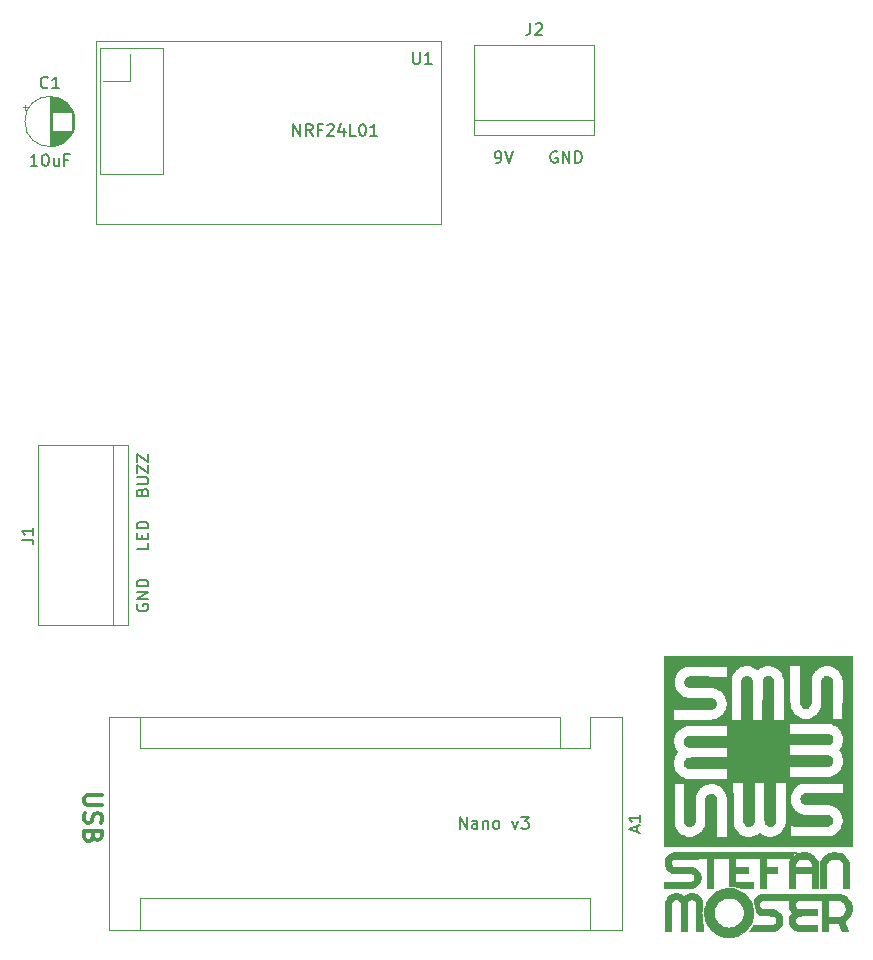
<source format=gbr>
%TF.GenerationSoftware,KiCad,Pcbnew,(5.1.10)-1*%
%TF.CreationDate,2021-11-09T21:08:57+01:00*%
%TF.ProjectId,BuzzerSend,42757a7a-6572-4536-956e-642e6b696361,1.0*%
%TF.SameCoordinates,Original*%
%TF.FileFunction,Legend,Top*%
%TF.FilePolarity,Positive*%
%FSLAX46Y46*%
G04 Gerber Fmt 4.6, Leading zero omitted, Abs format (unit mm)*
G04 Created by KiCad (PCBNEW (5.1.10)-1) date 2021-11-09 21:08:57*
%MOMM*%
%LPD*%
G01*
G04 APERTURE LIST*
%ADD10C,0.300000*%
%ADD11C,0.150000*%
%ADD12C,0.010000*%
%ADD13C,0.120000*%
G04 APERTURE END LIST*
D10*
X53907428Y-116725142D02*
X52693142Y-116725142D01*
X52550285Y-116796571D01*
X52478857Y-116868000D01*
X52407428Y-117010857D01*
X52407428Y-117296571D01*
X52478857Y-117439428D01*
X52550285Y-117510857D01*
X52693142Y-117582285D01*
X53907428Y-117582285D01*
X52478857Y-118225142D02*
X52407428Y-118439428D01*
X52407428Y-118796571D01*
X52478857Y-118939428D01*
X52550285Y-119010857D01*
X52693142Y-119082285D01*
X52836000Y-119082285D01*
X52978857Y-119010857D01*
X53050285Y-118939428D01*
X53121714Y-118796571D01*
X53193142Y-118510857D01*
X53264571Y-118368000D01*
X53336000Y-118296571D01*
X53478857Y-118225142D01*
X53621714Y-118225142D01*
X53764571Y-118296571D01*
X53836000Y-118368000D01*
X53907428Y-118510857D01*
X53907428Y-118868000D01*
X53836000Y-119082285D01*
X53193142Y-120225142D02*
X53121714Y-120439428D01*
X53050285Y-120510857D01*
X52907428Y-120582285D01*
X52693142Y-120582285D01*
X52550285Y-120510857D01*
X52478857Y-120439428D01*
X52407428Y-120296571D01*
X52407428Y-119725142D01*
X53907428Y-119725142D01*
X53907428Y-120225142D01*
X53836000Y-120368000D01*
X53764571Y-120439428D01*
X53621714Y-120510857D01*
X53478857Y-120510857D01*
X53336000Y-120439428D01*
X53264571Y-120368000D01*
X53193142Y-120225142D01*
X53193142Y-119725142D01*
D11*
X48458571Y-63444380D02*
X47887142Y-63444380D01*
X48172857Y-63444380D02*
X48172857Y-62444380D01*
X48077619Y-62587238D01*
X47982380Y-62682476D01*
X47887142Y-62730095D01*
X49077619Y-62444380D02*
X49172857Y-62444380D01*
X49268095Y-62492000D01*
X49315714Y-62539619D01*
X49363333Y-62634857D01*
X49410952Y-62825333D01*
X49410952Y-63063428D01*
X49363333Y-63253904D01*
X49315714Y-63349142D01*
X49268095Y-63396761D01*
X49172857Y-63444380D01*
X49077619Y-63444380D01*
X48982380Y-63396761D01*
X48934761Y-63349142D01*
X48887142Y-63253904D01*
X48839523Y-63063428D01*
X48839523Y-62825333D01*
X48887142Y-62634857D01*
X48934761Y-62539619D01*
X48982380Y-62492000D01*
X49077619Y-62444380D01*
X50268095Y-62777714D02*
X50268095Y-63444380D01*
X49839523Y-62777714D02*
X49839523Y-63301523D01*
X49887142Y-63396761D01*
X49982380Y-63444380D01*
X50125238Y-63444380D01*
X50220476Y-63396761D01*
X50268095Y-63349142D01*
X51077619Y-62920571D02*
X50744285Y-62920571D01*
X50744285Y-63444380D02*
X50744285Y-62444380D01*
X51220476Y-62444380D01*
X84241047Y-119578380D02*
X84241047Y-118578380D01*
X84812476Y-119578380D01*
X84812476Y-118578380D01*
X85717238Y-119578380D02*
X85717238Y-119054571D01*
X85669619Y-118959333D01*
X85574380Y-118911714D01*
X85383904Y-118911714D01*
X85288666Y-118959333D01*
X85717238Y-119530761D02*
X85622000Y-119578380D01*
X85383904Y-119578380D01*
X85288666Y-119530761D01*
X85241047Y-119435523D01*
X85241047Y-119340285D01*
X85288666Y-119245047D01*
X85383904Y-119197428D01*
X85622000Y-119197428D01*
X85717238Y-119149809D01*
X86193428Y-118911714D02*
X86193428Y-119578380D01*
X86193428Y-119006952D02*
X86241047Y-118959333D01*
X86336285Y-118911714D01*
X86479142Y-118911714D01*
X86574380Y-118959333D01*
X86622000Y-119054571D01*
X86622000Y-119578380D01*
X87241047Y-119578380D02*
X87145809Y-119530761D01*
X87098190Y-119483142D01*
X87050571Y-119387904D01*
X87050571Y-119102190D01*
X87098190Y-119006952D01*
X87145809Y-118959333D01*
X87241047Y-118911714D01*
X87383904Y-118911714D01*
X87479142Y-118959333D01*
X87526761Y-119006952D01*
X87574380Y-119102190D01*
X87574380Y-119387904D01*
X87526761Y-119483142D01*
X87479142Y-119530761D01*
X87383904Y-119578380D01*
X87241047Y-119578380D01*
X88669619Y-118911714D02*
X88907714Y-119578380D01*
X89145809Y-118911714D01*
X89431523Y-118578380D02*
X90050571Y-118578380D01*
X89717238Y-118959333D01*
X89860095Y-118959333D01*
X89955333Y-119006952D01*
X90002952Y-119054571D01*
X90050571Y-119149809D01*
X90050571Y-119387904D01*
X90002952Y-119483142D01*
X89955333Y-119530761D01*
X89860095Y-119578380D01*
X89574380Y-119578380D01*
X89479142Y-119530761D01*
X89431523Y-119483142D01*
X70136190Y-60904380D02*
X70136190Y-59904380D01*
X70707619Y-60904380D01*
X70707619Y-59904380D01*
X71755238Y-60904380D02*
X71421904Y-60428190D01*
X71183809Y-60904380D02*
X71183809Y-59904380D01*
X71564761Y-59904380D01*
X71660000Y-59952000D01*
X71707619Y-59999619D01*
X71755238Y-60094857D01*
X71755238Y-60237714D01*
X71707619Y-60332952D01*
X71660000Y-60380571D01*
X71564761Y-60428190D01*
X71183809Y-60428190D01*
X72517142Y-60380571D02*
X72183809Y-60380571D01*
X72183809Y-60904380D02*
X72183809Y-59904380D01*
X72660000Y-59904380D01*
X72993333Y-59999619D02*
X73040952Y-59952000D01*
X73136190Y-59904380D01*
X73374285Y-59904380D01*
X73469523Y-59952000D01*
X73517142Y-59999619D01*
X73564761Y-60094857D01*
X73564761Y-60190095D01*
X73517142Y-60332952D01*
X72945714Y-60904380D01*
X73564761Y-60904380D01*
X74421904Y-60237714D02*
X74421904Y-60904380D01*
X74183809Y-59856761D02*
X73945714Y-60571047D01*
X74564761Y-60571047D01*
X75421904Y-60904380D02*
X74945714Y-60904380D01*
X74945714Y-59904380D01*
X75945714Y-59904380D02*
X76040952Y-59904380D01*
X76136190Y-59952000D01*
X76183809Y-59999619D01*
X76231428Y-60094857D01*
X76279047Y-60285333D01*
X76279047Y-60523428D01*
X76231428Y-60713904D01*
X76183809Y-60809142D01*
X76136190Y-60856761D01*
X76040952Y-60904380D01*
X75945714Y-60904380D01*
X75850476Y-60856761D01*
X75802857Y-60809142D01*
X75755238Y-60713904D01*
X75707619Y-60523428D01*
X75707619Y-60285333D01*
X75755238Y-60094857D01*
X75802857Y-59999619D01*
X75850476Y-59952000D01*
X75945714Y-59904380D01*
X77231428Y-60904380D02*
X76660000Y-60904380D01*
X76945714Y-60904380D02*
X76945714Y-59904380D01*
X76850476Y-60047238D01*
X76755238Y-60142476D01*
X76660000Y-60190095D01*
X92456095Y-62238000D02*
X92360857Y-62190380D01*
X92218000Y-62190380D01*
X92075142Y-62238000D01*
X91979904Y-62333238D01*
X91932285Y-62428476D01*
X91884666Y-62618952D01*
X91884666Y-62761809D01*
X91932285Y-62952285D01*
X91979904Y-63047523D01*
X92075142Y-63142761D01*
X92218000Y-63190380D01*
X92313238Y-63190380D01*
X92456095Y-63142761D01*
X92503714Y-63095142D01*
X92503714Y-62761809D01*
X92313238Y-62761809D01*
X92932285Y-63190380D02*
X92932285Y-62190380D01*
X93503714Y-63190380D01*
X93503714Y-62190380D01*
X93979904Y-63190380D02*
X93979904Y-62190380D01*
X94218000Y-62190380D01*
X94360857Y-62238000D01*
X94456095Y-62333238D01*
X94503714Y-62428476D01*
X94551333Y-62618952D01*
X94551333Y-62761809D01*
X94503714Y-62952285D01*
X94456095Y-63047523D01*
X94360857Y-63142761D01*
X94218000Y-63190380D01*
X93979904Y-63190380D01*
X87264952Y-63190380D02*
X87455428Y-63190380D01*
X87550666Y-63142761D01*
X87598285Y-63095142D01*
X87693523Y-62952285D01*
X87741142Y-62761809D01*
X87741142Y-62380857D01*
X87693523Y-62285619D01*
X87645904Y-62238000D01*
X87550666Y-62190380D01*
X87360190Y-62190380D01*
X87264952Y-62238000D01*
X87217333Y-62285619D01*
X87169714Y-62380857D01*
X87169714Y-62618952D01*
X87217333Y-62714190D01*
X87264952Y-62761809D01*
X87360190Y-62809428D01*
X87550666Y-62809428D01*
X87645904Y-62761809D01*
X87693523Y-62714190D01*
X87741142Y-62618952D01*
X88026857Y-62190380D02*
X88360190Y-63190380D01*
X88693523Y-62190380D01*
X57856380Y-95384857D02*
X57856380Y-95861047D01*
X56856380Y-95861047D01*
X57332571Y-95051523D02*
X57332571Y-94718190D01*
X57856380Y-94575333D02*
X57856380Y-95051523D01*
X56856380Y-95051523D01*
X56856380Y-94575333D01*
X57856380Y-94146761D02*
X56856380Y-94146761D01*
X56856380Y-93908666D01*
X56904000Y-93765809D01*
X56999238Y-93670571D01*
X57094476Y-93622952D01*
X57284952Y-93575333D01*
X57427809Y-93575333D01*
X57618285Y-93622952D01*
X57713523Y-93670571D01*
X57808761Y-93765809D01*
X57856380Y-93908666D01*
X57856380Y-94146761D01*
X57332571Y-91066761D02*
X57380190Y-90923904D01*
X57427809Y-90876285D01*
X57523047Y-90828666D01*
X57665904Y-90828666D01*
X57761142Y-90876285D01*
X57808761Y-90923904D01*
X57856380Y-91019142D01*
X57856380Y-91400095D01*
X56856380Y-91400095D01*
X56856380Y-91066761D01*
X56904000Y-90971523D01*
X56951619Y-90923904D01*
X57046857Y-90876285D01*
X57142095Y-90876285D01*
X57237333Y-90923904D01*
X57284952Y-90971523D01*
X57332571Y-91066761D01*
X57332571Y-91400095D01*
X56856380Y-90400095D02*
X57665904Y-90400095D01*
X57761142Y-90352476D01*
X57808761Y-90304857D01*
X57856380Y-90209619D01*
X57856380Y-90019142D01*
X57808761Y-89923904D01*
X57761142Y-89876285D01*
X57665904Y-89828666D01*
X56856380Y-89828666D01*
X56856380Y-89447714D02*
X56856380Y-88781047D01*
X57856380Y-89447714D01*
X57856380Y-88781047D01*
X56856380Y-88495333D02*
X56856380Y-87828666D01*
X57856380Y-88495333D01*
X57856380Y-87828666D01*
X56904000Y-100583904D02*
X56856380Y-100679142D01*
X56856380Y-100822000D01*
X56904000Y-100964857D01*
X56999238Y-101060095D01*
X57094476Y-101107714D01*
X57284952Y-101155333D01*
X57427809Y-101155333D01*
X57618285Y-101107714D01*
X57713523Y-101060095D01*
X57808761Y-100964857D01*
X57856380Y-100822000D01*
X57856380Y-100726761D01*
X57808761Y-100583904D01*
X57761142Y-100536285D01*
X57427809Y-100536285D01*
X57427809Y-100726761D01*
X57856380Y-100107714D02*
X56856380Y-100107714D01*
X57856380Y-99536285D01*
X56856380Y-99536285D01*
X57856380Y-99060095D02*
X56856380Y-99060095D01*
X56856380Y-98822000D01*
X56904000Y-98679142D01*
X56999238Y-98583904D01*
X57094476Y-98536285D01*
X57284952Y-98488666D01*
X57427809Y-98488666D01*
X57618285Y-98536285D01*
X57713523Y-98583904D01*
X57808761Y-98679142D01*
X57856380Y-98822000D01*
X57856380Y-99060095D01*
D12*
%TO.C,G\u002A\u002A\u002A*%
G36*
X107143675Y-124605878D02*
G01*
X107337079Y-124629415D01*
X107526495Y-124670866D01*
X107710686Y-124729633D01*
X107888414Y-124805123D01*
X108058442Y-124896738D01*
X108219533Y-125003882D01*
X108370450Y-125125960D01*
X108509955Y-125262377D01*
X108636811Y-125412534D01*
X108749782Y-125575838D01*
X108847629Y-125751691D01*
X108849456Y-125755400D01*
X108931655Y-125944985D01*
X108994364Y-126139034D01*
X109037473Y-126336467D01*
X109060874Y-126536202D01*
X109064457Y-126737156D01*
X109048114Y-126938250D01*
X109011734Y-127138401D01*
X108995585Y-127203041D01*
X108933698Y-127396822D01*
X108854436Y-127581331D01*
X108758832Y-127755678D01*
X108647920Y-127918970D01*
X108522732Y-128070319D01*
X108384302Y-128208834D01*
X108233663Y-128333623D01*
X108071847Y-128443797D01*
X107899889Y-128538464D01*
X107718820Y-128616736D01*
X107529675Y-128677720D01*
X107333485Y-128720527D01*
X107216340Y-128736733D01*
X107150204Y-128741921D01*
X107070861Y-128744966D01*
X106985098Y-128745873D01*
X106899696Y-128744650D01*
X106821442Y-128741302D01*
X106761280Y-128736316D01*
X106564113Y-128704018D01*
X106371158Y-128652295D01*
X106183867Y-128581852D01*
X106003691Y-128493397D01*
X105832083Y-128387635D01*
X105670497Y-128265274D01*
X105531526Y-128138238D01*
X105391430Y-127984421D01*
X105268705Y-127820587D01*
X105163722Y-127647481D01*
X105076853Y-127465844D01*
X105008468Y-127276421D01*
X104958941Y-127079954D01*
X104937086Y-126949200D01*
X104929417Y-126872307D01*
X104924717Y-126781831D01*
X104922974Y-126684123D01*
X104923843Y-126612916D01*
X105720229Y-126612916D01*
X105723303Y-126771376D01*
X105745973Y-126931936D01*
X105761167Y-126998709D01*
X105785217Y-127075508D01*
X105819732Y-127161084D01*
X105861629Y-127249071D01*
X105907822Y-127333103D01*
X105955229Y-127406814D01*
X105966287Y-127422050D01*
X106017470Y-127484802D01*
X106078998Y-127550954D01*
X106145692Y-127615521D01*
X106212376Y-127673520D01*
X106273869Y-127719967D01*
X106280383Y-127724349D01*
X106400795Y-127794646D01*
X106531439Y-127853829D01*
X106666424Y-127899637D01*
X106799858Y-127929813D01*
X106827320Y-127933979D01*
X106886508Y-127939031D01*
X106959122Y-127940515D01*
X107038637Y-127938715D01*
X107118525Y-127933915D01*
X107192263Y-127926398D01*
X107253323Y-127916450D01*
X107259120Y-127915189D01*
X107413151Y-127870584D01*
X107558229Y-127808639D01*
X107693180Y-127730590D01*
X107816831Y-127637669D01*
X107928009Y-127531110D01*
X108025541Y-127412148D01*
X108108254Y-127282017D01*
X108174975Y-127141949D01*
X108224530Y-126993180D01*
X108250402Y-126872564D01*
X108259464Y-126792473D01*
X108263033Y-126701263D01*
X108261330Y-126605752D01*
X108254574Y-126512759D01*
X108242986Y-126429102D01*
X108234843Y-126390400D01*
X108186596Y-126233667D01*
X108121461Y-126087237D01*
X108040476Y-125952097D01*
X107944675Y-125829238D01*
X107835095Y-125719648D01*
X107712773Y-125624317D01*
X107578746Y-125544234D01*
X107434049Y-125480389D01*
X107279719Y-125433770D01*
X107219146Y-125420850D01*
X107156784Y-125412357D01*
X107080856Y-125407152D01*
X106997853Y-125405253D01*
X106914262Y-125406675D01*
X106836574Y-125411435D01*
X106771278Y-125419547D01*
X106770133Y-125419746D01*
X106617326Y-125456590D01*
X106471103Y-125512516D01*
X106332157Y-125587159D01*
X106201182Y-125680155D01*
X106094403Y-125775561D01*
X105986986Y-125895431D01*
X105897142Y-126024826D01*
X105825207Y-126162510D01*
X105771518Y-126307245D01*
X105736414Y-126457793D01*
X105720229Y-126612916D01*
X104923843Y-126612916D01*
X104924178Y-126585536D01*
X104928315Y-126492419D01*
X104935375Y-126411126D01*
X104938108Y-126389663D01*
X104975844Y-126190737D01*
X105032059Y-125998847D01*
X105105827Y-125814990D01*
X105196225Y-125640163D01*
X105302330Y-125475363D01*
X105423216Y-125321585D01*
X105557962Y-125179827D01*
X105705641Y-125051086D01*
X105865332Y-124936357D01*
X106036109Y-124836638D01*
X106217048Y-124752926D01*
X106407227Y-124686217D01*
X106551904Y-124648708D01*
X106749850Y-124614929D01*
X106947519Y-124600851D01*
X107143675Y-124605878D01*
G37*
X107143675Y-124605878D02*
X107337079Y-124629415D01*
X107526495Y-124670866D01*
X107710686Y-124729633D01*
X107888414Y-124805123D01*
X108058442Y-124896738D01*
X108219533Y-125003882D01*
X108370450Y-125125960D01*
X108509955Y-125262377D01*
X108636811Y-125412534D01*
X108749782Y-125575838D01*
X108847629Y-125751691D01*
X108849456Y-125755400D01*
X108931655Y-125944985D01*
X108994364Y-126139034D01*
X109037473Y-126336467D01*
X109060874Y-126536202D01*
X109064457Y-126737156D01*
X109048114Y-126938250D01*
X109011734Y-127138401D01*
X108995585Y-127203041D01*
X108933698Y-127396822D01*
X108854436Y-127581331D01*
X108758832Y-127755678D01*
X108647920Y-127918970D01*
X108522732Y-128070319D01*
X108384302Y-128208834D01*
X108233663Y-128333623D01*
X108071847Y-128443797D01*
X107899889Y-128538464D01*
X107718820Y-128616736D01*
X107529675Y-128677720D01*
X107333485Y-128720527D01*
X107216340Y-128736733D01*
X107150204Y-128741921D01*
X107070861Y-128744966D01*
X106985098Y-128745873D01*
X106899696Y-128744650D01*
X106821442Y-128741302D01*
X106761280Y-128736316D01*
X106564113Y-128704018D01*
X106371158Y-128652295D01*
X106183867Y-128581852D01*
X106003691Y-128493397D01*
X105832083Y-128387635D01*
X105670497Y-128265274D01*
X105531526Y-128138238D01*
X105391430Y-127984421D01*
X105268705Y-127820587D01*
X105163722Y-127647481D01*
X105076853Y-127465844D01*
X105008468Y-127276421D01*
X104958941Y-127079954D01*
X104937086Y-126949200D01*
X104929417Y-126872307D01*
X104924717Y-126781831D01*
X104922974Y-126684123D01*
X104923843Y-126612916D01*
X105720229Y-126612916D01*
X105723303Y-126771376D01*
X105745973Y-126931936D01*
X105761167Y-126998709D01*
X105785217Y-127075508D01*
X105819732Y-127161084D01*
X105861629Y-127249071D01*
X105907822Y-127333103D01*
X105955229Y-127406814D01*
X105966287Y-127422050D01*
X106017470Y-127484802D01*
X106078998Y-127550954D01*
X106145692Y-127615521D01*
X106212376Y-127673520D01*
X106273869Y-127719967D01*
X106280383Y-127724349D01*
X106400795Y-127794646D01*
X106531439Y-127853829D01*
X106666424Y-127899637D01*
X106799858Y-127929813D01*
X106827320Y-127933979D01*
X106886508Y-127939031D01*
X106959122Y-127940515D01*
X107038637Y-127938715D01*
X107118525Y-127933915D01*
X107192263Y-127926398D01*
X107253323Y-127916450D01*
X107259120Y-127915189D01*
X107413151Y-127870584D01*
X107558229Y-127808639D01*
X107693180Y-127730590D01*
X107816831Y-127637669D01*
X107928009Y-127531110D01*
X108025541Y-127412148D01*
X108108254Y-127282017D01*
X108174975Y-127141949D01*
X108224530Y-126993180D01*
X108250402Y-126872564D01*
X108259464Y-126792473D01*
X108263033Y-126701263D01*
X108261330Y-126605752D01*
X108254574Y-126512759D01*
X108242986Y-126429102D01*
X108234843Y-126390400D01*
X108186596Y-126233667D01*
X108121461Y-126087237D01*
X108040476Y-125952097D01*
X107944675Y-125829238D01*
X107835095Y-125719648D01*
X107712773Y-125624317D01*
X107578746Y-125544234D01*
X107434049Y-125480389D01*
X107279719Y-125433770D01*
X107219146Y-125420850D01*
X107156784Y-125412357D01*
X107080856Y-125407152D01*
X106997853Y-125405253D01*
X106914262Y-125406675D01*
X106836574Y-125411435D01*
X106771278Y-125419547D01*
X106770133Y-125419746D01*
X106617326Y-125456590D01*
X106471103Y-125512516D01*
X106332157Y-125587159D01*
X106201182Y-125680155D01*
X106094403Y-125775561D01*
X105986986Y-125895431D01*
X105897142Y-126024826D01*
X105825207Y-126162510D01*
X105771518Y-126307245D01*
X105736414Y-126457793D01*
X105720229Y-126612916D01*
X104923843Y-126612916D01*
X104924178Y-126585536D01*
X104928315Y-126492419D01*
X104935375Y-126411126D01*
X104938108Y-126389663D01*
X104975844Y-126190737D01*
X105032059Y-125998847D01*
X105105827Y-125814990D01*
X105196225Y-125640163D01*
X105302330Y-125475363D01*
X105423216Y-125321585D01*
X105557962Y-125179827D01*
X105705641Y-125051086D01*
X105865332Y-124936357D01*
X106036109Y-124836638D01*
X106217048Y-124752926D01*
X106407227Y-124686217D01*
X106551904Y-124648708D01*
X106749850Y-124614929D01*
X106947519Y-124600851D01*
X107143675Y-124605878D01*
G36*
X114744173Y-125081223D02*
G01*
X114963827Y-125081331D01*
X115165895Y-125081511D01*
X115350769Y-125081763D01*
X115518838Y-125082088D01*
X115670493Y-125082487D01*
X115806126Y-125082962D01*
X115926126Y-125083512D01*
X116030884Y-125084140D01*
X116120791Y-125084845D01*
X116196238Y-125085630D01*
X116257615Y-125086494D01*
X116305313Y-125087439D01*
X116339722Y-125088466D01*
X116361233Y-125089576D01*
X116367560Y-125090202D01*
X116492605Y-125116808D01*
X116619632Y-125161166D01*
X116745161Y-125221454D01*
X116865712Y-125295852D01*
X116977806Y-125382539D01*
X117044125Y-125444251D01*
X117152390Y-125566083D01*
X117241729Y-125695308D01*
X117312158Y-125831965D01*
X117363693Y-125976092D01*
X117396350Y-126127729D01*
X117410145Y-126286913D01*
X117410651Y-126323076D01*
X117407058Y-126446192D01*
X117395051Y-126555857D01*
X117373286Y-126657668D01*
X117340422Y-126757222D01*
X117295116Y-126860117D01*
X117270043Y-126909512D01*
X117205365Y-127016888D01*
X117126568Y-127121934D01*
X117037831Y-127219950D01*
X116943338Y-127306237D01*
X116865369Y-127364357D01*
X116830129Y-127387973D01*
X116801817Y-127407131D01*
X116784304Y-127419201D01*
X116780613Y-127421923D01*
X116783702Y-127431707D01*
X116794036Y-127458327D01*
X116810848Y-127499948D01*
X116833369Y-127554732D01*
X116860830Y-127620845D01*
X116892463Y-127696449D01*
X116927499Y-127779709D01*
X116965171Y-127868788D01*
X117004710Y-127961849D01*
X117045348Y-128057057D01*
X117086315Y-128152576D01*
X117087729Y-128155862D01*
X117123848Y-128239845D01*
X116849248Y-128237142D01*
X116574649Y-128234440D01*
X116434860Y-127909320D01*
X116295072Y-127584200D01*
X115861416Y-127581550D01*
X115427760Y-127578901D01*
X115427760Y-128239520D01*
X114909600Y-128239520D01*
X114909600Y-127060960D01*
X115427760Y-127060960D01*
X115846860Y-127060809D01*
X115956159Y-127060639D01*
X116047148Y-127060172D01*
X116121833Y-127059341D01*
X116182225Y-127058084D01*
X116230329Y-127056334D01*
X116268154Y-127054027D01*
X116297709Y-127051099D01*
X116321001Y-127047483D01*
X116332000Y-127045148D01*
X116372619Y-127033138D01*
X116422144Y-127014946D01*
X116471554Y-126993957D01*
X116484400Y-126987915D01*
X116523671Y-126967703D01*
X116557483Y-126946765D01*
X116590577Y-126921479D01*
X116627694Y-126888224D01*
X116673396Y-126843556D01*
X116718195Y-126797715D01*
X116751417Y-126760620D01*
X116776682Y-126727532D01*
X116797612Y-126693709D01*
X116817755Y-126654560D01*
X116852463Y-126573653D01*
X116874975Y-126497030D01*
X116887062Y-126416781D01*
X116890499Y-126329440D01*
X116886750Y-126238434D01*
X116874348Y-126158841D01*
X116851558Y-126082968D01*
X116817236Y-126004320D01*
X116796228Y-125964271D01*
X116774199Y-125929435D01*
X116747453Y-125894983D01*
X116712290Y-125856085D01*
X116672799Y-125815695D01*
X116606537Y-125753318D01*
X116545006Y-125705141D01*
X116482747Y-125667786D01*
X116414299Y-125637872D01*
X116352154Y-125617248D01*
X116332543Y-125611648D01*
X116313298Y-125607018D01*
X116292252Y-125603242D01*
X116267244Y-125600203D01*
X116236108Y-125597784D01*
X116196681Y-125595869D01*
X116146799Y-125594342D01*
X116084299Y-125593084D01*
X116007016Y-125591981D01*
X115912787Y-125590915D01*
X115851940Y-125590293D01*
X115427760Y-125586036D01*
X115427760Y-127060960D01*
X114909600Y-127060960D01*
X114909600Y-125597920D01*
X113920844Y-125597920D01*
X113752325Y-125597917D01*
X113602879Y-125597949D01*
X113471258Y-125598077D01*
X113356215Y-125598362D01*
X113256502Y-125598865D01*
X113170872Y-125599647D01*
X113098077Y-125600768D01*
X113036870Y-125602290D01*
X112986004Y-125604274D01*
X112944230Y-125606781D01*
X112910303Y-125609871D01*
X112882973Y-125613606D01*
X112860994Y-125618046D01*
X112843118Y-125623253D01*
X112828098Y-125629287D01*
X112814687Y-125636210D01*
X112801636Y-125644082D01*
X112787699Y-125652964D01*
X112787141Y-125653319D01*
X112749046Y-125682614D01*
X112707945Y-125722339D01*
X112669074Y-125766640D01*
X112637666Y-125809664D01*
X112621978Y-125837979D01*
X112598721Y-125913049D01*
X112590453Y-125994859D01*
X112597031Y-126077179D01*
X112618315Y-126153779D01*
X112629716Y-126179085D01*
X112667161Y-126236422D01*
X112718274Y-126291783D01*
X112776819Y-126339111D01*
X112821720Y-126365624D01*
X112882680Y-126395480D01*
X113652300Y-126398266D01*
X114421920Y-126401053D01*
X114421920Y-126918720D01*
X113687860Y-126918878D01*
X113541203Y-126918935D01*
X113413393Y-126919095D01*
X113302957Y-126919449D01*
X113208422Y-126920083D01*
X113128313Y-126921087D01*
X113061159Y-126922549D01*
X113005485Y-126924557D01*
X112959820Y-126927200D01*
X112922688Y-126930567D01*
X112892618Y-126934745D01*
X112868136Y-126939823D01*
X112847769Y-126945891D01*
X112830043Y-126953035D01*
X112813487Y-126961345D01*
X112796625Y-126970909D01*
X112793807Y-126972558D01*
X112745948Y-127007351D01*
X112698193Y-127053633D01*
X112655729Y-127105448D01*
X112623744Y-127156838D01*
X112613757Y-127179284D01*
X112598910Y-127237051D01*
X112591867Y-127304881D01*
X112592996Y-127373929D01*
X112602663Y-127435347D01*
X112603088Y-127436978D01*
X112627888Y-127498302D01*
X112667972Y-127560034D01*
X112719044Y-127617161D01*
X112776803Y-127664668D01*
X112820165Y-127690127D01*
X112853096Y-127702309D01*
X112896622Y-127713546D01*
X112939349Y-127721105D01*
X112962417Y-127722785D01*
X113003967Y-127724380D01*
X113062161Y-127725865D01*
X113135160Y-127727217D01*
X113221127Y-127728412D01*
X113318224Y-127729426D01*
X113424612Y-127730235D01*
X113538453Y-127730816D01*
X113657910Y-127731144D01*
X113718340Y-127731206D01*
X114421920Y-127731520D01*
X114421920Y-128249680D01*
X113692940Y-128248329D01*
X113570519Y-128247981D01*
X113452163Y-128247410D01*
X113339738Y-128246640D01*
X113235109Y-128245694D01*
X113140141Y-128244595D01*
X113056701Y-128243369D01*
X112986653Y-128242037D01*
X112931864Y-128240623D01*
X112894199Y-128239151D01*
X112878826Y-128238078D01*
X112762085Y-128216690D01*
X112645371Y-128178090D01*
X112533121Y-128124466D01*
X112429767Y-128058007D01*
X112339747Y-127980900D01*
X112323396Y-127964035D01*
X112238502Y-127858992D01*
X112169955Y-127743461D01*
X112118541Y-127619788D01*
X112085049Y-127490319D01*
X112070264Y-127357401D01*
X112074975Y-127223380D01*
X112074976Y-127223368D01*
X112095404Y-127101563D01*
X112129543Y-126990592D01*
X112179076Y-126886775D01*
X112245688Y-126786434D01*
X112311010Y-126707740D01*
X112349992Y-126664400D01*
X112283604Y-126585820D01*
X112229303Y-126512636D01*
X112178407Y-126427520D01*
X112134716Y-126337751D01*
X112102033Y-126250610D01*
X112094073Y-126222760D01*
X112076191Y-126122389D01*
X112070731Y-126012038D01*
X112077277Y-125897480D01*
X112095415Y-125784486D01*
X112124730Y-125678829D01*
X112135215Y-125650506D01*
X112146690Y-125620626D01*
X112154327Y-125599271D01*
X112156240Y-125592463D01*
X112146343Y-125591441D01*
X112117704Y-125590548D01*
X112071903Y-125589779D01*
X112010515Y-125589132D01*
X111935120Y-125588603D01*
X111847296Y-125588188D01*
X111748621Y-125587884D01*
X111640672Y-125587686D01*
X111525028Y-125587592D01*
X111403266Y-125587598D01*
X111276965Y-125587700D01*
X111147703Y-125587894D01*
X111017058Y-125588178D01*
X110886607Y-125588546D01*
X110757930Y-125588996D01*
X110632603Y-125589525D01*
X110512205Y-125590127D01*
X110398314Y-125590801D01*
X110292508Y-125591542D01*
X110196365Y-125592346D01*
X110111463Y-125593210D01*
X110039380Y-125594131D01*
X109981695Y-125595105D01*
X109939984Y-125596127D01*
X109915826Y-125597196D01*
X109911644Y-125597603D01*
X109825847Y-125619461D01*
X109748980Y-125657561D01*
X109682747Y-125709588D01*
X109628847Y-125773225D01*
X109588983Y-125846156D01*
X109564855Y-125926066D01*
X109558165Y-126010637D01*
X109564535Y-126070119D01*
X109574913Y-126112799D01*
X109589194Y-126155685D01*
X109597678Y-126175592D01*
X109625551Y-126219537D01*
X109666183Y-126266700D01*
X109713946Y-126311649D01*
X109763211Y-126348952D01*
X109797616Y-126368576D01*
X109855000Y-126395480D01*
X110317280Y-126401304D01*
X110779560Y-126407129D01*
X110868780Y-126434372D01*
X110987510Y-126478355D01*
X111098486Y-126534701D01*
X111198548Y-126601355D01*
X111284536Y-126676263D01*
X111341982Y-126741953D01*
X111390131Y-126813525D01*
X111436018Y-126896654D01*
X111476109Y-126984000D01*
X111506870Y-127068223D01*
X111517602Y-127106680D01*
X111531927Y-127186592D01*
X111539343Y-127276000D01*
X111539844Y-127367964D01*
X111533424Y-127455548D01*
X111520076Y-127531812D01*
X111517984Y-127539967D01*
X111472168Y-127676146D01*
X111411172Y-127798821D01*
X111335010Y-127907973D01*
X111243697Y-128003587D01*
X111137248Y-128085644D01*
X111015680Y-128154126D01*
X110962529Y-128177836D01*
X110938948Y-128187634D01*
X110917186Y-128196346D01*
X110895969Y-128204032D01*
X110874020Y-128210754D01*
X110850066Y-128216570D01*
X110822831Y-128221543D01*
X110791040Y-128225732D01*
X110753418Y-128229198D01*
X110708690Y-128232001D01*
X110655582Y-128234202D01*
X110592818Y-128235860D01*
X110519123Y-128237038D01*
X110433222Y-128237795D01*
X110333841Y-128238191D01*
X110219704Y-128238287D01*
X110089536Y-128238144D01*
X109942063Y-128237822D01*
X109776008Y-128237381D01*
X109710665Y-128237203D01*
X108692571Y-128234440D01*
X108783839Y-128127760D01*
X108870260Y-128020888D01*
X108944576Y-127916855D01*
X109004427Y-127819022D01*
X109017326Y-127795020D01*
X109050384Y-127731520D01*
X109828612Y-127731315D01*
X109954359Y-127731160D01*
X110075509Y-127730775D01*
X110190329Y-127730180D01*
X110297086Y-127729394D01*
X110394047Y-127728438D01*
X110479480Y-127727330D01*
X110551652Y-127726092D01*
X110608829Y-127724743D01*
X110649280Y-127723302D01*
X110671272Y-127721790D01*
X110672115Y-127721676D01*
X110752295Y-127700940D01*
X110828081Y-127664081D01*
X110895793Y-127613936D01*
X110951750Y-127553341D01*
X110992269Y-127485134D01*
X110998418Y-127470251D01*
X111016013Y-127401926D01*
X111021867Y-127325261D01*
X111015986Y-127248496D01*
X110998377Y-127179870D01*
X110998187Y-127179373D01*
X110968373Y-127122482D01*
X110924261Y-127065065D01*
X110870993Y-127012508D01*
X110813712Y-126970198D01*
X110782235Y-126953188D01*
X110718600Y-126923800D01*
X110261400Y-126917960D01*
X110147963Y-126916483D01*
X110052645Y-126915033D01*
X109973246Y-126913359D01*
X109907565Y-126911210D01*
X109853402Y-126908335D01*
X109808559Y-126904484D01*
X109770835Y-126899405D01*
X109738030Y-126892848D01*
X109707944Y-126884562D01*
X109678378Y-126874297D01*
X109647132Y-126861800D01*
X109612006Y-126846822D01*
X109602843Y-126842869D01*
X109504338Y-126795299D01*
X109421331Y-126743705D01*
X109358002Y-126693272D01*
X109304477Y-126645624D01*
X109298077Y-126520552D01*
X109281878Y-126349991D01*
X109251301Y-126174930D01*
X109207888Y-126002302D01*
X109153179Y-125839038D01*
X109137890Y-125800428D01*
X109121208Y-125758320D01*
X109107964Y-125722275D01*
X109099833Y-125697009D01*
X109098080Y-125688381D01*
X109103201Y-125667760D01*
X109117109Y-125634262D01*
X109137621Y-125592116D01*
X109162551Y-125545551D01*
X109189717Y-125498795D01*
X109216933Y-125456075D01*
X109221613Y-125449222D01*
X109291420Y-125361825D01*
X109372887Y-125285879D01*
X109468718Y-125219201D01*
X109578734Y-125160952D01*
X109625451Y-125140341D01*
X109674153Y-125120780D01*
X109715738Y-125105886D01*
X109722920Y-125103628D01*
X109729240Y-125101894D01*
X109736825Y-125100269D01*
X109746340Y-125098751D01*
X109758452Y-125097334D01*
X109773828Y-125096014D01*
X109793134Y-125094787D01*
X109817038Y-125093649D01*
X109846207Y-125092595D01*
X109881306Y-125091620D01*
X109923003Y-125090722D01*
X109971965Y-125089894D01*
X110028858Y-125089133D01*
X110094350Y-125088434D01*
X110169106Y-125087793D01*
X110253794Y-125087206D01*
X110349080Y-125086669D01*
X110455632Y-125086176D01*
X110574116Y-125085724D01*
X110705198Y-125085309D01*
X110849546Y-125084925D01*
X111007827Y-125084569D01*
X111180706Y-125084236D01*
X111368851Y-125083922D01*
X111572929Y-125083622D01*
X111793607Y-125083333D01*
X112031551Y-125083050D01*
X112287427Y-125082768D01*
X112561904Y-125082483D01*
X112855647Y-125082191D01*
X113035080Y-125082017D01*
X113368450Y-125081717D01*
X113681890Y-125081483D01*
X113975792Y-125081316D01*
X114250546Y-125081216D01*
X114506543Y-125081185D01*
X114744173Y-125081223D01*
G37*
X114744173Y-125081223D02*
X114963827Y-125081331D01*
X115165895Y-125081511D01*
X115350769Y-125081763D01*
X115518838Y-125082088D01*
X115670493Y-125082487D01*
X115806126Y-125082962D01*
X115926126Y-125083512D01*
X116030884Y-125084140D01*
X116120791Y-125084845D01*
X116196238Y-125085630D01*
X116257615Y-125086494D01*
X116305313Y-125087439D01*
X116339722Y-125088466D01*
X116361233Y-125089576D01*
X116367560Y-125090202D01*
X116492605Y-125116808D01*
X116619632Y-125161166D01*
X116745161Y-125221454D01*
X116865712Y-125295852D01*
X116977806Y-125382539D01*
X117044125Y-125444251D01*
X117152390Y-125566083D01*
X117241729Y-125695308D01*
X117312158Y-125831965D01*
X117363693Y-125976092D01*
X117396350Y-126127729D01*
X117410145Y-126286913D01*
X117410651Y-126323076D01*
X117407058Y-126446192D01*
X117395051Y-126555857D01*
X117373286Y-126657668D01*
X117340422Y-126757222D01*
X117295116Y-126860117D01*
X117270043Y-126909512D01*
X117205365Y-127016888D01*
X117126568Y-127121934D01*
X117037831Y-127219950D01*
X116943338Y-127306237D01*
X116865369Y-127364357D01*
X116830129Y-127387973D01*
X116801817Y-127407131D01*
X116784304Y-127419201D01*
X116780613Y-127421923D01*
X116783702Y-127431707D01*
X116794036Y-127458327D01*
X116810848Y-127499948D01*
X116833369Y-127554732D01*
X116860830Y-127620845D01*
X116892463Y-127696449D01*
X116927499Y-127779709D01*
X116965171Y-127868788D01*
X117004710Y-127961849D01*
X117045348Y-128057057D01*
X117086315Y-128152576D01*
X117087729Y-128155862D01*
X117123848Y-128239845D01*
X116849248Y-128237142D01*
X116574649Y-128234440D01*
X116434860Y-127909320D01*
X116295072Y-127584200D01*
X115861416Y-127581550D01*
X115427760Y-127578901D01*
X115427760Y-128239520D01*
X114909600Y-128239520D01*
X114909600Y-127060960D01*
X115427760Y-127060960D01*
X115846860Y-127060809D01*
X115956159Y-127060639D01*
X116047148Y-127060172D01*
X116121833Y-127059341D01*
X116182225Y-127058084D01*
X116230329Y-127056334D01*
X116268154Y-127054027D01*
X116297709Y-127051099D01*
X116321001Y-127047483D01*
X116332000Y-127045148D01*
X116372619Y-127033138D01*
X116422144Y-127014946D01*
X116471554Y-126993957D01*
X116484400Y-126987915D01*
X116523671Y-126967703D01*
X116557483Y-126946765D01*
X116590577Y-126921479D01*
X116627694Y-126888224D01*
X116673396Y-126843556D01*
X116718195Y-126797715D01*
X116751417Y-126760620D01*
X116776682Y-126727532D01*
X116797612Y-126693709D01*
X116817755Y-126654560D01*
X116852463Y-126573653D01*
X116874975Y-126497030D01*
X116887062Y-126416781D01*
X116890499Y-126329440D01*
X116886750Y-126238434D01*
X116874348Y-126158841D01*
X116851558Y-126082968D01*
X116817236Y-126004320D01*
X116796228Y-125964271D01*
X116774199Y-125929435D01*
X116747453Y-125894983D01*
X116712290Y-125856085D01*
X116672799Y-125815695D01*
X116606537Y-125753318D01*
X116545006Y-125705141D01*
X116482747Y-125667786D01*
X116414299Y-125637872D01*
X116352154Y-125617248D01*
X116332543Y-125611648D01*
X116313298Y-125607018D01*
X116292252Y-125603242D01*
X116267244Y-125600203D01*
X116236108Y-125597784D01*
X116196681Y-125595869D01*
X116146799Y-125594342D01*
X116084299Y-125593084D01*
X116007016Y-125591981D01*
X115912787Y-125590915D01*
X115851940Y-125590293D01*
X115427760Y-125586036D01*
X115427760Y-127060960D01*
X114909600Y-127060960D01*
X114909600Y-125597920D01*
X113920844Y-125597920D01*
X113752325Y-125597917D01*
X113602879Y-125597949D01*
X113471258Y-125598077D01*
X113356215Y-125598362D01*
X113256502Y-125598865D01*
X113170872Y-125599647D01*
X113098077Y-125600768D01*
X113036870Y-125602290D01*
X112986004Y-125604274D01*
X112944230Y-125606781D01*
X112910303Y-125609871D01*
X112882973Y-125613606D01*
X112860994Y-125618046D01*
X112843118Y-125623253D01*
X112828098Y-125629287D01*
X112814687Y-125636210D01*
X112801636Y-125644082D01*
X112787699Y-125652964D01*
X112787141Y-125653319D01*
X112749046Y-125682614D01*
X112707945Y-125722339D01*
X112669074Y-125766640D01*
X112637666Y-125809664D01*
X112621978Y-125837979D01*
X112598721Y-125913049D01*
X112590453Y-125994859D01*
X112597031Y-126077179D01*
X112618315Y-126153779D01*
X112629716Y-126179085D01*
X112667161Y-126236422D01*
X112718274Y-126291783D01*
X112776819Y-126339111D01*
X112821720Y-126365624D01*
X112882680Y-126395480D01*
X113652300Y-126398266D01*
X114421920Y-126401053D01*
X114421920Y-126918720D01*
X113687860Y-126918878D01*
X113541203Y-126918935D01*
X113413393Y-126919095D01*
X113302957Y-126919449D01*
X113208422Y-126920083D01*
X113128313Y-126921087D01*
X113061159Y-126922549D01*
X113005485Y-126924557D01*
X112959820Y-126927200D01*
X112922688Y-126930567D01*
X112892618Y-126934745D01*
X112868136Y-126939823D01*
X112847769Y-126945891D01*
X112830043Y-126953035D01*
X112813487Y-126961345D01*
X112796625Y-126970909D01*
X112793807Y-126972558D01*
X112745948Y-127007351D01*
X112698193Y-127053633D01*
X112655729Y-127105448D01*
X112623744Y-127156838D01*
X112613757Y-127179284D01*
X112598910Y-127237051D01*
X112591867Y-127304881D01*
X112592996Y-127373929D01*
X112602663Y-127435347D01*
X112603088Y-127436978D01*
X112627888Y-127498302D01*
X112667972Y-127560034D01*
X112719044Y-127617161D01*
X112776803Y-127664668D01*
X112820165Y-127690127D01*
X112853096Y-127702309D01*
X112896622Y-127713546D01*
X112939349Y-127721105D01*
X112962417Y-127722785D01*
X113003967Y-127724380D01*
X113062161Y-127725865D01*
X113135160Y-127727217D01*
X113221127Y-127728412D01*
X113318224Y-127729426D01*
X113424612Y-127730235D01*
X113538453Y-127730816D01*
X113657910Y-127731144D01*
X113718340Y-127731206D01*
X114421920Y-127731520D01*
X114421920Y-128249680D01*
X113692940Y-128248329D01*
X113570519Y-128247981D01*
X113452163Y-128247410D01*
X113339738Y-128246640D01*
X113235109Y-128245694D01*
X113140141Y-128244595D01*
X113056701Y-128243369D01*
X112986653Y-128242037D01*
X112931864Y-128240623D01*
X112894199Y-128239151D01*
X112878826Y-128238078D01*
X112762085Y-128216690D01*
X112645371Y-128178090D01*
X112533121Y-128124466D01*
X112429767Y-128058007D01*
X112339747Y-127980900D01*
X112323396Y-127964035D01*
X112238502Y-127858992D01*
X112169955Y-127743461D01*
X112118541Y-127619788D01*
X112085049Y-127490319D01*
X112070264Y-127357401D01*
X112074975Y-127223380D01*
X112074976Y-127223368D01*
X112095404Y-127101563D01*
X112129543Y-126990592D01*
X112179076Y-126886775D01*
X112245688Y-126786434D01*
X112311010Y-126707740D01*
X112349992Y-126664400D01*
X112283604Y-126585820D01*
X112229303Y-126512636D01*
X112178407Y-126427520D01*
X112134716Y-126337751D01*
X112102033Y-126250610D01*
X112094073Y-126222760D01*
X112076191Y-126122389D01*
X112070731Y-126012038D01*
X112077277Y-125897480D01*
X112095415Y-125784486D01*
X112124730Y-125678829D01*
X112135215Y-125650506D01*
X112146690Y-125620626D01*
X112154327Y-125599271D01*
X112156240Y-125592463D01*
X112146343Y-125591441D01*
X112117704Y-125590548D01*
X112071903Y-125589779D01*
X112010515Y-125589132D01*
X111935120Y-125588603D01*
X111847296Y-125588188D01*
X111748621Y-125587884D01*
X111640672Y-125587686D01*
X111525028Y-125587592D01*
X111403266Y-125587598D01*
X111276965Y-125587700D01*
X111147703Y-125587894D01*
X111017058Y-125588178D01*
X110886607Y-125588546D01*
X110757930Y-125588996D01*
X110632603Y-125589525D01*
X110512205Y-125590127D01*
X110398314Y-125590801D01*
X110292508Y-125591542D01*
X110196365Y-125592346D01*
X110111463Y-125593210D01*
X110039380Y-125594131D01*
X109981695Y-125595105D01*
X109939984Y-125596127D01*
X109915826Y-125597196D01*
X109911644Y-125597603D01*
X109825847Y-125619461D01*
X109748980Y-125657561D01*
X109682747Y-125709588D01*
X109628847Y-125773225D01*
X109588983Y-125846156D01*
X109564855Y-125926066D01*
X109558165Y-126010637D01*
X109564535Y-126070119D01*
X109574913Y-126112799D01*
X109589194Y-126155685D01*
X109597678Y-126175592D01*
X109625551Y-126219537D01*
X109666183Y-126266700D01*
X109713946Y-126311649D01*
X109763211Y-126348952D01*
X109797616Y-126368576D01*
X109855000Y-126395480D01*
X110317280Y-126401304D01*
X110779560Y-126407129D01*
X110868780Y-126434372D01*
X110987510Y-126478355D01*
X111098486Y-126534701D01*
X111198548Y-126601355D01*
X111284536Y-126676263D01*
X111341982Y-126741953D01*
X111390131Y-126813525D01*
X111436018Y-126896654D01*
X111476109Y-126984000D01*
X111506870Y-127068223D01*
X111517602Y-127106680D01*
X111531927Y-127186592D01*
X111539343Y-127276000D01*
X111539844Y-127367964D01*
X111533424Y-127455548D01*
X111520076Y-127531812D01*
X111517984Y-127539967D01*
X111472168Y-127676146D01*
X111411172Y-127798821D01*
X111335010Y-127907973D01*
X111243697Y-128003587D01*
X111137248Y-128085644D01*
X111015680Y-128154126D01*
X110962529Y-128177836D01*
X110938948Y-128187634D01*
X110917186Y-128196346D01*
X110895969Y-128204032D01*
X110874020Y-128210754D01*
X110850066Y-128216570D01*
X110822831Y-128221543D01*
X110791040Y-128225732D01*
X110753418Y-128229198D01*
X110708690Y-128232001D01*
X110655582Y-128234202D01*
X110592818Y-128235860D01*
X110519123Y-128237038D01*
X110433222Y-128237795D01*
X110333841Y-128238191D01*
X110219704Y-128238287D01*
X110089536Y-128238144D01*
X109942063Y-128237822D01*
X109776008Y-128237381D01*
X109710665Y-128237203D01*
X108692571Y-128234440D01*
X108783839Y-128127760D01*
X108870260Y-128020888D01*
X108944576Y-127916855D01*
X109004427Y-127819022D01*
X109017326Y-127795020D01*
X109050384Y-127731520D01*
X109828612Y-127731315D01*
X109954359Y-127731160D01*
X110075509Y-127730775D01*
X110190329Y-127730180D01*
X110297086Y-127729394D01*
X110394047Y-127728438D01*
X110479480Y-127727330D01*
X110551652Y-127726092D01*
X110608829Y-127724743D01*
X110649280Y-127723302D01*
X110671272Y-127721790D01*
X110672115Y-127721676D01*
X110752295Y-127700940D01*
X110828081Y-127664081D01*
X110895793Y-127613936D01*
X110951750Y-127553341D01*
X110992269Y-127485134D01*
X110998418Y-127470251D01*
X111016013Y-127401926D01*
X111021867Y-127325261D01*
X111015986Y-127248496D01*
X110998377Y-127179870D01*
X110998187Y-127179373D01*
X110968373Y-127122482D01*
X110924261Y-127065065D01*
X110870993Y-127012508D01*
X110813712Y-126970198D01*
X110782235Y-126953188D01*
X110718600Y-126923800D01*
X110261400Y-126917960D01*
X110147963Y-126916483D01*
X110052645Y-126915033D01*
X109973246Y-126913359D01*
X109907565Y-126911210D01*
X109853402Y-126908335D01*
X109808559Y-126904484D01*
X109770835Y-126899405D01*
X109738030Y-126892848D01*
X109707944Y-126884562D01*
X109678378Y-126874297D01*
X109647132Y-126861800D01*
X109612006Y-126846822D01*
X109602843Y-126842869D01*
X109504338Y-126795299D01*
X109421331Y-126743705D01*
X109358002Y-126693272D01*
X109304477Y-126645624D01*
X109298077Y-126520552D01*
X109281878Y-126349991D01*
X109251301Y-126174930D01*
X109207888Y-126002302D01*
X109153179Y-125839038D01*
X109137890Y-125800428D01*
X109121208Y-125758320D01*
X109107964Y-125722275D01*
X109099833Y-125697009D01*
X109098080Y-125688381D01*
X109103201Y-125667760D01*
X109117109Y-125634262D01*
X109137621Y-125592116D01*
X109162551Y-125545551D01*
X109189717Y-125498795D01*
X109216933Y-125456075D01*
X109221613Y-125449222D01*
X109291420Y-125361825D01*
X109372887Y-125285879D01*
X109468718Y-125219201D01*
X109578734Y-125160952D01*
X109625451Y-125140341D01*
X109674153Y-125120780D01*
X109715738Y-125105886D01*
X109722920Y-125103628D01*
X109729240Y-125101894D01*
X109736825Y-125100269D01*
X109746340Y-125098751D01*
X109758452Y-125097334D01*
X109773828Y-125096014D01*
X109793134Y-125094787D01*
X109817038Y-125093649D01*
X109846207Y-125092595D01*
X109881306Y-125091620D01*
X109923003Y-125090722D01*
X109971965Y-125089894D01*
X110028858Y-125089133D01*
X110094350Y-125088434D01*
X110169106Y-125087793D01*
X110253794Y-125087206D01*
X110349080Y-125086669D01*
X110455632Y-125086176D01*
X110574116Y-125085724D01*
X110705198Y-125085309D01*
X110849546Y-125084925D01*
X111007827Y-125084569D01*
X111180706Y-125084236D01*
X111368851Y-125083922D01*
X111572929Y-125083622D01*
X111793607Y-125083333D01*
X112031551Y-125083050D01*
X112287427Y-125082768D01*
X112561904Y-125082483D01*
X112855647Y-125082191D01*
X113035080Y-125082017D01*
X113368450Y-125081717D01*
X113681890Y-125081483D01*
X113975792Y-125081316D01*
X114250546Y-125081216D01*
X114506543Y-125081185D01*
X114744173Y-125081223D01*
G36*
X102602660Y-125036618D02*
G01*
X102666991Y-125041029D01*
X102723984Y-125049898D01*
X102780069Y-125064360D01*
X102841680Y-125085548D01*
X102869835Y-125096365D01*
X102920703Y-125120124D01*
X102980248Y-125153882D01*
X103042333Y-125193729D01*
X103100822Y-125235754D01*
X103144025Y-125271064D01*
X103189451Y-125311284D01*
X103240545Y-125265318D01*
X103348998Y-125180382D01*
X103465158Y-125114042D01*
X103590186Y-125065660D01*
X103616760Y-125057973D01*
X103654732Y-125048619D01*
X103691783Y-125042233D01*
X103733218Y-125038315D01*
X103784342Y-125036361D01*
X103850440Y-125035872D01*
X103912715Y-125036300D01*
X103960032Y-125037849D01*
X103997743Y-125041129D01*
X104031205Y-125046749D01*
X104065770Y-125055319D01*
X104094280Y-125063639D01*
X104228724Y-125113562D01*
X104348782Y-125177815D01*
X104454560Y-125256488D01*
X104546169Y-125349671D01*
X104623716Y-125457456D01*
X104669884Y-125542040D01*
X104716744Y-125653390D01*
X104747557Y-125763135D01*
X104764347Y-125878955D01*
X104766501Y-125908291D01*
X104768678Y-125953350D01*
X104768496Y-125990525D01*
X104765276Y-126026063D01*
X104758338Y-126066217D01*
X104747005Y-126117236D01*
X104741117Y-126141971D01*
X104715225Y-126259876D01*
X104696991Y-126369049D01*
X104685702Y-126476459D01*
X104680644Y-126589076D01*
X104681104Y-126713868D01*
X104681385Y-126725680D01*
X104688686Y-126876088D01*
X104702996Y-127012158D01*
X104724974Y-127138855D01*
X104749773Y-127241413D01*
X104754560Y-127260092D01*
X104758527Y-127279231D01*
X104761749Y-127300867D01*
X104764304Y-127327039D01*
X104766267Y-127359783D01*
X104767715Y-127401138D01*
X104768725Y-127453141D01*
X104769374Y-127517829D01*
X104769738Y-127597241D01*
X104769893Y-127693414D01*
X104769920Y-127777353D01*
X104769920Y-128239520D01*
X104251760Y-128239520D01*
X104251760Y-127071620D01*
X104251675Y-126865659D01*
X104251421Y-126679700D01*
X104250994Y-126513425D01*
X104250390Y-126366516D01*
X104249608Y-126238655D01*
X104248644Y-126129524D01*
X104247496Y-126038806D01*
X104246160Y-125966182D01*
X104244633Y-125911336D01*
X104242914Y-125873948D01*
X104240998Y-125853702D01*
X104240725Y-125852268D01*
X104219019Y-125791789D01*
X104181688Y-125730403D01*
X104132730Y-125672476D01*
X104076145Y-125622374D01*
X104015932Y-125584463D01*
X103982520Y-125570324D01*
X103922409Y-125556941D01*
X103852639Y-125552650D01*
X103781624Y-125557262D01*
X103717782Y-125570587D01*
X103700228Y-125576666D01*
X103641290Y-125608189D01*
X103582940Y-125654543D01*
X103530492Y-125710796D01*
X103489263Y-125772017D01*
X103488863Y-125772753D01*
X103454200Y-125836680D01*
X103448794Y-128239520D01*
X102931525Y-128239520D01*
X102928702Y-127053340D01*
X102925880Y-125867160D01*
X102902035Y-125808058D01*
X102876579Y-125760489D01*
X102839069Y-125709434D01*
X102794602Y-125660539D01*
X102748277Y-125619451D01*
X102708069Y-125593231D01*
X102628956Y-125563737D01*
X102544561Y-125550929D01*
X102459873Y-125554943D01*
X102379880Y-125575913D01*
X102361110Y-125583862D01*
X102314813Y-125611385D01*
X102265478Y-125650800D01*
X102219001Y-125696512D01*
X102181276Y-125742925D01*
X102164332Y-125770640D01*
X102147857Y-125809398D01*
X102133649Y-125853545D01*
X102129583Y-125870200D01*
X102127615Y-125886999D01*
X102125849Y-125918243D01*
X102124280Y-125964479D01*
X102122902Y-126026257D01*
X102121711Y-126104126D01*
X102120702Y-126198635D01*
X102119869Y-126310335D01*
X102119207Y-126439773D01*
X102118711Y-126587498D01*
X102118376Y-126754062D01*
X102118196Y-126940011D01*
X102118159Y-127081780D01*
X102118160Y-128239520D01*
X101610160Y-128239520D01*
X101610336Y-127033020D01*
X101610354Y-126846815D01*
X101610384Y-126679761D01*
X101610474Y-126530691D01*
X101610674Y-126398436D01*
X101611033Y-126281828D01*
X101611599Y-126179698D01*
X101612422Y-126090878D01*
X101613551Y-126014200D01*
X101615034Y-125948495D01*
X101616921Y-125892595D01*
X101619261Y-125845332D01*
X101622103Y-125805537D01*
X101625495Y-125772043D01*
X101629487Y-125743680D01*
X101634128Y-125719281D01*
X101639467Y-125697677D01*
X101645553Y-125677699D01*
X101652434Y-125658180D01*
X101660161Y-125637952D01*
X101668781Y-125615845D01*
X101669916Y-125612911D01*
X101724352Y-125493342D01*
X101789967Y-125389388D01*
X101868580Y-125299069D01*
X101962012Y-125220400D01*
X102072083Y-125151399D01*
X102113080Y-125130058D01*
X102191180Y-125093730D01*
X102261263Y-125067617D01*
X102329700Y-125050255D01*
X102402862Y-125040181D01*
X102487120Y-125035930D01*
X102524560Y-125035535D01*
X102602660Y-125036618D01*
G37*
X102602660Y-125036618D02*
X102666991Y-125041029D01*
X102723984Y-125049898D01*
X102780069Y-125064360D01*
X102841680Y-125085548D01*
X102869835Y-125096365D01*
X102920703Y-125120124D01*
X102980248Y-125153882D01*
X103042333Y-125193729D01*
X103100822Y-125235754D01*
X103144025Y-125271064D01*
X103189451Y-125311284D01*
X103240545Y-125265318D01*
X103348998Y-125180382D01*
X103465158Y-125114042D01*
X103590186Y-125065660D01*
X103616760Y-125057973D01*
X103654732Y-125048619D01*
X103691783Y-125042233D01*
X103733218Y-125038315D01*
X103784342Y-125036361D01*
X103850440Y-125035872D01*
X103912715Y-125036300D01*
X103960032Y-125037849D01*
X103997743Y-125041129D01*
X104031205Y-125046749D01*
X104065770Y-125055319D01*
X104094280Y-125063639D01*
X104228724Y-125113562D01*
X104348782Y-125177815D01*
X104454560Y-125256488D01*
X104546169Y-125349671D01*
X104623716Y-125457456D01*
X104669884Y-125542040D01*
X104716744Y-125653390D01*
X104747557Y-125763135D01*
X104764347Y-125878955D01*
X104766501Y-125908291D01*
X104768678Y-125953350D01*
X104768496Y-125990525D01*
X104765276Y-126026063D01*
X104758338Y-126066217D01*
X104747005Y-126117236D01*
X104741117Y-126141971D01*
X104715225Y-126259876D01*
X104696991Y-126369049D01*
X104685702Y-126476459D01*
X104680644Y-126589076D01*
X104681104Y-126713868D01*
X104681385Y-126725680D01*
X104688686Y-126876088D01*
X104702996Y-127012158D01*
X104724974Y-127138855D01*
X104749773Y-127241413D01*
X104754560Y-127260092D01*
X104758527Y-127279231D01*
X104761749Y-127300867D01*
X104764304Y-127327039D01*
X104766267Y-127359783D01*
X104767715Y-127401138D01*
X104768725Y-127453141D01*
X104769374Y-127517829D01*
X104769738Y-127597241D01*
X104769893Y-127693414D01*
X104769920Y-127777353D01*
X104769920Y-128239520D01*
X104251760Y-128239520D01*
X104251760Y-127071620D01*
X104251675Y-126865659D01*
X104251421Y-126679700D01*
X104250994Y-126513425D01*
X104250390Y-126366516D01*
X104249608Y-126238655D01*
X104248644Y-126129524D01*
X104247496Y-126038806D01*
X104246160Y-125966182D01*
X104244633Y-125911336D01*
X104242914Y-125873948D01*
X104240998Y-125853702D01*
X104240725Y-125852268D01*
X104219019Y-125791789D01*
X104181688Y-125730403D01*
X104132730Y-125672476D01*
X104076145Y-125622374D01*
X104015932Y-125584463D01*
X103982520Y-125570324D01*
X103922409Y-125556941D01*
X103852639Y-125552650D01*
X103781624Y-125557262D01*
X103717782Y-125570587D01*
X103700228Y-125576666D01*
X103641290Y-125608189D01*
X103582940Y-125654543D01*
X103530492Y-125710796D01*
X103489263Y-125772017D01*
X103488863Y-125772753D01*
X103454200Y-125836680D01*
X103448794Y-128239520D01*
X102931525Y-128239520D01*
X102928702Y-127053340D01*
X102925880Y-125867160D01*
X102902035Y-125808058D01*
X102876579Y-125760489D01*
X102839069Y-125709434D01*
X102794602Y-125660539D01*
X102748277Y-125619451D01*
X102708069Y-125593231D01*
X102628956Y-125563737D01*
X102544561Y-125550929D01*
X102459873Y-125554943D01*
X102379880Y-125575913D01*
X102361110Y-125583862D01*
X102314813Y-125611385D01*
X102265478Y-125650800D01*
X102219001Y-125696512D01*
X102181276Y-125742925D01*
X102164332Y-125770640D01*
X102147857Y-125809398D01*
X102133649Y-125853545D01*
X102129583Y-125870200D01*
X102127615Y-125886999D01*
X102125849Y-125918243D01*
X102124280Y-125964479D01*
X102122902Y-126026257D01*
X102121711Y-126104126D01*
X102120702Y-126198635D01*
X102119869Y-126310335D01*
X102119207Y-126439773D01*
X102118711Y-126587498D01*
X102118376Y-126754062D01*
X102118196Y-126940011D01*
X102118159Y-127081780D01*
X102118160Y-128239520D01*
X101610160Y-128239520D01*
X101610336Y-127033020D01*
X101610354Y-126846815D01*
X101610384Y-126679761D01*
X101610474Y-126530691D01*
X101610674Y-126398436D01*
X101611033Y-126281828D01*
X101611599Y-126179698D01*
X101612422Y-126090878D01*
X101613551Y-126014200D01*
X101615034Y-125948495D01*
X101616921Y-125892595D01*
X101619261Y-125845332D01*
X101622103Y-125805537D01*
X101625495Y-125772043D01*
X101629487Y-125743680D01*
X101634128Y-125719281D01*
X101639467Y-125697677D01*
X101645553Y-125677699D01*
X101652434Y-125658180D01*
X101660161Y-125637952D01*
X101668781Y-125615845D01*
X101669916Y-125612911D01*
X101724352Y-125493342D01*
X101789967Y-125389388D01*
X101868580Y-125299069D01*
X101962012Y-125220400D01*
X102072083Y-125151399D01*
X102113080Y-125130058D01*
X102191180Y-125093730D01*
X102261263Y-125067617D01*
X102329700Y-125050255D01*
X102402862Y-125040181D01*
X102487120Y-125035930D01*
X102524560Y-125035535D01*
X102602660Y-125036618D01*
G36*
X104884898Y-121565650D02*
G01*
X105144292Y-121565717D01*
X105420189Y-121565820D01*
X105713114Y-121565953D01*
X106023594Y-121566111D01*
X106352155Y-121566288D01*
X106699322Y-121566479D01*
X107065621Y-121566677D01*
X107451578Y-121566878D01*
X107554901Y-121566930D01*
X112699800Y-121569480D01*
X112654080Y-121593613D01*
X112528722Y-121668561D01*
X112412801Y-121755362D01*
X112309170Y-121851433D01*
X112220682Y-121954194D01*
X112164289Y-122036868D01*
X112130840Y-122092143D01*
X111127540Y-122092431D01*
X110124240Y-122092720D01*
X110124240Y-122814080D01*
X111058960Y-122814080D01*
X111058960Y-123332240D01*
X110124240Y-123332240D01*
X110124240Y-124581920D01*
X109595920Y-124581920D01*
X109595920Y-122092720D01*
X107553760Y-122092720D01*
X107553760Y-122814080D01*
X108579920Y-122814080D01*
X108579920Y-123332052D01*
X107558840Y-123337320D01*
X107553500Y-124053600D01*
X109067600Y-124053600D01*
X109067600Y-124581920D01*
X107934620Y-124581920D01*
X107843250Y-124545711D01*
X107659203Y-124482532D01*
X107466284Y-124434659D01*
X107270319Y-124403372D01*
X107146116Y-124392651D01*
X107025440Y-124385831D01*
X107025440Y-122092720D01*
X105674160Y-122092720D01*
X105674160Y-124581920D01*
X105145840Y-124581920D01*
X105145840Y-123337144D01*
X105145839Y-122092368D01*
X103751379Y-122095084D01*
X102356920Y-122097800D01*
X102299235Y-122126127D01*
X102246269Y-122159548D01*
X102195288Y-122204826D01*
X102151370Y-122256484D01*
X102119593Y-122309046D01*
X102111636Y-122328467D01*
X102096262Y-122396185D01*
X102093382Y-122468921D01*
X102102749Y-122539105D01*
X102120132Y-122591044D01*
X102165918Y-122666809D01*
X102226230Y-122728986D01*
X102298799Y-122775606D01*
X102366608Y-122809000D01*
X103133924Y-122814741D01*
X103281181Y-122815810D01*
X103409673Y-122816759D01*
X103520951Y-122817730D01*
X103616570Y-122818865D01*
X103698082Y-122820305D01*
X103767038Y-122822192D01*
X103824993Y-122824668D01*
X103873499Y-122827874D01*
X103914108Y-122831952D01*
X103948374Y-122837044D01*
X103977849Y-122843291D01*
X104004086Y-122850835D01*
X104028637Y-122859817D01*
X104053055Y-122870380D01*
X104078894Y-122882664D01*
X104107705Y-122896813D01*
X104124760Y-122905138D01*
X104238966Y-122971383D01*
X104339919Y-123052164D01*
X104426665Y-123145844D01*
X104498255Y-123250786D01*
X104553735Y-123365355D01*
X104592154Y-123487913D01*
X104612561Y-123616823D01*
X104614218Y-123746858D01*
X104606519Y-123832578D01*
X104592979Y-123906559D01*
X104571564Y-123977024D01*
X104540242Y-124052194D01*
X104536939Y-124059320D01*
X104471117Y-124178791D01*
X104392022Y-124283248D01*
X104299224Y-124373049D01*
X104192290Y-124448551D01*
X104070789Y-124510114D01*
X103936800Y-124557373D01*
X103925879Y-124560304D01*
X103913768Y-124562926D01*
X103899311Y-124565258D01*
X103881349Y-124567323D01*
X103858726Y-124569139D01*
X103830285Y-124570729D01*
X103794867Y-124572113D01*
X103751317Y-124573311D01*
X103698476Y-124574345D01*
X103635187Y-124575235D01*
X103560293Y-124576002D01*
X103472638Y-124576666D01*
X103371062Y-124577249D01*
X103254410Y-124577770D01*
X103121523Y-124578251D01*
X102971246Y-124578713D01*
X102802420Y-124579175D01*
X102704900Y-124579428D01*
X101539040Y-124582416D01*
X101539040Y-124053942D01*
X102679718Y-124051231D01*
X103820397Y-124048520D01*
X103888223Y-124015126D01*
X103960874Y-123968330D01*
X104020486Y-123906704D01*
X104060177Y-123842309D01*
X104079316Y-123784668D01*
X104088001Y-123717275D01*
X104085970Y-123647953D01*
X104072962Y-123584528D01*
X104069147Y-123573573D01*
X104032680Y-123504204D01*
X103979870Y-123441988D01*
X103914343Y-123390333D01*
X103839730Y-123352650D01*
X103830409Y-123349254D01*
X103813426Y-123346898D01*
X103776480Y-123344648D01*
X103719929Y-123342511D01*
X103644130Y-123340494D01*
X103549441Y-123338606D01*
X103436219Y-123336852D01*
X103304821Y-123335242D01*
X103155604Y-123333781D01*
X103037640Y-123332829D01*
X102275640Y-123327160D01*
X102175435Y-123292477D01*
X102058800Y-123243797D01*
X101951519Y-123182436D01*
X101856666Y-123110507D01*
X101777313Y-123030126D01*
X101756808Y-123004440D01*
X101717440Y-122945535D01*
X101677408Y-122873780D01*
X101640125Y-122796235D01*
X101609003Y-122719957D01*
X101588648Y-122656600D01*
X101573081Y-122575317D01*
X101565785Y-122485047D01*
X101566766Y-122393156D01*
X101576033Y-122307007D01*
X101588203Y-122251378D01*
X101634974Y-122116888D01*
X101695468Y-121994691D01*
X101768700Y-121886600D01*
X101816496Y-121831219D01*
X101867686Y-121784078D01*
X101932066Y-121735358D01*
X102003328Y-121689200D01*
X102075163Y-121649745D01*
X102130517Y-121625124D01*
X102141666Y-121620608D01*
X102151440Y-121616319D01*
X102160366Y-121612253D01*
X102168968Y-121608404D01*
X102177773Y-121604765D01*
X102187307Y-121601332D01*
X102198096Y-121598098D01*
X102210665Y-121595059D01*
X102225540Y-121592207D01*
X102243246Y-121589539D01*
X102264311Y-121587048D01*
X102289259Y-121584728D01*
X102318617Y-121582574D01*
X102352909Y-121580580D01*
X102392663Y-121578740D01*
X102438403Y-121577050D01*
X102490657Y-121575502D01*
X102549948Y-121574093D01*
X102616804Y-121572815D01*
X102691749Y-121571664D01*
X102775311Y-121570633D01*
X102868014Y-121569718D01*
X102970385Y-121568911D01*
X103082949Y-121568209D01*
X103206232Y-121567605D01*
X103340760Y-121567093D01*
X103487059Y-121566668D01*
X103645654Y-121566324D01*
X103817072Y-121566056D01*
X104001838Y-121565857D01*
X104200477Y-121565723D01*
X104413517Y-121565648D01*
X104641482Y-121565626D01*
X104884898Y-121565650D01*
G37*
X104884898Y-121565650D02*
X105144292Y-121565717D01*
X105420189Y-121565820D01*
X105713114Y-121565953D01*
X106023594Y-121566111D01*
X106352155Y-121566288D01*
X106699322Y-121566479D01*
X107065621Y-121566677D01*
X107451578Y-121566878D01*
X107554901Y-121566930D01*
X112699800Y-121569480D01*
X112654080Y-121593613D01*
X112528722Y-121668561D01*
X112412801Y-121755362D01*
X112309170Y-121851433D01*
X112220682Y-121954194D01*
X112164289Y-122036868D01*
X112130840Y-122092143D01*
X111127540Y-122092431D01*
X110124240Y-122092720D01*
X110124240Y-122814080D01*
X111058960Y-122814080D01*
X111058960Y-123332240D01*
X110124240Y-123332240D01*
X110124240Y-124581920D01*
X109595920Y-124581920D01*
X109595920Y-122092720D01*
X107553760Y-122092720D01*
X107553760Y-122814080D01*
X108579920Y-122814080D01*
X108579920Y-123332052D01*
X107558840Y-123337320D01*
X107553500Y-124053600D01*
X109067600Y-124053600D01*
X109067600Y-124581920D01*
X107934620Y-124581920D01*
X107843250Y-124545711D01*
X107659203Y-124482532D01*
X107466284Y-124434659D01*
X107270319Y-124403372D01*
X107146116Y-124392651D01*
X107025440Y-124385831D01*
X107025440Y-122092720D01*
X105674160Y-122092720D01*
X105674160Y-124581920D01*
X105145840Y-124581920D01*
X105145840Y-123337144D01*
X105145839Y-122092368D01*
X103751379Y-122095084D01*
X102356920Y-122097800D01*
X102299235Y-122126127D01*
X102246269Y-122159548D01*
X102195288Y-122204826D01*
X102151370Y-122256484D01*
X102119593Y-122309046D01*
X102111636Y-122328467D01*
X102096262Y-122396185D01*
X102093382Y-122468921D01*
X102102749Y-122539105D01*
X102120132Y-122591044D01*
X102165918Y-122666809D01*
X102226230Y-122728986D01*
X102298799Y-122775606D01*
X102366608Y-122809000D01*
X103133924Y-122814741D01*
X103281181Y-122815810D01*
X103409673Y-122816759D01*
X103520951Y-122817730D01*
X103616570Y-122818865D01*
X103698082Y-122820305D01*
X103767038Y-122822192D01*
X103824993Y-122824668D01*
X103873499Y-122827874D01*
X103914108Y-122831952D01*
X103948374Y-122837044D01*
X103977849Y-122843291D01*
X104004086Y-122850835D01*
X104028637Y-122859817D01*
X104053055Y-122870380D01*
X104078894Y-122882664D01*
X104107705Y-122896813D01*
X104124760Y-122905138D01*
X104238966Y-122971383D01*
X104339919Y-123052164D01*
X104426665Y-123145844D01*
X104498255Y-123250786D01*
X104553735Y-123365355D01*
X104592154Y-123487913D01*
X104612561Y-123616823D01*
X104614218Y-123746858D01*
X104606519Y-123832578D01*
X104592979Y-123906559D01*
X104571564Y-123977024D01*
X104540242Y-124052194D01*
X104536939Y-124059320D01*
X104471117Y-124178791D01*
X104392022Y-124283248D01*
X104299224Y-124373049D01*
X104192290Y-124448551D01*
X104070789Y-124510114D01*
X103936800Y-124557373D01*
X103925879Y-124560304D01*
X103913768Y-124562926D01*
X103899311Y-124565258D01*
X103881349Y-124567323D01*
X103858726Y-124569139D01*
X103830285Y-124570729D01*
X103794867Y-124572113D01*
X103751317Y-124573311D01*
X103698476Y-124574345D01*
X103635187Y-124575235D01*
X103560293Y-124576002D01*
X103472638Y-124576666D01*
X103371062Y-124577249D01*
X103254410Y-124577770D01*
X103121523Y-124578251D01*
X102971246Y-124578713D01*
X102802420Y-124579175D01*
X102704900Y-124579428D01*
X101539040Y-124582416D01*
X101539040Y-124053942D01*
X102679718Y-124051231D01*
X103820397Y-124048520D01*
X103888223Y-124015126D01*
X103960874Y-123968330D01*
X104020486Y-123906704D01*
X104060177Y-123842309D01*
X104079316Y-123784668D01*
X104088001Y-123717275D01*
X104085970Y-123647953D01*
X104072962Y-123584528D01*
X104069147Y-123573573D01*
X104032680Y-123504204D01*
X103979870Y-123441988D01*
X103914343Y-123390333D01*
X103839730Y-123352650D01*
X103830409Y-123349254D01*
X103813426Y-123346898D01*
X103776480Y-123344648D01*
X103719929Y-123342511D01*
X103644130Y-123340494D01*
X103549441Y-123338606D01*
X103436219Y-123336852D01*
X103304821Y-123335242D01*
X103155604Y-123333781D01*
X103037640Y-123332829D01*
X102275640Y-123327160D01*
X102175435Y-123292477D01*
X102058800Y-123243797D01*
X101951519Y-123182436D01*
X101856666Y-123110507D01*
X101777313Y-123030126D01*
X101756808Y-123004440D01*
X101717440Y-122945535D01*
X101677408Y-122873780D01*
X101640125Y-122796235D01*
X101609003Y-122719957D01*
X101588648Y-122656600D01*
X101573081Y-122575317D01*
X101565785Y-122485047D01*
X101566766Y-122393156D01*
X101576033Y-122307007D01*
X101588203Y-122251378D01*
X101634974Y-122116888D01*
X101695468Y-121994691D01*
X101768700Y-121886600D01*
X101816496Y-121831219D01*
X101867686Y-121784078D01*
X101932066Y-121735358D01*
X102003328Y-121689200D01*
X102075163Y-121649745D01*
X102130517Y-121625124D01*
X102141666Y-121620608D01*
X102151440Y-121616319D01*
X102160366Y-121612253D01*
X102168968Y-121608404D01*
X102177773Y-121604765D01*
X102187307Y-121601332D01*
X102198096Y-121598098D01*
X102210665Y-121595059D01*
X102225540Y-121592207D01*
X102243246Y-121589539D01*
X102264311Y-121587048D01*
X102289259Y-121584728D01*
X102318617Y-121582574D01*
X102352909Y-121580580D01*
X102392663Y-121578740D01*
X102438403Y-121577050D01*
X102490657Y-121575502D01*
X102549948Y-121574093D01*
X102616804Y-121572815D01*
X102691749Y-121571664D01*
X102775311Y-121570633D01*
X102868014Y-121569718D01*
X102970385Y-121568911D01*
X103082949Y-121568209D01*
X103206232Y-121567605D01*
X103340760Y-121567093D01*
X103487059Y-121566668D01*
X103645654Y-121566324D01*
X103817072Y-121566056D01*
X104001838Y-121565857D01*
X104200477Y-121565723D01*
X104413517Y-121565648D01*
X104641482Y-121565626D01*
X104884898Y-121565650D01*
G36*
X113456133Y-121567429D02*
G01*
X113530692Y-121573606D01*
X113673885Y-121602245D01*
X113814591Y-121648640D01*
X113949522Y-121711128D01*
X114075389Y-121788045D01*
X114188902Y-121877728D01*
X114250281Y-121937576D01*
X114328589Y-122031896D01*
X114400530Y-122140455D01*
X114462905Y-122257421D01*
X114512519Y-122376963D01*
X114539536Y-122465213D01*
X114547088Y-122496709D01*
X114553767Y-122529252D01*
X114559621Y-122564194D01*
X114564696Y-122602888D01*
X114569038Y-122646687D01*
X114572694Y-122696942D01*
X114575710Y-122755007D01*
X114578133Y-122822233D01*
X114580009Y-122899974D01*
X114581384Y-122989582D01*
X114582306Y-123092410D01*
X114582820Y-123209810D01*
X114582973Y-123343134D01*
X114582812Y-123493735D01*
X114582383Y-123662966D01*
X114582239Y-123708160D01*
X114579400Y-124576840D01*
X114317780Y-124579551D01*
X114056160Y-124582263D01*
X114056160Y-123332240D01*
X112582960Y-123332240D01*
X112582960Y-124581920D01*
X112325573Y-124581920D01*
X112255208Y-124581663D01*
X112191646Y-124580939D01*
X112137685Y-124579822D01*
X112096121Y-124578382D01*
X112069754Y-124576691D01*
X112061413Y-124575146D01*
X112060071Y-124563851D01*
X112058888Y-124533966D01*
X112057863Y-124487220D01*
X112056991Y-124425342D01*
X112056270Y-124350060D01*
X112055696Y-124263104D01*
X112055265Y-124166203D01*
X112054976Y-124061086D01*
X112054825Y-123949482D01*
X112054808Y-123833120D01*
X112054922Y-123713730D01*
X112055164Y-123593039D01*
X112055532Y-123472778D01*
X112056021Y-123354674D01*
X112056629Y-123240458D01*
X112057352Y-123131859D01*
X112058187Y-123030604D01*
X112059132Y-122938425D01*
X112060182Y-122857048D01*
X112060899Y-122814214D01*
X112579907Y-122814214D01*
X113315493Y-122811607D01*
X114051080Y-122809000D01*
X114047784Y-122737880D01*
X114036860Y-122631036D01*
X114013474Y-122537263D01*
X113975747Y-122452287D01*
X113921803Y-122371833D01*
X113853248Y-122295117D01*
X113774469Y-122224861D01*
X113692401Y-122170393D01*
X113604675Y-122131009D01*
X113508927Y-122106004D01*
X113402787Y-122094674D01*
X113283890Y-122096314D01*
X113207800Y-122102968D01*
X113133766Y-122112359D01*
X113074724Y-122123041D01*
X113025346Y-122136338D01*
X112980303Y-122153572D01*
X112953800Y-122166025D01*
X112863020Y-122221912D01*
X112780189Y-122294168D01*
X112708771Y-122379345D01*
X112660070Y-122458480D01*
X112624833Y-122535847D01*
X112601834Y-122612402D01*
X112588671Y-122696827D01*
X112586263Y-122725247D01*
X112579907Y-122814214D01*
X112060899Y-122814214D01*
X112061335Y-122788204D01*
X112062587Y-122733622D01*
X112063936Y-122695030D01*
X112064904Y-122678831D01*
X112087474Y-122520453D01*
X112128456Y-122370357D01*
X112188246Y-122227497D01*
X112267239Y-122090825D01*
X112309418Y-122030709D01*
X112389683Y-121936304D01*
X112484395Y-121848346D01*
X112589326Y-121769847D01*
X112700247Y-121703822D01*
X112812928Y-121653282D01*
X112862797Y-121636479D01*
X112949603Y-121614346D01*
X113048220Y-121595805D01*
X113153414Y-121581350D01*
X113259953Y-121571474D01*
X113362604Y-121566670D01*
X113456133Y-121567429D01*
G37*
X113456133Y-121567429D02*
X113530692Y-121573606D01*
X113673885Y-121602245D01*
X113814591Y-121648640D01*
X113949522Y-121711128D01*
X114075389Y-121788045D01*
X114188902Y-121877728D01*
X114250281Y-121937576D01*
X114328589Y-122031896D01*
X114400530Y-122140455D01*
X114462905Y-122257421D01*
X114512519Y-122376963D01*
X114539536Y-122465213D01*
X114547088Y-122496709D01*
X114553767Y-122529252D01*
X114559621Y-122564194D01*
X114564696Y-122602888D01*
X114569038Y-122646687D01*
X114572694Y-122696942D01*
X114575710Y-122755007D01*
X114578133Y-122822233D01*
X114580009Y-122899974D01*
X114581384Y-122989582D01*
X114582306Y-123092410D01*
X114582820Y-123209810D01*
X114582973Y-123343134D01*
X114582812Y-123493735D01*
X114582383Y-123662966D01*
X114582239Y-123708160D01*
X114579400Y-124576840D01*
X114317780Y-124579551D01*
X114056160Y-124582263D01*
X114056160Y-123332240D01*
X112582960Y-123332240D01*
X112582960Y-124581920D01*
X112325573Y-124581920D01*
X112255208Y-124581663D01*
X112191646Y-124580939D01*
X112137685Y-124579822D01*
X112096121Y-124578382D01*
X112069754Y-124576691D01*
X112061413Y-124575146D01*
X112060071Y-124563851D01*
X112058888Y-124533966D01*
X112057863Y-124487220D01*
X112056991Y-124425342D01*
X112056270Y-124350060D01*
X112055696Y-124263104D01*
X112055265Y-124166203D01*
X112054976Y-124061086D01*
X112054825Y-123949482D01*
X112054808Y-123833120D01*
X112054922Y-123713730D01*
X112055164Y-123593039D01*
X112055532Y-123472778D01*
X112056021Y-123354674D01*
X112056629Y-123240458D01*
X112057352Y-123131859D01*
X112058187Y-123030604D01*
X112059132Y-122938425D01*
X112060182Y-122857048D01*
X112060899Y-122814214D01*
X112579907Y-122814214D01*
X113315493Y-122811607D01*
X114051080Y-122809000D01*
X114047784Y-122737880D01*
X114036860Y-122631036D01*
X114013474Y-122537263D01*
X113975747Y-122452287D01*
X113921803Y-122371833D01*
X113853248Y-122295117D01*
X113774469Y-122224861D01*
X113692401Y-122170393D01*
X113604675Y-122131009D01*
X113508927Y-122106004D01*
X113402787Y-122094674D01*
X113283890Y-122096314D01*
X113207800Y-122102968D01*
X113133766Y-122112359D01*
X113074724Y-122123041D01*
X113025346Y-122136338D01*
X112980303Y-122153572D01*
X112953800Y-122166025D01*
X112863020Y-122221912D01*
X112780189Y-122294168D01*
X112708771Y-122379345D01*
X112660070Y-122458480D01*
X112624833Y-122535847D01*
X112601834Y-122612402D01*
X112588671Y-122696827D01*
X112586263Y-122725247D01*
X112579907Y-122814214D01*
X112060899Y-122814214D01*
X112061335Y-122788204D01*
X112062587Y-122733622D01*
X112063936Y-122695030D01*
X112064904Y-122678831D01*
X112087474Y-122520453D01*
X112128456Y-122370357D01*
X112188246Y-122227497D01*
X112267239Y-122090825D01*
X112309418Y-122030709D01*
X112389683Y-121936304D01*
X112484395Y-121848346D01*
X112589326Y-121769847D01*
X112700247Y-121703822D01*
X112812928Y-121653282D01*
X112862797Y-121636479D01*
X112949603Y-121614346D01*
X113048220Y-121595805D01*
X113153414Y-121581350D01*
X113259953Y-121571474D01*
X113362604Y-121566670D01*
X113456133Y-121567429D01*
G36*
X115926399Y-121571003D02*
G01*
X116036816Y-121576958D01*
X116147987Y-121588145D01*
X116255557Y-121604151D01*
X116355174Y-121624557D01*
X116442486Y-121648949D01*
X116499322Y-121670508D01*
X116630361Y-121739365D01*
X116752073Y-121825100D01*
X116862895Y-121925817D01*
X116961262Y-122039614D01*
X117045612Y-122164594D01*
X117114380Y-122298857D01*
X117166003Y-122440505D01*
X117181576Y-122499120D01*
X117184581Y-122512957D01*
X117187247Y-122528543D01*
X117189602Y-122547144D01*
X117191669Y-122570027D01*
X117193474Y-122598458D01*
X117195043Y-122633704D01*
X117196400Y-122677032D01*
X117197571Y-122729709D01*
X117198581Y-122793001D01*
X117199455Y-122868175D01*
X117200218Y-122956498D01*
X117200896Y-123059237D01*
X117201513Y-123177657D01*
X117202096Y-123313027D01*
X117202668Y-123466612D01*
X117203053Y-123578792D01*
X117206420Y-124582264D01*
X116682520Y-124576840D01*
X116677070Y-123601480D01*
X116676157Y-123436917D01*
X116675328Y-123291370D01*
X116674519Y-123163532D01*
X116673668Y-123052099D01*
X116672713Y-122955765D01*
X116671591Y-122873227D01*
X116670240Y-122803179D01*
X116668597Y-122744317D01*
X116666600Y-122695335D01*
X116664187Y-122654928D01*
X116661294Y-122621793D01*
X116657859Y-122594623D01*
X116653820Y-122572113D01*
X116649115Y-122552960D01*
X116643681Y-122535859D01*
X116637454Y-122519503D01*
X116630374Y-122502589D01*
X116623704Y-122486955D01*
X116586297Y-122417639D01*
X116533843Y-122347059D01*
X116470744Y-122279851D01*
X116401398Y-122220651D01*
X116330203Y-122174095D01*
X116323341Y-122170413D01*
X116264939Y-122146324D01*
X116191402Y-122126120D01*
X116107636Y-122110339D01*
X116018547Y-122099517D01*
X115929041Y-122094192D01*
X115844025Y-122094899D01*
X115768406Y-122102177D01*
X115742720Y-122106870D01*
X115632684Y-122140507D01*
X115530835Y-122191929D01*
X115439164Y-122259568D01*
X115359660Y-122341856D01*
X115294315Y-122437224D01*
X115273797Y-122476184D01*
X115262644Y-122499182D01*
X115252766Y-122520482D01*
X115244085Y-122541405D01*
X115236523Y-122563271D01*
X115230002Y-122587400D01*
X115224445Y-122615112D01*
X115219773Y-122647727D01*
X115215909Y-122686565D01*
X115212775Y-122732945D01*
X115210293Y-122788189D01*
X115208385Y-122853615D01*
X115206974Y-122930545D01*
X115205981Y-123020297D01*
X115205329Y-123124192D01*
X115204940Y-123243551D01*
X115204735Y-123379693D01*
X115204638Y-123533937D01*
X115204594Y-123649740D01*
X115204240Y-124581920D01*
X114686080Y-124581920D01*
X114686080Y-123605615D01*
X114686091Y-123442678D01*
X114686142Y-123298732D01*
X114686259Y-123172450D01*
X114686467Y-123062504D01*
X114686793Y-122967566D01*
X114687261Y-122886308D01*
X114687899Y-122817402D01*
X114688732Y-122759520D01*
X114689786Y-122711334D01*
X114691087Y-122671516D01*
X114692660Y-122638737D01*
X114694531Y-122611671D01*
X114696727Y-122588988D01*
X114699273Y-122569362D01*
X114702195Y-122551463D01*
X114705519Y-122533964D01*
X114707102Y-122526115D01*
X114747808Y-122375308D01*
X114806007Y-122233809D01*
X114880607Y-122102712D01*
X114970515Y-121983112D01*
X115074639Y-121876103D01*
X115191887Y-121782778D01*
X115321167Y-121704230D01*
X115461386Y-121641555D01*
X115611452Y-121595846D01*
X115643191Y-121588700D01*
X115725233Y-121576459D01*
X115821087Y-121570698D01*
X115926399Y-121571003D01*
G37*
X115926399Y-121571003D02*
X116036816Y-121576958D01*
X116147987Y-121588145D01*
X116255557Y-121604151D01*
X116355174Y-121624557D01*
X116442486Y-121648949D01*
X116499322Y-121670508D01*
X116630361Y-121739365D01*
X116752073Y-121825100D01*
X116862895Y-121925817D01*
X116961262Y-122039614D01*
X117045612Y-122164594D01*
X117114380Y-122298857D01*
X117166003Y-122440505D01*
X117181576Y-122499120D01*
X117184581Y-122512957D01*
X117187247Y-122528543D01*
X117189602Y-122547144D01*
X117191669Y-122570027D01*
X117193474Y-122598458D01*
X117195043Y-122633704D01*
X117196400Y-122677032D01*
X117197571Y-122729709D01*
X117198581Y-122793001D01*
X117199455Y-122868175D01*
X117200218Y-122956498D01*
X117200896Y-123059237D01*
X117201513Y-123177657D01*
X117202096Y-123313027D01*
X117202668Y-123466612D01*
X117203053Y-123578792D01*
X117206420Y-124582264D01*
X116682520Y-124576840D01*
X116677070Y-123601480D01*
X116676157Y-123436917D01*
X116675328Y-123291370D01*
X116674519Y-123163532D01*
X116673668Y-123052099D01*
X116672713Y-122955765D01*
X116671591Y-122873227D01*
X116670240Y-122803179D01*
X116668597Y-122744317D01*
X116666600Y-122695335D01*
X116664187Y-122654928D01*
X116661294Y-122621793D01*
X116657859Y-122594623D01*
X116653820Y-122572113D01*
X116649115Y-122552960D01*
X116643681Y-122535859D01*
X116637454Y-122519503D01*
X116630374Y-122502589D01*
X116623704Y-122486955D01*
X116586297Y-122417639D01*
X116533843Y-122347059D01*
X116470744Y-122279851D01*
X116401398Y-122220651D01*
X116330203Y-122174095D01*
X116323341Y-122170413D01*
X116264939Y-122146324D01*
X116191402Y-122126120D01*
X116107636Y-122110339D01*
X116018547Y-122099517D01*
X115929041Y-122094192D01*
X115844025Y-122094899D01*
X115768406Y-122102177D01*
X115742720Y-122106870D01*
X115632684Y-122140507D01*
X115530835Y-122191929D01*
X115439164Y-122259568D01*
X115359660Y-122341856D01*
X115294315Y-122437224D01*
X115273797Y-122476184D01*
X115262644Y-122499182D01*
X115252766Y-122520482D01*
X115244085Y-122541405D01*
X115236523Y-122563271D01*
X115230002Y-122587400D01*
X115224445Y-122615112D01*
X115219773Y-122647727D01*
X115215909Y-122686565D01*
X115212775Y-122732945D01*
X115210293Y-122788189D01*
X115208385Y-122853615D01*
X115206974Y-122930545D01*
X115205981Y-123020297D01*
X115205329Y-123124192D01*
X115204940Y-123243551D01*
X115204735Y-123379693D01*
X115204638Y-123533937D01*
X115204594Y-123649740D01*
X115204240Y-124581920D01*
X114686080Y-124581920D01*
X114686080Y-123605615D01*
X114686091Y-123442678D01*
X114686142Y-123298732D01*
X114686259Y-123172450D01*
X114686467Y-123062504D01*
X114686793Y-122967566D01*
X114687261Y-122886308D01*
X114687899Y-122817402D01*
X114688732Y-122759520D01*
X114689786Y-122711334D01*
X114691087Y-122671516D01*
X114692660Y-122638737D01*
X114694531Y-122611671D01*
X114696727Y-122588988D01*
X114699273Y-122569362D01*
X114702195Y-122551463D01*
X114705519Y-122533964D01*
X114707102Y-122526115D01*
X114747808Y-122375308D01*
X114806007Y-122233809D01*
X114880607Y-122102712D01*
X114970515Y-121983112D01*
X115074639Y-121876103D01*
X115191887Y-121782778D01*
X115321167Y-121704230D01*
X115461386Y-121641555D01*
X115611452Y-121595846D01*
X115643191Y-121588700D01*
X115725233Y-121576459D01*
X115821087Y-121570698D01*
X115926399Y-121571003D01*
G36*
X117419120Y-121046240D02*
G01*
X101539040Y-121046240D01*
X101539040Y-118615267D01*
X102317254Y-118615267D01*
X102317296Y-118719402D01*
X102317522Y-118807896D01*
X102317964Y-118882312D01*
X102318658Y-118944208D01*
X102319637Y-118995145D01*
X102320935Y-119036682D01*
X102322586Y-119070381D01*
X102324623Y-119097801D01*
X102327082Y-119120501D01*
X102329994Y-119140044D01*
X102333395Y-119157987D01*
X102335244Y-119166640D01*
X102380634Y-119328328D01*
X102443245Y-119481078D01*
X102521950Y-119623746D01*
X102615627Y-119755191D01*
X102723148Y-119874269D01*
X102843391Y-119979839D01*
X102975229Y-120070757D01*
X103117539Y-120145883D01*
X103269194Y-120204074D01*
X103388160Y-120235864D01*
X103457904Y-120247255D01*
X103541345Y-120254712D01*
X103632231Y-120258182D01*
X103724314Y-120257609D01*
X103811343Y-120252941D01*
X103887067Y-120244124D01*
X103908171Y-120240361D01*
X104070457Y-120198149D01*
X104223872Y-120137686D01*
X104367964Y-120059212D01*
X104502285Y-119962968D01*
X104612653Y-119863158D01*
X104722971Y-119738276D01*
X104816704Y-119602093D01*
X104893178Y-119455948D01*
X104951722Y-119301176D01*
X104991662Y-119139115D01*
X104998981Y-119095520D01*
X105001521Y-119075627D01*
X105003765Y-119050610D01*
X105005729Y-119019239D01*
X105007430Y-118980284D01*
X105008885Y-118932516D01*
X105010110Y-118874705D01*
X105011124Y-118805621D01*
X105011942Y-118724037D01*
X105012581Y-118628720D01*
X105013059Y-118518443D01*
X105013391Y-118391976D01*
X105013596Y-118248089D01*
X105013690Y-118085552D01*
X105013700Y-118022486D01*
X105013819Y-117849202D01*
X105014152Y-117689647D01*
X105014690Y-117544539D01*
X105015427Y-117414595D01*
X105016356Y-117300532D01*
X105017468Y-117203067D01*
X105018758Y-117122917D01*
X105020218Y-117060799D01*
X105021840Y-117017431D01*
X105023618Y-116993528D01*
X105023973Y-116991246D01*
X105050098Y-116904338D01*
X105093118Y-116825745D01*
X105150619Y-116757459D01*
X105220186Y-116701469D01*
X105299405Y-116659765D01*
X105385859Y-116634339D01*
X105465880Y-116627008D01*
X105562786Y-116636539D01*
X105651114Y-116664047D01*
X105729573Y-116708545D01*
X105796874Y-116769043D01*
X105851727Y-116844552D01*
X105892842Y-116934082D01*
X105901626Y-116961224D01*
X105903780Y-116969885D01*
X105905738Y-116981302D01*
X105907511Y-116996416D01*
X105909106Y-117016169D01*
X105910533Y-117041505D01*
X105911801Y-117073363D01*
X105912920Y-117112688D01*
X105913898Y-117160421D01*
X105914745Y-117217505D01*
X105915469Y-117284881D01*
X105916080Y-117363491D01*
X105916588Y-117454279D01*
X105917000Y-117558186D01*
X105917327Y-117676154D01*
X105917577Y-117809125D01*
X105917760Y-117958043D01*
X105917884Y-118123848D01*
X105917959Y-118307483D01*
X105917994Y-118509891D01*
X105918000Y-118650324D01*
X105918000Y-120284240D01*
X106822812Y-120284240D01*
X106819582Y-118595140D01*
X106819164Y-118378211D01*
X106818772Y-118180642D01*
X106818390Y-118001475D01*
X106818005Y-117839749D01*
X106817605Y-117694505D01*
X106817175Y-117564784D01*
X106816703Y-117449625D01*
X106816175Y-117348071D01*
X106815578Y-117259160D01*
X106814898Y-117181934D01*
X106814121Y-117115433D01*
X106813235Y-117058698D01*
X106812227Y-117010769D01*
X106811081Y-116970687D01*
X106809787Y-116937491D01*
X106808329Y-116910224D01*
X106806694Y-116887925D01*
X106804870Y-116869634D01*
X106802842Y-116854393D01*
X106800598Y-116841242D01*
X106798124Y-116829221D01*
X106795406Y-116817370D01*
X106794734Y-116814522D01*
X106745934Y-116647726D01*
X106681442Y-116491814D01*
X106602259Y-116347618D01*
X106509389Y-116215969D01*
X106403832Y-116097697D01*
X106286592Y-115993635D01*
X106158669Y-115904612D01*
X106021066Y-115831460D01*
X105874784Y-115775009D01*
X105720827Y-115736092D01*
X105560195Y-115715539D01*
X105465880Y-115712359D01*
X105302374Y-115722107D01*
X105144559Y-115750739D01*
X104993557Y-115797342D01*
X104850493Y-115861000D01*
X104716489Y-115940797D01*
X104592668Y-116035820D01*
X104480154Y-116145153D01*
X104380070Y-116267881D01*
X104293539Y-116403089D01*
X104221684Y-116549862D01*
X104165629Y-116707286D01*
X104143996Y-116789200D01*
X104141092Y-116802886D01*
X104138495Y-116818638D01*
X104136179Y-116837682D01*
X104134117Y-116861244D01*
X104132284Y-116890549D01*
X104130652Y-116926826D01*
X104129196Y-116971299D01*
X104127890Y-117025195D01*
X104126707Y-117089740D01*
X104125622Y-117166160D01*
X104124607Y-117255682D01*
X104123638Y-117359532D01*
X104122687Y-117478936D01*
X104121729Y-117615120D01*
X104120737Y-117769311D01*
X104119808Y-117922040D01*
X104118790Y-118093829D01*
X104117864Y-118246529D01*
X104116971Y-118381371D01*
X104116055Y-118499584D01*
X104115055Y-118602399D01*
X104113914Y-118691046D01*
X104112573Y-118766756D01*
X104110974Y-118830758D01*
X104109058Y-118884284D01*
X104106766Y-118928563D01*
X104104041Y-118964826D01*
X104100824Y-118994303D01*
X104097056Y-119018224D01*
X104092678Y-119037821D01*
X104087633Y-119054322D01*
X104081862Y-119068959D01*
X104075306Y-119082961D01*
X104067907Y-119097560D01*
X104063533Y-119106138D01*
X104015464Y-119179450D01*
X103952762Y-119241556D01*
X103878706Y-119290843D01*
X103796575Y-119325700D01*
X103709648Y-119344515D01*
X103621205Y-119345677D01*
X103586055Y-119340822D01*
X103496185Y-119314794D01*
X103414958Y-119272581D01*
X103344517Y-119216323D01*
X103287008Y-119148158D01*
X103244575Y-119070224D01*
X103219363Y-118984659D01*
X103217506Y-118973378D01*
X103216357Y-118954925D01*
X103215440Y-118916966D01*
X103214750Y-118860314D01*
X103214285Y-118785782D01*
X103214040Y-118694182D01*
X103214011Y-118586328D01*
X103214196Y-118463032D01*
X103214590Y-118325108D01*
X103215189Y-118173367D01*
X103215991Y-118008622D01*
X103216992Y-117831687D01*
X103218187Y-117643375D01*
X103219573Y-117444497D01*
X103221147Y-117235868D01*
X103222905Y-117018299D01*
X103224842Y-116792604D01*
X103226957Y-116559595D01*
X103229244Y-116320085D01*
X103229601Y-116283740D01*
X103235232Y-115712240D01*
X102333993Y-115712240D01*
X102326440Y-116669820D01*
X102325237Y-116829447D01*
X102324059Y-116998934D01*
X102322926Y-117175030D01*
X102321853Y-117354484D01*
X102320858Y-117534048D01*
X102319959Y-117710471D01*
X102319171Y-117880503D01*
X102318512Y-118040893D01*
X102318000Y-118188393D01*
X102317651Y-118319751D01*
X102317584Y-118353840D01*
X102317361Y-118493933D01*
X102317254Y-118615267D01*
X101539040Y-118615267D01*
X101539040Y-115630960D01*
X107309358Y-115630960D01*
X107312553Y-117355620D01*
X107312962Y-117574965D01*
X107313349Y-117774938D01*
X107313727Y-117956490D01*
X107314107Y-118120568D01*
X107314503Y-118268121D01*
X107314928Y-118400098D01*
X107315395Y-118517448D01*
X107315915Y-118621119D01*
X107316503Y-118712061D01*
X107317170Y-118791222D01*
X107317929Y-118859551D01*
X107318794Y-118917997D01*
X107319777Y-118967508D01*
X107320891Y-119009033D01*
X107322148Y-119043522D01*
X107323562Y-119071922D01*
X107325144Y-119095184D01*
X107326909Y-119114254D01*
X107328868Y-119130083D01*
X107331035Y-119143619D01*
X107333421Y-119155811D01*
X107336041Y-119167608D01*
X107336992Y-119171720D01*
X107386108Y-119341392D01*
X107452049Y-119500571D01*
X107534402Y-119648330D01*
X107574634Y-119707949D01*
X107654403Y-119806919D01*
X107749384Y-119903290D01*
X107854541Y-119992759D01*
X107964838Y-120071025D01*
X108070177Y-120131274D01*
X108135543Y-120160336D01*
X108213234Y-120189247D01*
X108295401Y-120215460D01*
X108374191Y-120236428D01*
X108428502Y-120247544D01*
X108500932Y-120256295D01*
X108585975Y-120261196D01*
X108676287Y-120262229D01*
X108764528Y-120259377D01*
X108843353Y-120252622D01*
X108872045Y-120248592D01*
X108991986Y-120222517D01*
X109113200Y-120183864D01*
X109231369Y-120134643D01*
X109342179Y-120076861D01*
X109441313Y-120012526D01*
X109521798Y-119946176D01*
X109543167Y-119927623D01*
X109557187Y-119921998D01*
X109570251Y-119927257D01*
X109573580Y-119929634D01*
X109589759Y-119941766D01*
X109617530Y-119962728D01*
X109652307Y-119989057D01*
X109673969Y-120005487D01*
X109802277Y-120090303D01*
X109941802Y-120159099D01*
X110090427Y-120211188D01*
X110246037Y-120245881D01*
X110406514Y-120262491D01*
X110469680Y-120263920D01*
X110636169Y-120254343D01*
X110795687Y-120225698D01*
X110947933Y-120178109D01*
X111092605Y-120111701D01*
X111229403Y-120026600D01*
X111358024Y-119922929D01*
X111410099Y-119873318D01*
X111521871Y-119747440D01*
X111617062Y-119610037D01*
X111695245Y-119461911D01*
X111755995Y-119303862D01*
X111758146Y-119295586D01*
X112156240Y-119295586D01*
X112156240Y-120213120D01*
X112377220Y-120214588D01*
X112420769Y-120214888D01*
X112482729Y-120215329D01*
X112561190Y-120215897D01*
X112654243Y-120216578D01*
X112759979Y-120217358D01*
X112876487Y-120218223D01*
X113001860Y-120219159D01*
X113134188Y-120220151D01*
X113271562Y-120221185D01*
X113412072Y-120222248D01*
X113527840Y-120223126D01*
X113678551Y-120224201D01*
X113834213Y-120225178D01*
X113992140Y-120226048D01*
X114149647Y-120226800D01*
X114304048Y-120227427D01*
X114452659Y-120227918D01*
X114592794Y-120228263D01*
X114721768Y-120228454D01*
X114836896Y-120228480D01*
X114935492Y-120228333D01*
X114970560Y-120228220D01*
X115086883Y-120227730D01*
X115184836Y-120227182D01*
X115266369Y-120226501D01*
X115333432Y-120225612D01*
X115387976Y-120224441D01*
X115431950Y-120222914D01*
X115467304Y-120220955D01*
X115495988Y-120218491D01*
X115519953Y-120215446D01*
X115541148Y-120211746D01*
X115561523Y-120207317D01*
X115570000Y-120205295D01*
X115733899Y-120155594D01*
X115886925Y-120089005D01*
X116028354Y-120006244D01*
X116157463Y-119908024D01*
X116273530Y-119795063D01*
X116375833Y-119668074D01*
X116463647Y-119527773D01*
X116536250Y-119374875D01*
X116592920Y-119210094D01*
X116599316Y-119186960D01*
X116609960Y-119146508D01*
X116617876Y-119112766D01*
X116623463Y-119081568D01*
X116627120Y-119048749D01*
X116629246Y-119010144D01*
X116630241Y-118961589D01*
X116630504Y-118898917D01*
X116630487Y-118861840D01*
X116630277Y-118790540D01*
X116629546Y-118735371D01*
X116627893Y-118692145D01*
X116624912Y-118656673D01*
X116620200Y-118624766D01*
X116613355Y-118592235D01*
X116603972Y-118554893D01*
X116599164Y-118536720D01*
X116545008Y-118370289D01*
X116474638Y-118215872D01*
X116388654Y-118074065D01*
X116287653Y-117945466D01*
X116172231Y-117830672D01*
X116042988Y-117730280D01*
X115900520Y-117644887D01*
X115745425Y-117575092D01*
X115585240Y-117523324D01*
X115483640Y-117496240D01*
X114442240Y-117490575D01*
X114273113Y-117489637D01*
X114123104Y-117488752D01*
X113991009Y-117487896D01*
X113875625Y-117487041D01*
X113775750Y-117486162D01*
X113690181Y-117485232D01*
X113617714Y-117484225D01*
X113557148Y-117483116D01*
X113507279Y-117481877D01*
X113466904Y-117480484D01*
X113434821Y-117478909D01*
X113409827Y-117477127D01*
X113390718Y-117475111D01*
X113376293Y-117472836D01*
X113365348Y-117470275D01*
X113356681Y-117467402D01*
X113355553Y-117466963D01*
X113270306Y-117423603D01*
X113198993Y-117368084D01*
X113141726Y-117302647D01*
X113098614Y-117229536D01*
X113069767Y-117150992D01*
X113055295Y-117069259D01*
X113055308Y-116986577D01*
X113069915Y-116905190D01*
X113099227Y-116827340D01*
X113143354Y-116755269D01*
X113202405Y-116691219D01*
X113276491Y-116637434D01*
X113313922Y-116617577D01*
X113390680Y-116580920D01*
X115023900Y-116578258D01*
X116657120Y-116575597D01*
X116657120Y-115660975D01*
X113299240Y-115667007D01*
X113217960Y-115688893D01*
X113049670Y-115743816D01*
X112893497Y-115814351D01*
X112750119Y-115899803D01*
X112620216Y-115999478D01*
X112504467Y-116112682D01*
X112403551Y-116238718D01*
X112318149Y-116376893D01*
X112248939Y-116526512D01*
X112196600Y-116686880D01*
X112181700Y-116748560D01*
X112171117Y-116812497D01*
X112163584Y-116890444D01*
X112159244Y-116976297D01*
X112158241Y-117063954D01*
X112160718Y-117147313D01*
X112166820Y-117220273D01*
X112170039Y-117243500D01*
X112205152Y-117403253D01*
X112258163Y-117556185D01*
X112327884Y-117700873D01*
X112413128Y-117835890D01*
X112512706Y-117959812D01*
X112625430Y-118071215D01*
X112750112Y-118168674D01*
X112885565Y-118250764D01*
X113030600Y-118316060D01*
X113078651Y-118333113D01*
X113109075Y-118343324D01*
X113136239Y-118352404D01*
X113161459Y-118360425D01*
X113186050Y-118367459D01*
X113211327Y-118373580D01*
X113238604Y-118378860D01*
X113269197Y-118383371D01*
X113304421Y-118387185D01*
X113345590Y-118390377D01*
X113394020Y-118393018D01*
X113451025Y-118395180D01*
X113517921Y-118396937D01*
X113596022Y-118398361D01*
X113686644Y-118399524D01*
X113791101Y-118400500D01*
X113910709Y-118401360D01*
X114046782Y-118402177D01*
X114200636Y-118403025D01*
X114360960Y-118403904D01*
X115402360Y-118409720D01*
X115469653Y-118441604D01*
X115552433Y-118490848D01*
X115620138Y-118553349D01*
X115673615Y-118630037D01*
X115706529Y-118701714D01*
X115732271Y-118792092D01*
X115739053Y-118878470D01*
X115726735Y-118964108D01*
X115695180Y-119052266D01*
X115691284Y-119060663D01*
X115641673Y-119142943D01*
X115577295Y-119211352D01*
X115498574Y-119265512D01*
X115421859Y-119299655D01*
X115412339Y-119302967D01*
X115402726Y-119305911D01*
X115391851Y-119308503D01*
X115378543Y-119310756D01*
X115361634Y-119312686D01*
X115339952Y-119314308D01*
X115312329Y-119315637D01*
X115277593Y-119316687D01*
X115234575Y-119317474D01*
X115182105Y-119318013D01*
X115119013Y-119318318D01*
X115044129Y-119318404D01*
X114956283Y-119318287D01*
X114854304Y-119317982D01*
X114737024Y-119317502D01*
X114603272Y-119316864D01*
X114451877Y-119316082D01*
X114281671Y-119315171D01*
X114228880Y-119314886D01*
X114067177Y-119313974D01*
X113903270Y-119312976D01*
X113739267Y-119311907D01*
X113577275Y-119310785D01*
X113419400Y-119309627D01*
X113267750Y-119308448D01*
X113124431Y-119307267D01*
X112991551Y-119306099D01*
X112871216Y-119304961D01*
X112765533Y-119303870D01*
X112676610Y-119302842D01*
X112626140Y-119302179D01*
X112156240Y-119295586D01*
X111758146Y-119295586D01*
X111796997Y-119146117D01*
X111799250Y-119133925D01*
X111801310Y-119119840D01*
X111803187Y-119102921D01*
X111804893Y-119082224D01*
X111806437Y-119056807D01*
X111807832Y-119025727D01*
X111809089Y-118988040D01*
X111810217Y-118942804D01*
X111811230Y-118889077D01*
X111812136Y-118825916D01*
X111812949Y-118752376D01*
X111813677Y-118667517D01*
X111814334Y-118570395D01*
X111814929Y-118460067D01*
X111815474Y-118335590D01*
X111815979Y-118196022D01*
X111816457Y-118040419D01*
X111816917Y-117867840D01*
X111817371Y-117677340D01*
X111817830Y-117467978D01*
X111818087Y-117345460D01*
X111821631Y-115630960D01*
X110916720Y-115630960D01*
X110916720Y-117295065D01*
X110916734Y-117514872D01*
X110916756Y-117715303D01*
X110916752Y-117897304D01*
X110916689Y-118061820D01*
X110916536Y-118209794D01*
X110916258Y-118342173D01*
X110915823Y-118459899D01*
X110915198Y-118563920D01*
X110914351Y-118655178D01*
X110913248Y-118734619D01*
X110911857Y-118803188D01*
X110910144Y-118861829D01*
X110908078Y-118911487D01*
X110905625Y-118953107D01*
X110902753Y-118987633D01*
X110899427Y-119016011D01*
X110895617Y-119039186D01*
X110891288Y-119058100D01*
X110886409Y-119073701D01*
X110880946Y-119086932D01*
X110874866Y-119098738D01*
X110868136Y-119110064D01*
X110860725Y-119121855D01*
X110852789Y-119134735D01*
X110800970Y-119203034D01*
X110733495Y-119263075D01*
X110654507Y-119311177D01*
X110653988Y-119311431D01*
X110624199Y-119325493D01*
X110599573Y-119334864D01*
X110574664Y-119340490D01*
X110544030Y-119343320D01*
X110502226Y-119344300D01*
X110464600Y-119344393D01*
X110412050Y-119344086D01*
X110374369Y-119342581D01*
X110346109Y-119338927D01*
X110321819Y-119332175D01*
X110296050Y-119321374D01*
X110275211Y-119311384D01*
X110196188Y-119263424D01*
X110128628Y-119203463D01*
X110076683Y-119135191D01*
X110076410Y-119134735D01*
X110068299Y-119121577D01*
X110060904Y-119109807D01*
X110054189Y-119098481D01*
X110048124Y-119086653D01*
X110042674Y-119073379D01*
X110037807Y-119057714D01*
X110033491Y-119038714D01*
X110029691Y-119015433D01*
X110026377Y-118986927D01*
X110023514Y-118952251D01*
X110021070Y-118910460D01*
X110019012Y-118860610D01*
X110017307Y-118801756D01*
X110015923Y-118732952D01*
X110014826Y-118653255D01*
X110013985Y-118561720D01*
X110013364Y-118457401D01*
X110012933Y-118339355D01*
X110012659Y-118206636D01*
X110012507Y-118058299D01*
X110012447Y-117893400D01*
X110012444Y-117710994D01*
X110012465Y-117510136D01*
X110012480Y-117295065D01*
X110012480Y-115630960D01*
X109108474Y-115630960D01*
X109103160Y-119019320D01*
X109070633Y-119087986D01*
X109036631Y-119146397D01*
X108992073Y-119203831D01*
X108942317Y-119254190D01*
X108892725Y-119291377D01*
X108890953Y-119292427D01*
X108813744Y-119326657D01*
X108727986Y-119345772D01*
X108638978Y-119349525D01*
X108552017Y-119337674D01*
X108475693Y-119311538D01*
X108397126Y-119264013D01*
X108328731Y-119201220D01*
X108273153Y-119126568D01*
X108233039Y-119043463D01*
X108214147Y-118974753D01*
X108212707Y-118956615D01*
X108211368Y-118918530D01*
X108210133Y-118860870D01*
X108209004Y-118784009D01*
X108207985Y-118688319D01*
X108207075Y-118574174D01*
X108206279Y-118441944D01*
X108205598Y-118292005D01*
X108205035Y-118124727D01*
X108204591Y-117940484D01*
X108204269Y-117739649D01*
X108204071Y-117522594D01*
X108204000Y-117289693D01*
X108204000Y-115630960D01*
X107309358Y-115630960D01*
X101539040Y-115630960D01*
X101539040Y-112196089D01*
X102282016Y-112196089D01*
X102294523Y-112355520D01*
X102324224Y-112511175D01*
X102370621Y-112660915D01*
X102433217Y-112802597D01*
X102511514Y-112934083D01*
X102577083Y-113020938D01*
X102626475Y-113080289D01*
X102556871Y-113171967D01*
X102466065Y-113308248D01*
X102391713Y-113455753D01*
X102334577Y-113612798D01*
X102304481Y-113731040D01*
X102296397Y-113783751D01*
X102290525Y-113851342D01*
X102286916Y-113928490D01*
X102285619Y-114009870D01*
X102286684Y-114090158D01*
X102290160Y-114164030D01*
X102296097Y-114226162D01*
X102299644Y-114249200D01*
X102338304Y-114407954D01*
X102394870Y-114559093D01*
X102468123Y-114701329D01*
X102556848Y-114833377D01*
X102659828Y-114953951D01*
X102775846Y-115061764D01*
X102903685Y-115155530D01*
X103042130Y-115233964D01*
X103189964Y-115295779D01*
X103327200Y-115335486D01*
X103370671Y-115345217D01*
X103410104Y-115353459D01*
X103438655Y-115358798D01*
X103444040Y-115359618D01*
X103457383Y-115360078D01*
X103489966Y-115360541D01*
X103540708Y-115361004D01*
X103608529Y-115361465D01*
X103692348Y-115361918D01*
X103791085Y-115362360D01*
X103903660Y-115362789D01*
X104028991Y-115363200D01*
X104165998Y-115363590D01*
X104313602Y-115363955D01*
X104470721Y-115364292D01*
X104636275Y-115364597D01*
X104809184Y-115364866D01*
X104988368Y-115365097D01*
X105163724Y-115365277D01*
X106852929Y-115366800D01*
X106850284Y-114912140D01*
X106847640Y-114457480D01*
X103505000Y-114447320D01*
X103438960Y-114414905D01*
X103361924Y-114366097D01*
X103294682Y-114301118D01*
X103240109Y-114222903D01*
X103227484Y-114199017D01*
X103211967Y-114166980D01*
X103201466Y-114141588D01*
X103195003Y-114117525D01*
X103191596Y-114089473D01*
X103190269Y-114052114D01*
X103190040Y-114000132D01*
X103190040Y-113995726D01*
X103190264Y-113942200D01*
X103191548Y-113903728D01*
X103194812Y-113875048D01*
X103200974Y-113850895D01*
X103210953Y-113826005D01*
X103224710Y-113797080D01*
X103274465Y-113716784D01*
X103338144Y-113649353D01*
X103413263Y-113596709D01*
X103497340Y-113560773D01*
X103544965Y-113549107D01*
X103562009Y-113547463D01*
X103594766Y-113545960D01*
X103643605Y-113544595D01*
X103708893Y-113543366D01*
X103790998Y-113542270D01*
X103890285Y-113541305D01*
X104007124Y-113540469D01*
X104141882Y-113539759D01*
X104294925Y-113539172D01*
X104466621Y-113538707D01*
X104657337Y-113538361D01*
X104867441Y-113538131D01*
X105097301Y-113538015D01*
X105228985Y-113538000D01*
X106852720Y-113538000D01*
X106852720Y-112623600D01*
X105203564Y-112623600D01*
X104985687Y-112623612D01*
X104787182Y-112623630D01*
X104607096Y-112623623D01*
X104444482Y-112623561D01*
X104298389Y-112623414D01*
X104167867Y-112623152D01*
X104051967Y-112622744D01*
X103949739Y-112622160D01*
X103860234Y-112621371D01*
X103782501Y-112620345D01*
X103715591Y-112619053D01*
X103658554Y-112617465D01*
X103610441Y-112615550D01*
X103570302Y-112613279D01*
X103537187Y-112610621D01*
X103510146Y-112607546D01*
X103488230Y-112604024D01*
X103470490Y-112600024D01*
X103455974Y-112595517D01*
X103443735Y-112590472D01*
X103432821Y-112584859D01*
X103422283Y-112578649D01*
X103411172Y-112571810D01*
X103402117Y-112566383D01*
X103352857Y-112530010D01*
X103303168Y-112480234D01*
X103258391Y-112423132D01*
X103223870Y-112364786D01*
X103222566Y-112362066D01*
X103208942Y-112332269D01*
X103199771Y-112307517D01*
X103194174Y-112282522D01*
X103191273Y-112251998D01*
X103190189Y-112210659D01*
X103190040Y-112166400D01*
X103190313Y-112112568D01*
X103191704Y-112073826D01*
X103195069Y-112044946D01*
X103201264Y-112020697D01*
X103211144Y-111995852D01*
X103221641Y-111973360D01*
X103272412Y-111889296D01*
X103336882Y-111819672D01*
X103413811Y-111765579D01*
X103500844Y-111728448D01*
X103509445Y-111725942D01*
X103519024Y-111723662D01*
X103530539Y-111721600D01*
X103544945Y-111719743D01*
X103563201Y-111718081D01*
X103586261Y-111716603D01*
X103615083Y-111715298D01*
X103650624Y-111714156D01*
X103693839Y-111713166D01*
X103745687Y-111712317D01*
X103807123Y-111711598D01*
X103879104Y-111710999D01*
X103962586Y-111710508D01*
X104058527Y-111710116D01*
X104167883Y-111709810D01*
X104291610Y-111709580D01*
X104430666Y-111709416D01*
X104586007Y-111709307D01*
X104758589Y-111709242D01*
X104949369Y-111709210D01*
X105159304Y-111709200D01*
X106852720Y-111709200D01*
X106852720Y-111526320D01*
X112095280Y-111526320D01*
X113724573Y-111526320D01*
X113964100Y-111526385D01*
X114186216Y-111526582D01*
X114390676Y-111526908D01*
X114577232Y-111527362D01*
X114745637Y-111527942D01*
X114895645Y-111528646D01*
X115027010Y-111529474D01*
X115139485Y-111530424D01*
X115232822Y-111531493D01*
X115306776Y-111532682D01*
X115361100Y-111533988D01*
X115395547Y-111535409D01*
X115408593Y-111536622D01*
X115494245Y-111562590D01*
X115571214Y-111605219D01*
X115637852Y-111662103D01*
X115692511Y-111730840D01*
X115733540Y-111809025D01*
X115759293Y-111894255D01*
X115768119Y-111984125D01*
X115762677Y-112052884D01*
X115739933Y-112140317D01*
X115701420Y-112221197D01*
X115649458Y-112292102D01*
X115586372Y-112349612D01*
X115542695Y-112377036D01*
X115527725Y-112385217D01*
X115514500Y-112392669D01*
X115502056Y-112399426D01*
X115489433Y-112405521D01*
X115475666Y-112410989D01*
X115459794Y-112415863D01*
X115440853Y-112420177D01*
X115417883Y-112423966D01*
X115389918Y-112427262D01*
X115355999Y-112430100D01*
X115315160Y-112432514D01*
X115266441Y-112434538D01*
X115208879Y-112436206D01*
X115141511Y-112437551D01*
X115063374Y-112438607D01*
X114973506Y-112439409D01*
X114870944Y-112439989D01*
X114754726Y-112440383D01*
X114623889Y-112440624D01*
X114477471Y-112440746D01*
X114314509Y-112440782D01*
X114134041Y-112440768D01*
X113935104Y-112440735D01*
X113734275Y-112440720D01*
X112095280Y-112440720D01*
X112095280Y-113355120D01*
X113733580Y-113355368D01*
X113974226Y-113355469D01*
X114197157Y-113355697D01*
X114402154Y-113356050D01*
X114588996Y-113356526D01*
X114757463Y-113357125D01*
X114907335Y-113357845D01*
X115038391Y-113358684D01*
X115150412Y-113359641D01*
X115243178Y-113360715D01*
X115316468Y-113361904D01*
X115370062Y-113363207D01*
X115403740Y-113364623D01*
X115416435Y-113365888D01*
X115503407Y-113396002D01*
X115581647Y-113443000D01*
X115649008Y-113504543D01*
X115703346Y-113578293D01*
X115742515Y-113661910D01*
X115763036Y-113743739D01*
X115767533Y-113837111D01*
X115753125Y-113928036D01*
X115721223Y-114013875D01*
X115673242Y-114091993D01*
X115610594Y-114159749D01*
X115534693Y-114214508D01*
X115501506Y-114231913D01*
X115432840Y-114264440D01*
X113764060Y-114267098D01*
X112095280Y-114269757D01*
X112095280Y-115184489D01*
X115493800Y-115178063D01*
X115592797Y-115155395D01*
X115755346Y-115108206D01*
X115908280Y-115043666D01*
X116050555Y-114962599D01*
X116181127Y-114865826D01*
X116298953Y-114754169D01*
X116402990Y-114628452D01*
X116492193Y-114489496D01*
X116530163Y-114416840D01*
X116581267Y-114300413D01*
X116618830Y-114187233D01*
X116644339Y-114071190D01*
X116659280Y-113946174D01*
X116663651Y-113868200D01*
X116661516Y-113701690D01*
X116642053Y-113544814D01*
X116604663Y-113395685D01*
X116548745Y-113252417D01*
X116473700Y-113113123D01*
X116380478Y-112977943D01*
X116321287Y-112900487D01*
X116393006Y-112805223D01*
X116479102Y-112674774D01*
X116551441Y-112531225D01*
X116608686Y-112377559D01*
X116643197Y-112247145D01*
X116652658Y-112187720D01*
X116659102Y-112113754D01*
X116662523Y-112030801D01*
X116662916Y-111944417D01*
X116660276Y-111860155D01*
X116654599Y-111783570D01*
X116645880Y-111720218D01*
X116643680Y-111709200D01*
X116598803Y-111545817D01*
X116536436Y-111391545D01*
X116457446Y-111247517D01*
X116362703Y-111114866D01*
X116253075Y-110994725D01*
X116129430Y-110888229D01*
X115992636Y-110796510D01*
X115910205Y-110751821D01*
X115765921Y-110689939D01*
X115611695Y-110642826D01*
X115579907Y-110635299D01*
X115568878Y-110633093D01*
X115555623Y-110631076D01*
X115539206Y-110629238D01*
X115518688Y-110627568D01*
X115493132Y-110626056D01*
X115461602Y-110624690D01*
X115423158Y-110623460D01*
X115376864Y-110622355D01*
X115321782Y-110621364D01*
X115256975Y-110620477D01*
X115181505Y-110619681D01*
X115094435Y-110618968D01*
X114994827Y-110618326D01*
X114881743Y-110617743D01*
X114754247Y-110617210D01*
X114611400Y-110616716D01*
X114452265Y-110616249D01*
X114275905Y-110615799D01*
X114081381Y-110615354D01*
X113867758Y-110614906D01*
X113799620Y-110614768D01*
X112095280Y-110611352D01*
X112095280Y-111526320D01*
X106852720Y-111526320D01*
X106852720Y-110794232D01*
X105148380Y-110797502D01*
X104927795Y-110797905D01*
X104726554Y-110798252D01*
X104543680Y-110798578D01*
X104378196Y-110798916D01*
X104229128Y-110799303D01*
X104095497Y-110799771D01*
X103976328Y-110800356D01*
X103870645Y-110801093D01*
X103777471Y-110802015D01*
X103695830Y-110803157D01*
X103624745Y-110804555D01*
X103563240Y-110806242D01*
X103510340Y-110808253D01*
X103465066Y-110810622D01*
X103426444Y-110813384D01*
X103393497Y-110816575D01*
X103365249Y-110820227D01*
X103340722Y-110824376D01*
X103318942Y-110829056D01*
X103298931Y-110834302D01*
X103279713Y-110840148D01*
X103260312Y-110846629D01*
X103239752Y-110853780D01*
X103217056Y-110861635D01*
X103203131Y-110866326D01*
X103053101Y-110926684D01*
X102912730Y-111004140D01*
X102783250Y-111097301D01*
X102665895Y-111204774D01*
X102561898Y-111325167D01*
X102472492Y-111457087D01*
X102398911Y-111599141D01*
X102342386Y-111749935D01*
X102310575Y-111874465D01*
X102287201Y-112035024D01*
X102282016Y-112196089D01*
X101539040Y-112196089D01*
X101539040Y-109423563D01*
X102301040Y-109423563D01*
X102301040Y-109873808D01*
X102301195Y-109967571D01*
X102301639Y-110055038D01*
X102302339Y-110134121D01*
X102303264Y-110202736D01*
X102304380Y-110258794D01*
X102305655Y-110300210D01*
X102307058Y-110324897D01*
X102308130Y-110331144D01*
X102318901Y-110331902D01*
X102348920Y-110332599D01*
X102397116Y-110333232D01*
X102462418Y-110333797D01*
X102543755Y-110334293D01*
X102640055Y-110334717D01*
X102750247Y-110335067D01*
X102873259Y-110335341D01*
X103008021Y-110335535D01*
X103153461Y-110335647D01*
X103308508Y-110335676D01*
X103472090Y-110335617D01*
X103643136Y-110335470D01*
X103820575Y-110335231D01*
X103971830Y-110334962D01*
X104186567Y-110334535D01*
X104381956Y-110334134D01*
X104558967Y-110333744D01*
X104718572Y-110333351D01*
X104861742Y-110332942D01*
X104989450Y-110332503D01*
X105102665Y-110332019D01*
X105202360Y-110331478D01*
X105289505Y-110330865D01*
X105365073Y-110330166D01*
X105430034Y-110329368D01*
X105485360Y-110328456D01*
X105532022Y-110327417D01*
X105570991Y-110326237D01*
X105603239Y-110324902D01*
X105629738Y-110323398D01*
X105651457Y-110321712D01*
X105669370Y-110319829D01*
X105684447Y-110317736D01*
X105697659Y-110315418D01*
X105709978Y-110312862D01*
X105722376Y-110310055D01*
X105722696Y-110309981D01*
X105872788Y-110268608D01*
X106008481Y-110216166D01*
X106133580Y-110150614D01*
X106251891Y-110069908D01*
X106367221Y-109972008D01*
X106386439Y-109953858D01*
X106500193Y-109831112D01*
X106597220Y-109696975D01*
X106677154Y-109552110D01*
X106739629Y-109397177D01*
X106783226Y-109237781D01*
X106795448Y-109161977D01*
X106803287Y-109073107D01*
X106806680Y-108977611D01*
X106805566Y-108881932D01*
X106799883Y-108792512D01*
X106789568Y-108715794D01*
X106788316Y-108709257D01*
X106746897Y-108548891D01*
X106687898Y-108395359D01*
X106653190Y-108328709D01*
X107147358Y-108328709D01*
X107147358Y-108540056D01*
X107147360Y-108680283D01*
X107147360Y-110368080D01*
X108051600Y-110368080D01*
X108051600Y-108692585D01*
X108051607Y-108476077D01*
X108051638Y-108278944D01*
X108051700Y-108100243D01*
X108051806Y-107939027D01*
X108051964Y-107794354D01*
X108052185Y-107665278D01*
X108052478Y-107550855D01*
X108052855Y-107450140D01*
X108053324Y-107362188D01*
X108053897Y-107286056D01*
X108054583Y-107220798D01*
X108055392Y-107165470D01*
X108056334Y-107119128D01*
X108057420Y-107080827D01*
X108058659Y-107049622D01*
X108060062Y-107024570D01*
X108061639Y-107004724D01*
X108063399Y-106989141D01*
X108065353Y-106976877D01*
X108067511Y-106966986D01*
X108069883Y-106958525D01*
X108070119Y-106957765D01*
X108102634Y-106879754D01*
X108150128Y-106809409D01*
X108196725Y-106759460D01*
X108268410Y-106704036D01*
X108347931Y-106665922D01*
X108432513Y-106645101D01*
X108519378Y-106641558D01*
X108605750Y-106655274D01*
X108688851Y-106686234D01*
X108765905Y-106734419D01*
X108799363Y-106763127D01*
X108853955Y-106822067D01*
X108893641Y-106883592D01*
X108923202Y-106955317D01*
X108926538Y-106965748D01*
X108929013Y-106974266D01*
X108931265Y-106983810D01*
X108933305Y-106995330D01*
X108935143Y-107009773D01*
X108936789Y-107028089D01*
X108938255Y-107051225D01*
X108939551Y-107080130D01*
X108940687Y-107115753D01*
X108941673Y-107159042D01*
X108942521Y-107210946D01*
X108943240Y-107272413D01*
X108943842Y-107344391D01*
X108944336Y-107427830D01*
X108944733Y-107523676D01*
X108945043Y-107632880D01*
X108945278Y-107756389D01*
X108945447Y-107895153D01*
X108945561Y-108050118D01*
X108945631Y-108222234D01*
X108945667Y-108412450D01*
X108945679Y-108621714D01*
X108945680Y-108697665D01*
X108945680Y-110368080D01*
X109849628Y-110368080D01*
X109855000Y-106979720D01*
X109887664Y-106910757D01*
X109937010Y-106828393D01*
X109999529Y-106759383D01*
X110072862Y-106705025D01*
X110154649Y-106666616D01*
X110242530Y-106645454D01*
X110334145Y-106642836D01*
X110367991Y-106646745D01*
X110448843Y-106666364D01*
X110519867Y-106699916D01*
X110586207Y-106750072D01*
X110609024Y-106771795D01*
X110670202Y-106843994D01*
X110715256Y-106921140D01*
X110742186Y-106999777D01*
X110742895Y-107003080D01*
X110744521Y-107018201D01*
X110746009Y-107047652D01*
X110747362Y-107091889D01*
X110748581Y-107151369D01*
X110749672Y-107226550D01*
X110750636Y-107317888D01*
X110751477Y-107425840D01*
X110752197Y-107550863D01*
X110752800Y-107693414D01*
X110753288Y-107853949D01*
X110753666Y-108032927D01*
X110753934Y-108230803D01*
X110754098Y-108448034D01*
X110754159Y-108685078D01*
X110754160Y-108712500D01*
X110754160Y-110368080D01*
X111648240Y-110368080D01*
X111648240Y-108662530D01*
X111648222Y-108440814D01*
X111648163Y-108238492D01*
X111648055Y-108054638D01*
X111647890Y-107888326D01*
X111647660Y-107738631D01*
X111647357Y-107604626D01*
X111646973Y-107485386D01*
X111646500Y-107379985D01*
X111645931Y-107287497D01*
X111645256Y-107206996D01*
X111644468Y-107137556D01*
X111643560Y-107078252D01*
X111642522Y-107028157D01*
X111641348Y-106986346D01*
X111640028Y-106951892D01*
X111638556Y-106923871D01*
X111636923Y-106901355D01*
X111635121Y-106883419D01*
X111633143Y-106869138D01*
X111632744Y-106866750D01*
X111595022Y-106704169D01*
X111539855Y-106550477D01*
X111468373Y-106406690D01*
X111381702Y-106273827D01*
X111280970Y-106152907D01*
X111167306Y-106044947D01*
X111041836Y-105950965D01*
X110905689Y-105871980D01*
X110759992Y-105809010D01*
X110605874Y-105763073D01*
X110444460Y-105735187D01*
X110372463Y-105728961D01*
X110217077Y-105729372D01*
X110062210Y-105748831D01*
X109910462Y-105786491D01*
X109764432Y-105841503D01*
X109626721Y-105913021D01*
X109499928Y-106000196D01*
X109472383Y-106022540D01*
X109402092Y-106081360D01*
X109321595Y-106016954D01*
X109190197Y-105924467D01*
X109050099Y-105849466D01*
X108903122Y-105792144D01*
X108751087Y-105752696D01*
X108595815Y-105731314D01*
X108439127Y-105728193D01*
X108282844Y-105743525D01*
X108128786Y-105777505D01*
X107978775Y-105830326D01*
X107901610Y-105865987D01*
X107821491Y-105910071D01*
X107738586Y-105962333D01*
X107660522Y-106017706D01*
X107601251Y-106065541D01*
X107508856Y-106157058D01*
X107421976Y-106264046D01*
X107343582Y-106381816D01*
X107276645Y-106505678D01*
X107224133Y-106630945D01*
X107204377Y-106692080D01*
X107197264Y-106716582D01*
X107190769Y-106739328D01*
X107184862Y-106761295D01*
X107179517Y-106783458D01*
X107174705Y-106806794D01*
X107170399Y-106832278D01*
X107166569Y-106860888D01*
X107163189Y-106893598D01*
X107160230Y-106931385D01*
X107157664Y-106975225D01*
X107155463Y-107026093D01*
X107153600Y-107084967D01*
X107152046Y-107152822D01*
X107150773Y-107230634D01*
X107149754Y-107319379D01*
X107148960Y-107420033D01*
X107148363Y-107533572D01*
X107147935Y-107660973D01*
X107147649Y-107803211D01*
X107147476Y-107961262D01*
X107147389Y-108136102D01*
X107147358Y-108328709D01*
X106653190Y-108328709D01*
X106612485Y-108250545D01*
X106521825Y-108116335D01*
X106417083Y-107994613D01*
X106299423Y-107887263D01*
X106262172Y-107858434D01*
X106152420Y-107786476D01*
X106027295Y-107721691D01*
X105891068Y-107666050D01*
X105750360Y-107622147D01*
X105736810Y-107618654D01*
X105723166Y-107615550D01*
X105708177Y-107612805D01*
X105690590Y-107610389D01*
X105669155Y-107608270D01*
X105642620Y-107606419D01*
X105609734Y-107604806D01*
X105569245Y-107603399D01*
X105519901Y-107602168D01*
X105460452Y-107601084D01*
X105389645Y-107600115D01*
X105306229Y-107599232D01*
X105208953Y-107598403D01*
X105096565Y-107597599D01*
X104967814Y-107596788D01*
X104821449Y-107595942D01*
X104656217Y-107595028D01*
X104627680Y-107594872D01*
X103586280Y-107589190D01*
X103525320Y-107564898D01*
X103435655Y-107519332D01*
X103360649Y-107460586D01*
X103301233Y-107390006D01*
X103258344Y-107308940D01*
X103232914Y-107218735D01*
X103225720Y-107132815D01*
X103234630Y-107035188D01*
X103261253Y-106947290D01*
X103305950Y-106868282D01*
X103369081Y-106797321D01*
X103369448Y-106796981D01*
X103443799Y-106739738D01*
X103522651Y-106700981D01*
X103598516Y-106682334D01*
X103616826Y-106681325D01*
X103653994Y-106680488D01*
X103708554Y-106679822D01*
X103779044Y-106679330D01*
X103864002Y-106679013D01*
X103961964Y-106678872D01*
X104071466Y-106678908D01*
X104191047Y-106679122D01*
X104319242Y-106679517D01*
X104454590Y-106680093D01*
X104595626Y-106680852D01*
X104678480Y-106681370D01*
X104836064Y-106682376D01*
X104998561Y-106683359D01*
X105163429Y-106684307D01*
X105328122Y-106685208D01*
X105490098Y-106686048D01*
X105646814Y-106686816D01*
X105795725Y-106687499D01*
X105934287Y-106688084D01*
X106059959Y-106688559D01*
X106170195Y-106688912D01*
X106255820Y-106689117D01*
X106812080Y-106690160D01*
X106812080Y-105788292D01*
X106433620Y-105782119D01*
X106360977Y-105781057D01*
X106269868Y-105779928D01*
X106162145Y-105778744D01*
X106039660Y-105777520D01*
X105904268Y-105776269D01*
X105757820Y-105775004D01*
X105602170Y-105773738D01*
X105439171Y-105772486D01*
X105270676Y-105771259D01*
X105098537Y-105770073D01*
X104924607Y-105768939D01*
X104750740Y-105767872D01*
X104578788Y-105766884D01*
X104410605Y-105765989D01*
X104248043Y-105765201D01*
X104092955Y-105764533D01*
X103947194Y-105763998D01*
X103901240Y-105763852D01*
X103798331Y-105763679D01*
X103713320Y-105763900D01*
X103643786Y-105764597D01*
X103587307Y-105765854D01*
X103541465Y-105767754D01*
X103503838Y-105770380D01*
X103472006Y-105773814D01*
X103443549Y-105778140D01*
X103433924Y-105779882D01*
X103278011Y-105819341D01*
X103128683Y-105877299D01*
X102987435Y-105952585D01*
X102855762Y-106044025D01*
X102735157Y-106150447D01*
X102627116Y-106270680D01*
X102533132Y-106403550D01*
X102454701Y-106547885D01*
X102454578Y-106548148D01*
X102403448Y-106669462D01*
X102366546Y-106786852D01*
X102342594Y-106906215D01*
X102330313Y-107033451D01*
X102327978Y-107132120D01*
X102333208Y-107269972D01*
X102349356Y-107395849D01*
X102377735Y-107515683D01*
X102419655Y-107635405D01*
X102459244Y-107725465D01*
X102538530Y-107870023D01*
X102633507Y-108002733D01*
X102742760Y-108122494D01*
X102864875Y-108228205D01*
X102998439Y-108318764D01*
X103142037Y-108393068D01*
X103294256Y-108450017D01*
X103433924Y-108484844D01*
X103450591Y-108487768D01*
X103469449Y-108490379D01*
X103491764Y-108492703D01*
X103518800Y-108494767D01*
X103551824Y-108496597D01*
X103592100Y-108498219D01*
X103640894Y-108499661D01*
X103699471Y-108500948D01*
X103769097Y-108502108D01*
X103851036Y-108503166D01*
X103946554Y-108504150D01*
X104056917Y-108505085D01*
X104183389Y-108505999D01*
X104327236Y-108506918D01*
X104489724Y-108507869D01*
X104547184Y-108508191D01*
X105569049Y-108513880D01*
X105656401Y-108557173D01*
X105733823Y-108603508D01*
X105795407Y-108659028D01*
X105843462Y-108726546D01*
X105880297Y-108808871D01*
X105891466Y-108843384D01*
X105906898Y-108929602D01*
X105904264Y-109018085D01*
X105884836Y-109105227D01*
X105849886Y-109187424D01*
X105800685Y-109261069D01*
X105738505Y-109322558D01*
X105716777Y-109338598D01*
X105702425Y-109348843D01*
X105690056Y-109358173D01*
X105678709Y-109366630D01*
X105667424Y-109374259D01*
X105655242Y-109381104D01*
X105641203Y-109387209D01*
X105624347Y-109392618D01*
X105603714Y-109397376D01*
X105578344Y-109401525D01*
X105547277Y-109405110D01*
X105509554Y-109408175D01*
X105464215Y-109410765D01*
X105410299Y-109412923D01*
X105346848Y-109414693D01*
X105272901Y-109416119D01*
X105187498Y-109417246D01*
X105089679Y-109418117D01*
X104978485Y-109418776D01*
X104852957Y-109419268D01*
X104712133Y-109419636D01*
X104555054Y-109419925D01*
X104380760Y-109420178D01*
X104188292Y-109420440D01*
X103976690Y-109420755D01*
X103924100Y-109420841D01*
X102301040Y-109423563D01*
X101539040Y-109423563D01*
X101539040Y-105694480D01*
X112125131Y-105694480D01*
X112128631Y-107378500D01*
X112129098Y-107596936D01*
X112129558Y-107795999D01*
X112130021Y-107976634D01*
X112130498Y-108139788D01*
X112131001Y-108286407D01*
X112131540Y-108417438D01*
X112132126Y-108533826D01*
X112132770Y-108636517D01*
X112133484Y-108726459D01*
X112134278Y-108804598D01*
X112135163Y-108871879D01*
X112136150Y-108929248D01*
X112137250Y-108977653D01*
X112138474Y-109018039D01*
X112139834Y-109051353D01*
X112141339Y-109078541D01*
X112143002Y-109100549D01*
X112144832Y-109118324D01*
X112146841Y-109132811D01*
X112149041Y-109144957D01*
X112149127Y-109145377D01*
X112193217Y-109313251D01*
X112254422Y-109471436D01*
X112332219Y-109618908D01*
X112426086Y-109754645D01*
X112509316Y-109850869D01*
X112629705Y-109963465D01*
X112760728Y-110059952D01*
X112900691Y-110139365D01*
X113047898Y-110200737D01*
X113195350Y-110241976D01*
X113282606Y-110256138D01*
X113381531Y-110264579D01*
X113485858Y-110267303D01*
X113589319Y-110264314D01*
X113685646Y-110255615D01*
X113766600Y-110241665D01*
X113924822Y-110195318D01*
X114073883Y-110131500D01*
X114212729Y-110051374D01*
X114340303Y-109956102D01*
X114455550Y-109846847D01*
X114557415Y-109724771D01*
X114644842Y-109591038D01*
X114716777Y-109446809D01*
X114772163Y-109293247D01*
X114809946Y-109131515D01*
X114817329Y-109084189D01*
X114819503Y-109057581D01*
X114821441Y-109010801D01*
X114823143Y-108943994D01*
X114824606Y-108857307D01*
X114825828Y-108750886D01*
X114826810Y-108624876D01*
X114827548Y-108479425D01*
X114828041Y-108314677D01*
X114828289Y-108130780D01*
X114828320Y-108031931D01*
X114828432Y-107853590D01*
X114828764Y-107690552D01*
X114829311Y-107543375D01*
X114830068Y-107412615D01*
X114831028Y-107298831D01*
X114832186Y-107202578D01*
X114833536Y-107124415D01*
X114835074Y-107064899D01*
X114836792Y-107024586D01*
X114838685Y-107004034D01*
X114838690Y-107004010D01*
X114863503Y-106921771D01*
X114904484Y-106843282D01*
X114958509Y-106772715D01*
X115022457Y-106714244D01*
X115083850Y-106676404D01*
X115171199Y-106644595D01*
X115260334Y-106631767D01*
X115348816Y-106637026D01*
X115434207Y-106659476D01*
X115514067Y-106698223D01*
X115585959Y-106752371D01*
X115647443Y-106821026D01*
X115694815Y-106900597D01*
X115727480Y-106969560D01*
X115727480Y-107716320D01*
X115727426Y-107850287D01*
X115727271Y-108001005D01*
X115727024Y-108164907D01*
X115726693Y-108338424D01*
X115726287Y-108517988D01*
X115725814Y-108700030D01*
X115725283Y-108880982D01*
X115724703Y-109057277D01*
X115724082Y-109225345D01*
X115723492Y-109367320D01*
X115719504Y-110271560D01*
X116166757Y-110274204D01*
X116614009Y-110276849D01*
X116620562Y-109380124D01*
X116621673Y-109221785D01*
X116622788Y-109050950D01*
X116623888Y-108871346D01*
X116624952Y-108686696D01*
X116625961Y-108500728D01*
X116626895Y-108317166D01*
X116627734Y-108139735D01*
X116628459Y-107972161D01*
X116629051Y-107818169D01*
X116629418Y-107706160D01*
X116629820Y-107560784D01*
X116630089Y-107434223D01*
X116630197Y-107324972D01*
X116630114Y-107231526D01*
X116629814Y-107152381D01*
X116629269Y-107086031D01*
X116628449Y-107030971D01*
X116627327Y-106985697D01*
X116625875Y-106948704D01*
X116624065Y-106918487D01*
X116621868Y-106893540D01*
X116619257Y-106872360D01*
X116616203Y-106853442D01*
X116613205Y-106837848D01*
X116571857Y-106675829D01*
X116515880Y-106526822D01*
X116444155Y-106388662D01*
X116355560Y-106259180D01*
X116252141Y-106139506D01*
X116142164Y-106034710D01*
X116028512Y-105947283D01*
X115906816Y-105874288D01*
X115772712Y-105812786D01*
X115757960Y-105806964D01*
X115661357Y-105772532D01*
X115571507Y-105748009D01*
X115481562Y-105732141D01*
X115384675Y-105723672D01*
X115290600Y-105721352D01*
X115164721Y-105725032D01*
X115051455Y-105737801D01*
X114944632Y-105760989D01*
X114838081Y-105795929D01*
X114728031Y-105842833D01*
X114586774Y-105919576D01*
X114455149Y-106012681D01*
X114334778Y-106120281D01*
X114227281Y-106240510D01*
X114134281Y-106371504D01*
X114057399Y-106511396D01*
X113998257Y-106658320D01*
X113986342Y-106696236D01*
X113977945Y-106724804D01*
X113970502Y-106751430D01*
X113963955Y-106777467D01*
X113958248Y-106804266D01*
X113953321Y-106833180D01*
X113949118Y-106865560D01*
X113945580Y-106902757D01*
X113942649Y-106946126D01*
X113940268Y-106997016D01*
X113938378Y-107056780D01*
X113936922Y-107126770D01*
X113935842Y-107208338D01*
X113935081Y-107302835D01*
X113934579Y-107411615D01*
X113934280Y-107536028D01*
X113934125Y-107677426D01*
X113934057Y-107837163D01*
X113934038Y-107918310D01*
X113933898Y-108079240D01*
X113933554Y-108230285D01*
X113933017Y-108370350D01*
X113932296Y-108498341D01*
X113931404Y-108613164D01*
X113930350Y-108713727D01*
X113929146Y-108798934D01*
X113927802Y-108867691D01*
X113926328Y-108918906D01*
X113924736Y-108951484D01*
X113923834Y-108960920D01*
X113901262Y-109050665D01*
X113860823Y-109134767D01*
X113804817Y-109210078D01*
X113735542Y-109273451D01*
X113662943Y-109318076D01*
X113636803Y-109330257D01*
X113613831Y-109338441D01*
X113588954Y-109343416D01*
X113557101Y-109345972D01*
X113513200Y-109346898D01*
X113477040Y-109347000D01*
X113422963Y-109346699D01*
X113384123Y-109345268D01*
X113355438Y-109341913D01*
X113331826Y-109335839D01*
X113308207Y-109326253D01*
X113290661Y-109317868D01*
X113219232Y-109272613D01*
X113154069Y-109211567D01*
X113099428Y-109139164D01*
X113073182Y-109091519D01*
X113035080Y-109011720D01*
X113029702Y-105694480D01*
X112125131Y-105694480D01*
X101539040Y-105694480D01*
X101539040Y-104932480D01*
X117419120Y-104932480D01*
X117419120Y-121046240D01*
G37*
X117419120Y-121046240D02*
X101539040Y-121046240D01*
X101539040Y-118615267D01*
X102317254Y-118615267D01*
X102317296Y-118719402D01*
X102317522Y-118807896D01*
X102317964Y-118882312D01*
X102318658Y-118944208D01*
X102319637Y-118995145D01*
X102320935Y-119036682D01*
X102322586Y-119070381D01*
X102324623Y-119097801D01*
X102327082Y-119120501D01*
X102329994Y-119140044D01*
X102333395Y-119157987D01*
X102335244Y-119166640D01*
X102380634Y-119328328D01*
X102443245Y-119481078D01*
X102521950Y-119623746D01*
X102615627Y-119755191D01*
X102723148Y-119874269D01*
X102843391Y-119979839D01*
X102975229Y-120070757D01*
X103117539Y-120145883D01*
X103269194Y-120204074D01*
X103388160Y-120235864D01*
X103457904Y-120247255D01*
X103541345Y-120254712D01*
X103632231Y-120258182D01*
X103724314Y-120257609D01*
X103811343Y-120252941D01*
X103887067Y-120244124D01*
X103908171Y-120240361D01*
X104070457Y-120198149D01*
X104223872Y-120137686D01*
X104367964Y-120059212D01*
X104502285Y-119962968D01*
X104612653Y-119863158D01*
X104722971Y-119738276D01*
X104816704Y-119602093D01*
X104893178Y-119455948D01*
X104951722Y-119301176D01*
X104991662Y-119139115D01*
X104998981Y-119095520D01*
X105001521Y-119075627D01*
X105003765Y-119050610D01*
X105005729Y-119019239D01*
X105007430Y-118980284D01*
X105008885Y-118932516D01*
X105010110Y-118874705D01*
X105011124Y-118805621D01*
X105011942Y-118724037D01*
X105012581Y-118628720D01*
X105013059Y-118518443D01*
X105013391Y-118391976D01*
X105013596Y-118248089D01*
X105013690Y-118085552D01*
X105013700Y-118022486D01*
X105013819Y-117849202D01*
X105014152Y-117689647D01*
X105014690Y-117544539D01*
X105015427Y-117414595D01*
X105016356Y-117300532D01*
X105017468Y-117203067D01*
X105018758Y-117122917D01*
X105020218Y-117060799D01*
X105021840Y-117017431D01*
X105023618Y-116993528D01*
X105023973Y-116991246D01*
X105050098Y-116904338D01*
X105093118Y-116825745D01*
X105150619Y-116757459D01*
X105220186Y-116701469D01*
X105299405Y-116659765D01*
X105385859Y-116634339D01*
X105465880Y-116627008D01*
X105562786Y-116636539D01*
X105651114Y-116664047D01*
X105729573Y-116708545D01*
X105796874Y-116769043D01*
X105851727Y-116844552D01*
X105892842Y-116934082D01*
X105901626Y-116961224D01*
X105903780Y-116969885D01*
X105905738Y-116981302D01*
X105907511Y-116996416D01*
X105909106Y-117016169D01*
X105910533Y-117041505D01*
X105911801Y-117073363D01*
X105912920Y-117112688D01*
X105913898Y-117160421D01*
X105914745Y-117217505D01*
X105915469Y-117284881D01*
X105916080Y-117363491D01*
X105916588Y-117454279D01*
X105917000Y-117558186D01*
X105917327Y-117676154D01*
X105917577Y-117809125D01*
X105917760Y-117958043D01*
X105917884Y-118123848D01*
X105917959Y-118307483D01*
X105917994Y-118509891D01*
X105918000Y-118650324D01*
X105918000Y-120284240D01*
X106822812Y-120284240D01*
X106819582Y-118595140D01*
X106819164Y-118378211D01*
X106818772Y-118180642D01*
X106818390Y-118001475D01*
X106818005Y-117839749D01*
X106817605Y-117694505D01*
X106817175Y-117564784D01*
X106816703Y-117449625D01*
X106816175Y-117348071D01*
X106815578Y-117259160D01*
X106814898Y-117181934D01*
X106814121Y-117115433D01*
X106813235Y-117058698D01*
X106812227Y-117010769D01*
X106811081Y-116970687D01*
X106809787Y-116937491D01*
X106808329Y-116910224D01*
X106806694Y-116887925D01*
X106804870Y-116869634D01*
X106802842Y-116854393D01*
X106800598Y-116841242D01*
X106798124Y-116829221D01*
X106795406Y-116817370D01*
X106794734Y-116814522D01*
X106745934Y-116647726D01*
X106681442Y-116491814D01*
X106602259Y-116347618D01*
X106509389Y-116215969D01*
X106403832Y-116097697D01*
X106286592Y-115993635D01*
X106158669Y-115904612D01*
X106021066Y-115831460D01*
X105874784Y-115775009D01*
X105720827Y-115736092D01*
X105560195Y-115715539D01*
X105465880Y-115712359D01*
X105302374Y-115722107D01*
X105144559Y-115750739D01*
X104993557Y-115797342D01*
X104850493Y-115861000D01*
X104716489Y-115940797D01*
X104592668Y-116035820D01*
X104480154Y-116145153D01*
X104380070Y-116267881D01*
X104293539Y-116403089D01*
X104221684Y-116549862D01*
X104165629Y-116707286D01*
X104143996Y-116789200D01*
X104141092Y-116802886D01*
X104138495Y-116818638D01*
X104136179Y-116837682D01*
X104134117Y-116861244D01*
X104132284Y-116890549D01*
X104130652Y-116926826D01*
X104129196Y-116971299D01*
X104127890Y-117025195D01*
X104126707Y-117089740D01*
X104125622Y-117166160D01*
X104124607Y-117255682D01*
X104123638Y-117359532D01*
X104122687Y-117478936D01*
X104121729Y-117615120D01*
X104120737Y-117769311D01*
X104119808Y-117922040D01*
X104118790Y-118093829D01*
X104117864Y-118246529D01*
X104116971Y-118381371D01*
X104116055Y-118499584D01*
X104115055Y-118602399D01*
X104113914Y-118691046D01*
X104112573Y-118766756D01*
X104110974Y-118830758D01*
X104109058Y-118884284D01*
X104106766Y-118928563D01*
X104104041Y-118964826D01*
X104100824Y-118994303D01*
X104097056Y-119018224D01*
X104092678Y-119037821D01*
X104087633Y-119054322D01*
X104081862Y-119068959D01*
X104075306Y-119082961D01*
X104067907Y-119097560D01*
X104063533Y-119106138D01*
X104015464Y-119179450D01*
X103952762Y-119241556D01*
X103878706Y-119290843D01*
X103796575Y-119325700D01*
X103709648Y-119344515D01*
X103621205Y-119345677D01*
X103586055Y-119340822D01*
X103496185Y-119314794D01*
X103414958Y-119272581D01*
X103344517Y-119216323D01*
X103287008Y-119148158D01*
X103244575Y-119070224D01*
X103219363Y-118984659D01*
X103217506Y-118973378D01*
X103216357Y-118954925D01*
X103215440Y-118916966D01*
X103214750Y-118860314D01*
X103214285Y-118785782D01*
X103214040Y-118694182D01*
X103214011Y-118586328D01*
X103214196Y-118463032D01*
X103214590Y-118325108D01*
X103215189Y-118173367D01*
X103215991Y-118008622D01*
X103216992Y-117831687D01*
X103218187Y-117643375D01*
X103219573Y-117444497D01*
X103221147Y-117235868D01*
X103222905Y-117018299D01*
X103224842Y-116792604D01*
X103226957Y-116559595D01*
X103229244Y-116320085D01*
X103229601Y-116283740D01*
X103235232Y-115712240D01*
X102333993Y-115712240D01*
X102326440Y-116669820D01*
X102325237Y-116829447D01*
X102324059Y-116998934D01*
X102322926Y-117175030D01*
X102321853Y-117354484D01*
X102320858Y-117534048D01*
X102319959Y-117710471D01*
X102319171Y-117880503D01*
X102318512Y-118040893D01*
X102318000Y-118188393D01*
X102317651Y-118319751D01*
X102317584Y-118353840D01*
X102317361Y-118493933D01*
X102317254Y-118615267D01*
X101539040Y-118615267D01*
X101539040Y-115630960D01*
X107309358Y-115630960D01*
X107312553Y-117355620D01*
X107312962Y-117574965D01*
X107313349Y-117774938D01*
X107313727Y-117956490D01*
X107314107Y-118120568D01*
X107314503Y-118268121D01*
X107314928Y-118400098D01*
X107315395Y-118517448D01*
X107315915Y-118621119D01*
X107316503Y-118712061D01*
X107317170Y-118791222D01*
X107317929Y-118859551D01*
X107318794Y-118917997D01*
X107319777Y-118967508D01*
X107320891Y-119009033D01*
X107322148Y-119043522D01*
X107323562Y-119071922D01*
X107325144Y-119095184D01*
X107326909Y-119114254D01*
X107328868Y-119130083D01*
X107331035Y-119143619D01*
X107333421Y-119155811D01*
X107336041Y-119167608D01*
X107336992Y-119171720D01*
X107386108Y-119341392D01*
X107452049Y-119500571D01*
X107534402Y-119648330D01*
X107574634Y-119707949D01*
X107654403Y-119806919D01*
X107749384Y-119903290D01*
X107854541Y-119992759D01*
X107964838Y-120071025D01*
X108070177Y-120131274D01*
X108135543Y-120160336D01*
X108213234Y-120189247D01*
X108295401Y-120215460D01*
X108374191Y-120236428D01*
X108428502Y-120247544D01*
X108500932Y-120256295D01*
X108585975Y-120261196D01*
X108676287Y-120262229D01*
X108764528Y-120259377D01*
X108843353Y-120252622D01*
X108872045Y-120248592D01*
X108991986Y-120222517D01*
X109113200Y-120183864D01*
X109231369Y-120134643D01*
X109342179Y-120076861D01*
X109441313Y-120012526D01*
X109521798Y-119946176D01*
X109543167Y-119927623D01*
X109557187Y-119921998D01*
X109570251Y-119927257D01*
X109573580Y-119929634D01*
X109589759Y-119941766D01*
X109617530Y-119962728D01*
X109652307Y-119989057D01*
X109673969Y-120005487D01*
X109802277Y-120090303D01*
X109941802Y-120159099D01*
X110090427Y-120211188D01*
X110246037Y-120245881D01*
X110406514Y-120262491D01*
X110469680Y-120263920D01*
X110636169Y-120254343D01*
X110795687Y-120225698D01*
X110947933Y-120178109D01*
X111092605Y-120111701D01*
X111229403Y-120026600D01*
X111358024Y-119922929D01*
X111410099Y-119873318D01*
X111521871Y-119747440D01*
X111617062Y-119610037D01*
X111695245Y-119461911D01*
X111755995Y-119303862D01*
X111758146Y-119295586D01*
X112156240Y-119295586D01*
X112156240Y-120213120D01*
X112377220Y-120214588D01*
X112420769Y-120214888D01*
X112482729Y-120215329D01*
X112561190Y-120215897D01*
X112654243Y-120216578D01*
X112759979Y-120217358D01*
X112876487Y-120218223D01*
X113001860Y-120219159D01*
X113134188Y-120220151D01*
X113271562Y-120221185D01*
X113412072Y-120222248D01*
X113527840Y-120223126D01*
X113678551Y-120224201D01*
X113834213Y-120225178D01*
X113992140Y-120226048D01*
X114149647Y-120226800D01*
X114304048Y-120227427D01*
X114452659Y-120227918D01*
X114592794Y-120228263D01*
X114721768Y-120228454D01*
X114836896Y-120228480D01*
X114935492Y-120228333D01*
X114970560Y-120228220D01*
X115086883Y-120227730D01*
X115184836Y-120227182D01*
X115266369Y-120226501D01*
X115333432Y-120225612D01*
X115387976Y-120224441D01*
X115431950Y-120222914D01*
X115467304Y-120220955D01*
X115495988Y-120218491D01*
X115519953Y-120215446D01*
X115541148Y-120211746D01*
X115561523Y-120207317D01*
X115570000Y-120205295D01*
X115733899Y-120155594D01*
X115886925Y-120089005D01*
X116028354Y-120006244D01*
X116157463Y-119908024D01*
X116273530Y-119795063D01*
X116375833Y-119668074D01*
X116463647Y-119527773D01*
X116536250Y-119374875D01*
X116592920Y-119210094D01*
X116599316Y-119186960D01*
X116609960Y-119146508D01*
X116617876Y-119112766D01*
X116623463Y-119081568D01*
X116627120Y-119048749D01*
X116629246Y-119010144D01*
X116630241Y-118961589D01*
X116630504Y-118898917D01*
X116630487Y-118861840D01*
X116630277Y-118790540D01*
X116629546Y-118735371D01*
X116627893Y-118692145D01*
X116624912Y-118656673D01*
X116620200Y-118624766D01*
X116613355Y-118592235D01*
X116603972Y-118554893D01*
X116599164Y-118536720D01*
X116545008Y-118370289D01*
X116474638Y-118215872D01*
X116388654Y-118074065D01*
X116287653Y-117945466D01*
X116172231Y-117830672D01*
X116042988Y-117730280D01*
X115900520Y-117644887D01*
X115745425Y-117575092D01*
X115585240Y-117523324D01*
X115483640Y-117496240D01*
X114442240Y-117490575D01*
X114273113Y-117489637D01*
X114123104Y-117488752D01*
X113991009Y-117487896D01*
X113875625Y-117487041D01*
X113775750Y-117486162D01*
X113690181Y-117485232D01*
X113617714Y-117484225D01*
X113557148Y-117483116D01*
X113507279Y-117481877D01*
X113466904Y-117480484D01*
X113434821Y-117478909D01*
X113409827Y-117477127D01*
X113390718Y-117475111D01*
X113376293Y-117472836D01*
X113365348Y-117470275D01*
X113356681Y-117467402D01*
X113355553Y-117466963D01*
X113270306Y-117423603D01*
X113198993Y-117368084D01*
X113141726Y-117302647D01*
X113098614Y-117229536D01*
X113069767Y-117150992D01*
X113055295Y-117069259D01*
X113055308Y-116986577D01*
X113069915Y-116905190D01*
X113099227Y-116827340D01*
X113143354Y-116755269D01*
X113202405Y-116691219D01*
X113276491Y-116637434D01*
X113313922Y-116617577D01*
X113390680Y-116580920D01*
X115023900Y-116578258D01*
X116657120Y-116575597D01*
X116657120Y-115660975D01*
X113299240Y-115667007D01*
X113217960Y-115688893D01*
X113049670Y-115743816D01*
X112893497Y-115814351D01*
X112750119Y-115899803D01*
X112620216Y-115999478D01*
X112504467Y-116112682D01*
X112403551Y-116238718D01*
X112318149Y-116376893D01*
X112248939Y-116526512D01*
X112196600Y-116686880D01*
X112181700Y-116748560D01*
X112171117Y-116812497D01*
X112163584Y-116890444D01*
X112159244Y-116976297D01*
X112158241Y-117063954D01*
X112160718Y-117147313D01*
X112166820Y-117220273D01*
X112170039Y-117243500D01*
X112205152Y-117403253D01*
X112258163Y-117556185D01*
X112327884Y-117700873D01*
X112413128Y-117835890D01*
X112512706Y-117959812D01*
X112625430Y-118071215D01*
X112750112Y-118168674D01*
X112885565Y-118250764D01*
X113030600Y-118316060D01*
X113078651Y-118333113D01*
X113109075Y-118343324D01*
X113136239Y-118352404D01*
X113161459Y-118360425D01*
X113186050Y-118367459D01*
X113211327Y-118373580D01*
X113238604Y-118378860D01*
X113269197Y-118383371D01*
X113304421Y-118387185D01*
X113345590Y-118390377D01*
X113394020Y-118393018D01*
X113451025Y-118395180D01*
X113517921Y-118396937D01*
X113596022Y-118398361D01*
X113686644Y-118399524D01*
X113791101Y-118400500D01*
X113910709Y-118401360D01*
X114046782Y-118402177D01*
X114200636Y-118403025D01*
X114360960Y-118403904D01*
X115402360Y-118409720D01*
X115469653Y-118441604D01*
X115552433Y-118490848D01*
X115620138Y-118553349D01*
X115673615Y-118630037D01*
X115706529Y-118701714D01*
X115732271Y-118792092D01*
X115739053Y-118878470D01*
X115726735Y-118964108D01*
X115695180Y-119052266D01*
X115691284Y-119060663D01*
X115641673Y-119142943D01*
X115577295Y-119211352D01*
X115498574Y-119265512D01*
X115421859Y-119299655D01*
X115412339Y-119302967D01*
X115402726Y-119305911D01*
X115391851Y-119308503D01*
X115378543Y-119310756D01*
X115361634Y-119312686D01*
X115339952Y-119314308D01*
X115312329Y-119315637D01*
X115277593Y-119316687D01*
X115234575Y-119317474D01*
X115182105Y-119318013D01*
X115119013Y-119318318D01*
X115044129Y-119318404D01*
X114956283Y-119318287D01*
X114854304Y-119317982D01*
X114737024Y-119317502D01*
X114603272Y-119316864D01*
X114451877Y-119316082D01*
X114281671Y-119315171D01*
X114228880Y-119314886D01*
X114067177Y-119313974D01*
X113903270Y-119312976D01*
X113739267Y-119311907D01*
X113577275Y-119310785D01*
X113419400Y-119309627D01*
X113267750Y-119308448D01*
X113124431Y-119307267D01*
X112991551Y-119306099D01*
X112871216Y-119304961D01*
X112765533Y-119303870D01*
X112676610Y-119302842D01*
X112626140Y-119302179D01*
X112156240Y-119295586D01*
X111758146Y-119295586D01*
X111796997Y-119146117D01*
X111799250Y-119133925D01*
X111801310Y-119119840D01*
X111803187Y-119102921D01*
X111804893Y-119082224D01*
X111806437Y-119056807D01*
X111807832Y-119025727D01*
X111809089Y-118988040D01*
X111810217Y-118942804D01*
X111811230Y-118889077D01*
X111812136Y-118825916D01*
X111812949Y-118752376D01*
X111813677Y-118667517D01*
X111814334Y-118570395D01*
X111814929Y-118460067D01*
X111815474Y-118335590D01*
X111815979Y-118196022D01*
X111816457Y-118040419D01*
X111816917Y-117867840D01*
X111817371Y-117677340D01*
X111817830Y-117467978D01*
X111818087Y-117345460D01*
X111821631Y-115630960D01*
X110916720Y-115630960D01*
X110916720Y-117295065D01*
X110916734Y-117514872D01*
X110916756Y-117715303D01*
X110916752Y-117897304D01*
X110916689Y-118061820D01*
X110916536Y-118209794D01*
X110916258Y-118342173D01*
X110915823Y-118459899D01*
X110915198Y-118563920D01*
X110914351Y-118655178D01*
X110913248Y-118734619D01*
X110911857Y-118803188D01*
X110910144Y-118861829D01*
X110908078Y-118911487D01*
X110905625Y-118953107D01*
X110902753Y-118987633D01*
X110899427Y-119016011D01*
X110895617Y-119039186D01*
X110891288Y-119058100D01*
X110886409Y-119073701D01*
X110880946Y-119086932D01*
X110874866Y-119098738D01*
X110868136Y-119110064D01*
X110860725Y-119121855D01*
X110852789Y-119134735D01*
X110800970Y-119203034D01*
X110733495Y-119263075D01*
X110654507Y-119311177D01*
X110653988Y-119311431D01*
X110624199Y-119325493D01*
X110599573Y-119334864D01*
X110574664Y-119340490D01*
X110544030Y-119343320D01*
X110502226Y-119344300D01*
X110464600Y-119344393D01*
X110412050Y-119344086D01*
X110374369Y-119342581D01*
X110346109Y-119338927D01*
X110321819Y-119332175D01*
X110296050Y-119321374D01*
X110275211Y-119311384D01*
X110196188Y-119263424D01*
X110128628Y-119203463D01*
X110076683Y-119135191D01*
X110076410Y-119134735D01*
X110068299Y-119121577D01*
X110060904Y-119109807D01*
X110054189Y-119098481D01*
X110048124Y-119086653D01*
X110042674Y-119073379D01*
X110037807Y-119057714D01*
X110033491Y-119038714D01*
X110029691Y-119015433D01*
X110026377Y-118986927D01*
X110023514Y-118952251D01*
X110021070Y-118910460D01*
X110019012Y-118860610D01*
X110017307Y-118801756D01*
X110015923Y-118732952D01*
X110014826Y-118653255D01*
X110013985Y-118561720D01*
X110013364Y-118457401D01*
X110012933Y-118339355D01*
X110012659Y-118206636D01*
X110012507Y-118058299D01*
X110012447Y-117893400D01*
X110012444Y-117710994D01*
X110012465Y-117510136D01*
X110012480Y-117295065D01*
X110012480Y-115630960D01*
X109108474Y-115630960D01*
X109103160Y-119019320D01*
X109070633Y-119087986D01*
X109036631Y-119146397D01*
X108992073Y-119203831D01*
X108942317Y-119254190D01*
X108892725Y-119291377D01*
X108890953Y-119292427D01*
X108813744Y-119326657D01*
X108727986Y-119345772D01*
X108638978Y-119349525D01*
X108552017Y-119337674D01*
X108475693Y-119311538D01*
X108397126Y-119264013D01*
X108328731Y-119201220D01*
X108273153Y-119126568D01*
X108233039Y-119043463D01*
X108214147Y-118974753D01*
X108212707Y-118956615D01*
X108211368Y-118918530D01*
X108210133Y-118860870D01*
X108209004Y-118784009D01*
X108207985Y-118688319D01*
X108207075Y-118574174D01*
X108206279Y-118441944D01*
X108205598Y-118292005D01*
X108205035Y-118124727D01*
X108204591Y-117940484D01*
X108204269Y-117739649D01*
X108204071Y-117522594D01*
X108204000Y-117289693D01*
X108204000Y-115630960D01*
X107309358Y-115630960D01*
X101539040Y-115630960D01*
X101539040Y-112196089D01*
X102282016Y-112196089D01*
X102294523Y-112355520D01*
X102324224Y-112511175D01*
X102370621Y-112660915D01*
X102433217Y-112802597D01*
X102511514Y-112934083D01*
X102577083Y-113020938D01*
X102626475Y-113080289D01*
X102556871Y-113171967D01*
X102466065Y-113308248D01*
X102391713Y-113455753D01*
X102334577Y-113612798D01*
X102304481Y-113731040D01*
X102296397Y-113783751D01*
X102290525Y-113851342D01*
X102286916Y-113928490D01*
X102285619Y-114009870D01*
X102286684Y-114090158D01*
X102290160Y-114164030D01*
X102296097Y-114226162D01*
X102299644Y-114249200D01*
X102338304Y-114407954D01*
X102394870Y-114559093D01*
X102468123Y-114701329D01*
X102556848Y-114833377D01*
X102659828Y-114953951D01*
X102775846Y-115061764D01*
X102903685Y-115155530D01*
X103042130Y-115233964D01*
X103189964Y-115295779D01*
X103327200Y-115335486D01*
X103370671Y-115345217D01*
X103410104Y-115353459D01*
X103438655Y-115358798D01*
X103444040Y-115359618D01*
X103457383Y-115360078D01*
X103489966Y-115360541D01*
X103540708Y-115361004D01*
X103608529Y-115361465D01*
X103692348Y-115361918D01*
X103791085Y-115362360D01*
X103903660Y-115362789D01*
X104028991Y-115363200D01*
X104165998Y-115363590D01*
X104313602Y-115363955D01*
X104470721Y-115364292D01*
X104636275Y-115364597D01*
X104809184Y-115364866D01*
X104988368Y-115365097D01*
X105163724Y-115365277D01*
X106852929Y-115366800D01*
X106850284Y-114912140D01*
X106847640Y-114457480D01*
X103505000Y-114447320D01*
X103438960Y-114414905D01*
X103361924Y-114366097D01*
X103294682Y-114301118D01*
X103240109Y-114222903D01*
X103227484Y-114199017D01*
X103211967Y-114166980D01*
X103201466Y-114141588D01*
X103195003Y-114117525D01*
X103191596Y-114089473D01*
X103190269Y-114052114D01*
X103190040Y-114000132D01*
X103190040Y-113995726D01*
X103190264Y-113942200D01*
X103191548Y-113903728D01*
X103194812Y-113875048D01*
X103200974Y-113850895D01*
X103210953Y-113826005D01*
X103224710Y-113797080D01*
X103274465Y-113716784D01*
X103338144Y-113649353D01*
X103413263Y-113596709D01*
X103497340Y-113560773D01*
X103544965Y-113549107D01*
X103562009Y-113547463D01*
X103594766Y-113545960D01*
X103643605Y-113544595D01*
X103708893Y-113543366D01*
X103790998Y-113542270D01*
X103890285Y-113541305D01*
X104007124Y-113540469D01*
X104141882Y-113539759D01*
X104294925Y-113539172D01*
X104466621Y-113538707D01*
X104657337Y-113538361D01*
X104867441Y-113538131D01*
X105097301Y-113538015D01*
X105228985Y-113538000D01*
X106852720Y-113538000D01*
X106852720Y-112623600D01*
X105203564Y-112623600D01*
X104985687Y-112623612D01*
X104787182Y-112623630D01*
X104607096Y-112623623D01*
X104444482Y-112623561D01*
X104298389Y-112623414D01*
X104167867Y-112623152D01*
X104051967Y-112622744D01*
X103949739Y-112622160D01*
X103860234Y-112621371D01*
X103782501Y-112620345D01*
X103715591Y-112619053D01*
X103658554Y-112617465D01*
X103610441Y-112615550D01*
X103570302Y-112613279D01*
X103537187Y-112610621D01*
X103510146Y-112607546D01*
X103488230Y-112604024D01*
X103470490Y-112600024D01*
X103455974Y-112595517D01*
X103443735Y-112590472D01*
X103432821Y-112584859D01*
X103422283Y-112578649D01*
X103411172Y-112571810D01*
X103402117Y-112566383D01*
X103352857Y-112530010D01*
X103303168Y-112480234D01*
X103258391Y-112423132D01*
X103223870Y-112364786D01*
X103222566Y-112362066D01*
X103208942Y-112332269D01*
X103199771Y-112307517D01*
X103194174Y-112282522D01*
X103191273Y-112251998D01*
X103190189Y-112210659D01*
X103190040Y-112166400D01*
X103190313Y-112112568D01*
X103191704Y-112073826D01*
X103195069Y-112044946D01*
X103201264Y-112020697D01*
X103211144Y-111995852D01*
X103221641Y-111973360D01*
X103272412Y-111889296D01*
X103336882Y-111819672D01*
X103413811Y-111765579D01*
X103500844Y-111728448D01*
X103509445Y-111725942D01*
X103519024Y-111723662D01*
X103530539Y-111721600D01*
X103544945Y-111719743D01*
X103563201Y-111718081D01*
X103586261Y-111716603D01*
X103615083Y-111715298D01*
X103650624Y-111714156D01*
X103693839Y-111713166D01*
X103745687Y-111712317D01*
X103807123Y-111711598D01*
X103879104Y-111710999D01*
X103962586Y-111710508D01*
X104058527Y-111710116D01*
X104167883Y-111709810D01*
X104291610Y-111709580D01*
X104430666Y-111709416D01*
X104586007Y-111709307D01*
X104758589Y-111709242D01*
X104949369Y-111709210D01*
X105159304Y-111709200D01*
X106852720Y-111709200D01*
X106852720Y-111526320D01*
X112095280Y-111526320D01*
X113724573Y-111526320D01*
X113964100Y-111526385D01*
X114186216Y-111526582D01*
X114390676Y-111526908D01*
X114577232Y-111527362D01*
X114745637Y-111527942D01*
X114895645Y-111528646D01*
X115027010Y-111529474D01*
X115139485Y-111530424D01*
X115232822Y-111531493D01*
X115306776Y-111532682D01*
X115361100Y-111533988D01*
X115395547Y-111535409D01*
X115408593Y-111536622D01*
X115494245Y-111562590D01*
X115571214Y-111605219D01*
X115637852Y-111662103D01*
X115692511Y-111730840D01*
X115733540Y-111809025D01*
X115759293Y-111894255D01*
X115768119Y-111984125D01*
X115762677Y-112052884D01*
X115739933Y-112140317D01*
X115701420Y-112221197D01*
X115649458Y-112292102D01*
X115586372Y-112349612D01*
X115542695Y-112377036D01*
X115527725Y-112385217D01*
X115514500Y-112392669D01*
X115502056Y-112399426D01*
X115489433Y-112405521D01*
X115475666Y-112410989D01*
X115459794Y-112415863D01*
X115440853Y-112420177D01*
X115417883Y-112423966D01*
X115389918Y-112427262D01*
X115355999Y-112430100D01*
X115315160Y-112432514D01*
X115266441Y-112434538D01*
X115208879Y-112436206D01*
X115141511Y-112437551D01*
X115063374Y-112438607D01*
X114973506Y-112439409D01*
X114870944Y-112439989D01*
X114754726Y-112440383D01*
X114623889Y-112440624D01*
X114477471Y-112440746D01*
X114314509Y-112440782D01*
X114134041Y-112440768D01*
X113935104Y-112440735D01*
X113734275Y-112440720D01*
X112095280Y-112440720D01*
X112095280Y-113355120D01*
X113733580Y-113355368D01*
X113974226Y-113355469D01*
X114197157Y-113355697D01*
X114402154Y-113356050D01*
X114588996Y-113356526D01*
X114757463Y-113357125D01*
X114907335Y-113357845D01*
X115038391Y-113358684D01*
X115150412Y-113359641D01*
X115243178Y-113360715D01*
X115316468Y-113361904D01*
X115370062Y-113363207D01*
X115403740Y-113364623D01*
X115416435Y-113365888D01*
X115503407Y-113396002D01*
X115581647Y-113443000D01*
X115649008Y-113504543D01*
X115703346Y-113578293D01*
X115742515Y-113661910D01*
X115763036Y-113743739D01*
X115767533Y-113837111D01*
X115753125Y-113928036D01*
X115721223Y-114013875D01*
X115673242Y-114091993D01*
X115610594Y-114159749D01*
X115534693Y-114214508D01*
X115501506Y-114231913D01*
X115432840Y-114264440D01*
X113764060Y-114267098D01*
X112095280Y-114269757D01*
X112095280Y-115184489D01*
X115493800Y-115178063D01*
X115592797Y-115155395D01*
X115755346Y-115108206D01*
X115908280Y-115043666D01*
X116050555Y-114962599D01*
X116181127Y-114865826D01*
X116298953Y-114754169D01*
X116402990Y-114628452D01*
X116492193Y-114489496D01*
X116530163Y-114416840D01*
X116581267Y-114300413D01*
X116618830Y-114187233D01*
X116644339Y-114071190D01*
X116659280Y-113946174D01*
X116663651Y-113868200D01*
X116661516Y-113701690D01*
X116642053Y-113544814D01*
X116604663Y-113395685D01*
X116548745Y-113252417D01*
X116473700Y-113113123D01*
X116380478Y-112977943D01*
X116321287Y-112900487D01*
X116393006Y-112805223D01*
X116479102Y-112674774D01*
X116551441Y-112531225D01*
X116608686Y-112377559D01*
X116643197Y-112247145D01*
X116652658Y-112187720D01*
X116659102Y-112113754D01*
X116662523Y-112030801D01*
X116662916Y-111944417D01*
X116660276Y-111860155D01*
X116654599Y-111783570D01*
X116645880Y-111720218D01*
X116643680Y-111709200D01*
X116598803Y-111545817D01*
X116536436Y-111391545D01*
X116457446Y-111247517D01*
X116362703Y-111114866D01*
X116253075Y-110994725D01*
X116129430Y-110888229D01*
X115992636Y-110796510D01*
X115910205Y-110751821D01*
X115765921Y-110689939D01*
X115611695Y-110642826D01*
X115579907Y-110635299D01*
X115568878Y-110633093D01*
X115555623Y-110631076D01*
X115539206Y-110629238D01*
X115518688Y-110627568D01*
X115493132Y-110626056D01*
X115461602Y-110624690D01*
X115423158Y-110623460D01*
X115376864Y-110622355D01*
X115321782Y-110621364D01*
X115256975Y-110620477D01*
X115181505Y-110619681D01*
X115094435Y-110618968D01*
X114994827Y-110618326D01*
X114881743Y-110617743D01*
X114754247Y-110617210D01*
X114611400Y-110616716D01*
X114452265Y-110616249D01*
X114275905Y-110615799D01*
X114081381Y-110615354D01*
X113867758Y-110614906D01*
X113799620Y-110614768D01*
X112095280Y-110611352D01*
X112095280Y-111526320D01*
X106852720Y-111526320D01*
X106852720Y-110794232D01*
X105148380Y-110797502D01*
X104927795Y-110797905D01*
X104726554Y-110798252D01*
X104543680Y-110798578D01*
X104378196Y-110798916D01*
X104229128Y-110799303D01*
X104095497Y-110799771D01*
X103976328Y-110800356D01*
X103870645Y-110801093D01*
X103777471Y-110802015D01*
X103695830Y-110803157D01*
X103624745Y-110804555D01*
X103563240Y-110806242D01*
X103510340Y-110808253D01*
X103465066Y-110810622D01*
X103426444Y-110813384D01*
X103393497Y-110816575D01*
X103365249Y-110820227D01*
X103340722Y-110824376D01*
X103318942Y-110829056D01*
X103298931Y-110834302D01*
X103279713Y-110840148D01*
X103260312Y-110846629D01*
X103239752Y-110853780D01*
X103217056Y-110861635D01*
X103203131Y-110866326D01*
X103053101Y-110926684D01*
X102912730Y-111004140D01*
X102783250Y-111097301D01*
X102665895Y-111204774D01*
X102561898Y-111325167D01*
X102472492Y-111457087D01*
X102398911Y-111599141D01*
X102342386Y-111749935D01*
X102310575Y-111874465D01*
X102287201Y-112035024D01*
X102282016Y-112196089D01*
X101539040Y-112196089D01*
X101539040Y-109423563D01*
X102301040Y-109423563D01*
X102301040Y-109873808D01*
X102301195Y-109967571D01*
X102301639Y-110055038D01*
X102302339Y-110134121D01*
X102303264Y-110202736D01*
X102304380Y-110258794D01*
X102305655Y-110300210D01*
X102307058Y-110324897D01*
X102308130Y-110331144D01*
X102318901Y-110331902D01*
X102348920Y-110332599D01*
X102397116Y-110333232D01*
X102462418Y-110333797D01*
X102543755Y-110334293D01*
X102640055Y-110334717D01*
X102750247Y-110335067D01*
X102873259Y-110335341D01*
X103008021Y-110335535D01*
X103153461Y-110335647D01*
X103308508Y-110335676D01*
X103472090Y-110335617D01*
X103643136Y-110335470D01*
X103820575Y-110335231D01*
X103971830Y-110334962D01*
X104186567Y-110334535D01*
X104381956Y-110334134D01*
X104558967Y-110333744D01*
X104718572Y-110333351D01*
X104861742Y-110332942D01*
X104989450Y-110332503D01*
X105102665Y-110332019D01*
X105202360Y-110331478D01*
X105289505Y-110330865D01*
X105365073Y-110330166D01*
X105430034Y-110329368D01*
X105485360Y-110328456D01*
X105532022Y-110327417D01*
X105570991Y-110326237D01*
X105603239Y-110324902D01*
X105629738Y-110323398D01*
X105651457Y-110321712D01*
X105669370Y-110319829D01*
X105684447Y-110317736D01*
X105697659Y-110315418D01*
X105709978Y-110312862D01*
X105722376Y-110310055D01*
X105722696Y-110309981D01*
X105872788Y-110268608D01*
X106008481Y-110216166D01*
X106133580Y-110150614D01*
X106251891Y-110069908D01*
X106367221Y-109972008D01*
X106386439Y-109953858D01*
X106500193Y-109831112D01*
X106597220Y-109696975D01*
X106677154Y-109552110D01*
X106739629Y-109397177D01*
X106783226Y-109237781D01*
X106795448Y-109161977D01*
X106803287Y-109073107D01*
X106806680Y-108977611D01*
X106805566Y-108881932D01*
X106799883Y-108792512D01*
X106789568Y-108715794D01*
X106788316Y-108709257D01*
X106746897Y-108548891D01*
X106687898Y-108395359D01*
X106653190Y-108328709D01*
X107147358Y-108328709D01*
X107147358Y-108540056D01*
X107147360Y-108680283D01*
X107147360Y-110368080D01*
X108051600Y-110368080D01*
X108051600Y-108692585D01*
X108051607Y-108476077D01*
X108051638Y-108278944D01*
X108051700Y-108100243D01*
X108051806Y-107939027D01*
X108051964Y-107794354D01*
X108052185Y-107665278D01*
X108052478Y-107550855D01*
X108052855Y-107450140D01*
X108053324Y-107362188D01*
X108053897Y-107286056D01*
X108054583Y-107220798D01*
X108055392Y-107165470D01*
X108056334Y-107119128D01*
X108057420Y-107080827D01*
X108058659Y-107049622D01*
X108060062Y-107024570D01*
X108061639Y-107004724D01*
X108063399Y-106989141D01*
X108065353Y-106976877D01*
X108067511Y-106966986D01*
X108069883Y-106958525D01*
X108070119Y-106957765D01*
X108102634Y-106879754D01*
X108150128Y-106809409D01*
X108196725Y-106759460D01*
X108268410Y-106704036D01*
X108347931Y-106665922D01*
X108432513Y-106645101D01*
X108519378Y-106641558D01*
X108605750Y-106655274D01*
X108688851Y-106686234D01*
X108765905Y-106734419D01*
X108799363Y-106763127D01*
X108853955Y-106822067D01*
X108893641Y-106883592D01*
X108923202Y-106955317D01*
X108926538Y-106965748D01*
X108929013Y-106974266D01*
X108931265Y-106983810D01*
X108933305Y-106995330D01*
X108935143Y-107009773D01*
X108936789Y-107028089D01*
X108938255Y-107051225D01*
X108939551Y-107080130D01*
X108940687Y-107115753D01*
X108941673Y-107159042D01*
X108942521Y-107210946D01*
X108943240Y-107272413D01*
X108943842Y-107344391D01*
X108944336Y-107427830D01*
X108944733Y-107523676D01*
X108945043Y-107632880D01*
X108945278Y-107756389D01*
X108945447Y-107895153D01*
X108945561Y-108050118D01*
X108945631Y-108222234D01*
X108945667Y-108412450D01*
X108945679Y-108621714D01*
X108945680Y-108697665D01*
X108945680Y-110368080D01*
X109849628Y-110368080D01*
X109855000Y-106979720D01*
X109887664Y-106910757D01*
X109937010Y-106828393D01*
X109999529Y-106759383D01*
X110072862Y-106705025D01*
X110154649Y-106666616D01*
X110242530Y-106645454D01*
X110334145Y-106642836D01*
X110367991Y-106646745D01*
X110448843Y-106666364D01*
X110519867Y-106699916D01*
X110586207Y-106750072D01*
X110609024Y-106771795D01*
X110670202Y-106843994D01*
X110715256Y-106921140D01*
X110742186Y-106999777D01*
X110742895Y-107003080D01*
X110744521Y-107018201D01*
X110746009Y-107047652D01*
X110747362Y-107091889D01*
X110748581Y-107151369D01*
X110749672Y-107226550D01*
X110750636Y-107317888D01*
X110751477Y-107425840D01*
X110752197Y-107550863D01*
X110752800Y-107693414D01*
X110753288Y-107853949D01*
X110753666Y-108032927D01*
X110753934Y-108230803D01*
X110754098Y-108448034D01*
X110754159Y-108685078D01*
X110754160Y-108712500D01*
X110754160Y-110368080D01*
X111648240Y-110368080D01*
X111648240Y-108662530D01*
X111648222Y-108440814D01*
X111648163Y-108238492D01*
X111648055Y-108054638D01*
X111647890Y-107888326D01*
X111647660Y-107738631D01*
X111647357Y-107604626D01*
X111646973Y-107485386D01*
X111646500Y-107379985D01*
X111645931Y-107287497D01*
X111645256Y-107206996D01*
X111644468Y-107137556D01*
X111643560Y-107078252D01*
X111642522Y-107028157D01*
X111641348Y-106986346D01*
X111640028Y-106951892D01*
X111638556Y-106923871D01*
X111636923Y-106901355D01*
X111635121Y-106883419D01*
X111633143Y-106869138D01*
X111632744Y-106866750D01*
X111595022Y-106704169D01*
X111539855Y-106550477D01*
X111468373Y-106406690D01*
X111381702Y-106273827D01*
X111280970Y-106152907D01*
X111167306Y-106044947D01*
X111041836Y-105950965D01*
X110905689Y-105871980D01*
X110759992Y-105809010D01*
X110605874Y-105763073D01*
X110444460Y-105735187D01*
X110372463Y-105728961D01*
X110217077Y-105729372D01*
X110062210Y-105748831D01*
X109910462Y-105786491D01*
X109764432Y-105841503D01*
X109626721Y-105913021D01*
X109499928Y-106000196D01*
X109472383Y-106022540D01*
X109402092Y-106081360D01*
X109321595Y-106016954D01*
X109190197Y-105924467D01*
X109050099Y-105849466D01*
X108903122Y-105792144D01*
X108751087Y-105752696D01*
X108595815Y-105731314D01*
X108439127Y-105728193D01*
X108282844Y-105743525D01*
X108128786Y-105777505D01*
X107978775Y-105830326D01*
X107901610Y-105865987D01*
X107821491Y-105910071D01*
X107738586Y-105962333D01*
X107660522Y-106017706D01*
X107601251Y-106065541D01*
X107508856Y-106157058D01*
X107421976Y-106264046D01*
X107343582Y-106381816D01*
X107276645Y-106505678D01*
X107224133Y-106630945D01*
X107204377Y-106692080D01*
X107197264Y-106716582D01*
X107190769Y-106739328D01*
X107184862Y-106761295D01*
X107179517Y-106783458D01*
X107174705Y-106806794D01*
X107170399Y-106832278D01*
X107166569Y-106860888D01*
X107163189Y-106893598D01*
X107160230Y-106931385D01*
X107157664Y-106975225D01*
X107155463Y-107026093D01*
X107153600Y-107084967D01*
X107152046Y-107152822D01*
X107150773Y-107230634D01*
X107149754Y-107319379D01*
X107148960Y-107420033D01*
X107148363Y-107533572D01*
X107147935Y-107660973D01*
X107147649Y-107803211D01*
X107147476Y-107961262D01*
X107147389Y-108136102D01*
X107147358Y-108328709D01*
X106653190Y-108328709D01*
X106612485Y-108250545D01*
X106521825Y-108116335D01*
X106417083Y-107994613D01*
X106299423Y-107887263D01*
X106262172Y-107858434D01*
X106152420Y-107786476D01*
X106027295Y-107721691D01*
X105891068Y-107666050D01*
X105750360Y-107622147D01*
X105736810Y-107618654D01*
X105723166Y-107615550D01*
X105708177Y-107612805D01*
X105690590Y-107610389D01*
X105669155Y-107608270D01*
X105642620Y-107606419D01*
X105609734Y-107604806D01*
X105569245Y-107603399D01*
X105519901Y-107602168D01*
X105460452Y-107601084D01*
X105389645Y-107600115D01*
X105306229Y-107599232D01*
X105208953Y-107598403D01*
X105096565Y-107597599D01*
X104967814Y-107596788D01*
X104821449Y-107595942D01*
X104656217Y-107595028D01*
X104627680Y-107594872D01*
X103586280Y-107589190D01*
X103525320Y-107564898D01*
X103435655Y-107519332D01*
X103360649Y-107460586D01*
X103301233Y-107390006D01*
X103258344Y-107308940D01*
X103232914Y-107218735D01*
X103225720Y-107132815D01*
X103234630Y-107035188D01*
X103261253Y-106947290D01*
X103305950Y-106868282D01*
X103369081Y-106797321D01*
X103369448Y-106796981D01*
X103443799Y-106739738D01*
X103522651Y-106700981D01*
X103598516Y-106682334D01*
X103616826Y-106681325D01*
X103653994Y-106680488D01*
X103708554Y-106679822D01*
X103779044Y-106679330D01*
X103864002Y-106679013D01*
X103961964Y-106678872D01*
X104071466Y-106678908D01*
X104191047Y-106679122D01*
X104319242Y-106679517D01*
X104454590Y-106680093D01*
X104595626Y-106680852D01*
X104678480Y-106681370D01*
X104836064Y-106682376D01*
X104998561Y-106683359D01*
X105163429Y-106684307D01*
X105328122Y-106685208D01*
X105490098Y-106686048D01*
X105646814Y-106686816D01*
X105795725Y-106687499D01*
X105934287Y-106688084D01*
X106059959Y-106688559D01*
X106170195Y-106688912D01*
X106255820Y-106689117D01*
X106812080Y-106690160D01*
X106812080Y-105788292D01*
X106433620Y-105782119D01*
X106360977Y-105781057D01*
X106269868Y-105779928D01*
X106162145Y-105778744D01*
X106039660Y-105777520D01*
X105904268Y-105776269D01*
X105757820Y-105775004D01*
X105602170Y-105773738D01*
X105439171Y-105772486D01*
X105270676Y-105771259D01*
X105098537Y-105770073D01*
X104924607Y-105768939D01*
X104750740Y-105767872D01*
X104578788Y-105766884D01*
X104410605Y-105765989D01*
X104248043Y-105765201D01*
X104092955Y-105764533D01*
X103947194Y-105763998D01*
X103901240Y-105763852D01*
X103798331Y-105763679D01*
X103713320Y-105763900D01*
X103643786Y-105764597D01*
X103587307Y-105765854D01*
X103541465Y-105767754D01*
X103503838Y-105770380D01*
X103472006Y-105773814D01*
X103443549Y-105778140D01*
X103433924Y-105779882D01*
X103278011Y-105819341D01*
X103128683Y-105877299D01*
X102987435Y-105952585D01*
X102855762Y-106044025D01*
X102735157Y-106150447D01*
X102627116Y-106270680D01*
X102533132Y-106403550D01*
X102454701Y-106547885D01*
X102454578Y-106548148D01*
X102403448Y-106669462D01*
X102366546Y-106786852D01*
X102342594Y-106906215D01*
X102330313Y-107033451D01*
X102327978Y-107132120D01*
X102333208Y-107269972D01*
X102349356Y-107395849D01*
X102377735Y-107515683D01*
X102419655Y-107635405D01*
X102459244Y-107725465D01*
X102538530Y-107870023D01*
X102633507Y-108002733D01*
X102742760Y-108122494D01*
X102864875Y-108228205D01*
X102998439Y-108318764D01*
X103142037Y-108393068D01*
X103294256Y-108450017D01*
X103433924Y-108484844D01*
X103450591Y-108487768D01*
X103469449Y-108490379D01*
X103491764Y-108492703D01*
X103518800Y-108494767D01*
X103551824Y-108496597D01*
X103592100Y-108498219D01*
X103640894Y-108499661D01*
X103699471Y-108500948D01*
X103769097Y-108502108D01*
X103851036Y-108503166D01*
X103946554Y-108504150D01*
X104056917Y-108505085D01*
X104183389Y-108505999D01*
X104327236Y-108506918D01*
X104489724Y-108507869D01*
X104547184Y-108508191D01*
X105569049Y-108513880D01*
X105656401Y-108557173D01*
X105733823Y-108603508D01*
X105795407Y-108659028D01*
X105843462Y-108726546D01*
X105880297Y-108808871D01*
X105891466Y-108843384D01*
X105906898Y-108929602D01*
X105904264Y-109018085D01*
X105884836Y-109105227D01*
X105849886Y-109187424D01*
X105800685Y-109261069D01*
X105738505Y-109322558D01*
X105716777Y-109338598D01*
X105702425Y-109348843D01*
X105690056Y-109358173D01*
X105678709Y-109366630D01*
X105667424Y-109374259D01*
X105655242Y-109381104D01*
X105641203Y-109387209D01*
X105624347Y-109392618D01*
X105603714Y-109397376D01*
X105578344Y-109401525D01*
X105547277Y-109405110D01*
X105509554Y-109408175D01*
X105464215Y-109410765D01*
X105410299Y-109412923D01*
X105346848Y-109414693D01*
X105272901Y-109416119D01*
X105187498Y-109417246D01*
X105089679Y-109418117D01*
X104978485Y-109418776D01*
X104852957Y-109419268D01*
X104712133Y-109419636D01*
X104555054Y-109419925D01*
X104380760Y-109420178D01*
X104188292Y-109420440D01*
X103976690Y-109420755D01*
X103924100Y-109420841D01*
X102301040Y-109423563D01*
X101539040Y-109423563D01*
X101539040Y-105694480D01*
X112125131Y-105694480D01*
X112128631Y-107378500D01*
X112129098Y-107596936D01*
X112129558Y-107795999D01*
X112130021Y-107976634D01*
X112130498Y-108139788D01*
X112131001Y-108286407D01*
X112131540Y-108417438D01*
X112132126Y-108533826D01*
X112132770Y-108636517D01*
X112133484Y-108726459D01*
X112134278Y-108804598D01*
X112135163Y-108871879D01*
X112136150Y-108929248D01*
X112137250Y-108977653D01*
X112138474Y-109018039D01*
X112139834Y-109051353D01*
X112141339Y-109078541D01*
X112143002Y-109100549D01*
X112144832Y-109118324D01*
X112146841Y-109132811D01*
X112149041Y-109144957D01*
X112149127Y-109145377D01*
X112193217Y-109313251D01*
X112254422Y-109471436D01*
X112332219Y-109618908D01*
X112426086Y-109754645D01*
X112509316Y-109850869D01*
X112629705Y-109963465D01*
X112760728Y-110059952D01*
X112900691Y-110139365D01*
X113047898Y-110200737D01*
X113195350Y-110241976D01*
X113282606Y-110256138D01*
X113381531Y-110264579D01*
X113485858Y-110267303D01*
X113589319Y-110264314D01*
X113685646Y-110255615D01*
X113766600Y-110241665D01*
X113924822Y-110195318D01*
X114073883Y-110131500D01*
X114212729Y-110051374D01*
X114340303Y-109956102D01*
X114455550Y-109846847D01*
X114557415Y-109724771D01*
X114644842Y-109591038D01*
X114716777Y-109446809D01*
X114772163Y-109293247D01*
X114809946Y-109131515D01*
X114817329Y-109084189D01*
X114819503Y-109057581D01*
X114821441Y-109010801D01*
X114823143Y-108943994D01*
X114824606Y-108857307D01*
X114825828Y-108750886D01*
X114826810Y-108624876D01*
X114827548Y-108479425D01*
X114828041Y-108314677D01*
X114828289Y-108130780D01*
X114828320Y-108031931D01*
X114828432Y-107853590D01*
X114828764Y-107690552D01*
X114829311Y-107543375D01*
X114830068Y-107412615D01*
X114831028Y-107298831D01*
X114832186Y-107202578D01*
X114833536Y-107124415D01*
X114835074Y-107064899D01*
X114836792Y-107024586D01*
X114838685Y-107004034D01*
X114838690Y-107004010D01*
X114863503Y-106921771D01*
X114904484Y-106843282D01*
X114958509Y-106772715D01*
X115022457Y-106714244D01*
X115083850Y-106676404D01*
X115171199Y-106644595D01*
X115260334Y-106631767D01*
X115348816Y-106637026D01*
X115434207Y-106659476D01*
X115514067Y-106698223D01*
X115585959Y-106752371D01*
X115647443Y-106821026D01*
X115694815Y-106900597D01*
X115727480Y-106969560D01*
X115727480Y-107716320D01*
X115727426Y-107850287D01*
X115727271Y-108001005D01*
X115727024Y-108164907D01*
X115726693Y-108338424D01*
X115726287Y-108517988D01*
X115725814Y-108700030D01*
X115725283Y-108880982D01*
X115724703Y-109057277D01*
X115724082Y-109225345D01*
X115723492Y-109367320D01*
X115719504Y-110271560D01*
X116166757Y-110274204D01*
X116614009Y-110276849D01*
X116620562Y-109380124D01*
X116621673Y-109221785D01*
X116622788Y-109050950D01*
X116623888Y-108871346D01*
X116624952Y-108686696D01*
X116625961Y-108500728D01*
X116626895Y-108317166D01*
X116627734Y-108139735D01*
X116628459Y-107972161D01*
X116629051Y-107818169D01*
X116629418Y-107706160D01*
X116629820Y-107560784D01*
X116630089Y-107434223D01*
X116630197Y-107324972D01*
X116630114Y-107231526D01*
X116629814Y-107152381D01*
X116629269Y-107086031D01*
X116628449Y-107030971D01*
X116627327Y-106985697D01*
X116625875Y-106948704D01*
X116624065Y-106918487D01*
X116621868Y-106893540D01*
X116619257Y-106872360D01*
X116616203Y-106853442D01*
X116613205Y-106837848D01*
X116571857Y-106675829D01*
X116515880Y-106526822D01*
X116444155Y-106388662D01*
X116355560Y-106259180D01*
X116252141Y-106139506D01*
X116142164Y-106034710D01*
X116028512Y-105947283D01*
X115906816Y-105874288D01*
X115772712Y-105812786D01*
X115757960Y-105806964D01*
X115661357Y-105772532D01*
X115571507Y-105748009D01*
X115481562Y-105732141D01*
X115384675Y-105723672D01*
X115290600Y-105721352D01*
X115164721Y-105725032D01*
X115051455Y-105737801D01*
X114944632Y-105760989D01*
X114838081Y-105795929D01*
X114728031Y-105842833D01*
X114586774Y-105919576D01*
X114455149Y-106012681D01*
X114334778Y-106120281D01*
X114227281Y-106240510D01*
X114134281Y-106371504D01*
X114057399Y-106511396D01*
X113998257Y-106658320D01*
X113986342Y-106696236D01*
X113977945Y-106724804D01*
X113970502Y-106751430D01*
X113963955Y-106777467D01*
X113958248Y-106804266D01*
X113953321Y-106833180D01*
X113949118Y-106865560D01*
X113945580Y-106902757D01*
X113942649Y-106946126D01*
X113940268Y-106997016D01*
X113938378Y-107056780D01*
X113936922Y-107126770D01*
X113935842Y-107208338D01*
X113935081Y-107302835D01*
X113934579Y-107411615D01*
X113934280Y-107536028D01*
X113934125Y-107677426D01*
X113934057Y-107837163D01*
X113934038Y-107918310D01*
X113933898Y-108079240D01*
X113933554Y-108230285D01*
X113933017Y-108370350D01*
X113932296Y-108498341D01*
X113931404Y-108613164D01*
X113930350Y-108713727D01*
X113929146Y-108798934D01*
X113927802Y-108867691D01*
X113926328Y-108918906D01*
X113924736Y-108951484D01*
X113923834Y-108960920D01*
X113901262Y-109050665D01*
X113860823Y-109134767D01*
X113804817Y-109210078D01*
X113735542Y-109273451D01*
X113662943Y-109318076D01*
X113636803Y-109330257D01*
X113613831Y-109338441D01*
X113588954Y-109343416D01*
X113557101Y-109345972D01*
X113513200Y-109346898D01*
X113477040Y-109347000D01*
X113422963Y-109346699D01*
X113384123Y-109345268D01*
X113355438Y-109341913D01*
X113331826Y-109335839D01*
X113308207Y-109326253D01*
X113290661Y-109317868D01*
X113219232Y-109272613D01*
X113154069Y-109211567D01*
X113099428Y-109139164D01*
X113073182Y-109091519D01*
X113035080Y-109011720D01*
X113029702Y-105694480D01*
X112125131Y-105694480D01*
X101539040Y-105694480D01*
X101539040Y-104932480D01*
X117419120Y-104932480D01*
X117419120Y-121046240D01*
D13*
%TO.C,A1*%
X97920000Y-128146000D02*
X97920000Y-110106000D01*
X54480000Y-128146000D02*
X97920000Y-128146000D01*
X54480000Y-110106000D02*
X54480000Y-128146000D01*
X57150000Y-112776000D02*
X57150000Y-110106000D01*
X92710000Y-112776000D02*
X57150000Y-112776000D01*
X92710000Y-112776000D02*
X92710000Y-110106000D01*
X57150000Y-125476000D02*
X57150000Y-128146000D01*
X95250000Y-125476000D02*
X57150000Y-125476000D01*
X95250000Y-125476000D02*
X95250000Y-128146000D01*
X97920000Y-110106000D02*
X95250000Y-110106000D01*
X92710000Y-110106000D02*
X54480000Y-110106000D01*
X95250000Y-112776000D02*
X95250000Y-110106000D01*
X92710000Y-112776000D02*
X95250000Y-112776000D01*
%TO.C,J1*%
X56134000Y-102362000D02*
X56134000Y-87122000D01*
X48514000Y-102362000D02*
X48514000Y-87122000D01*
X54864000Y-102362000D02*
X54864000Y-87122000D01*
X56134000Y-87122000D02*
X48514000Y-87122000D01*
X56134000Y-102362000D02*
X48514000Y-102362000D01*
%TO.C,J2*%
X85460000Y-60810000D02*
X95620000Y-60810000D01*
X85460000Y-53190000D02*
X85460000Y-60810000D01*
X95620000Y-53190000D02*
X85460000Y-53190000D01*
X95620000Y-60810000D02*
X95620000Y-53190000D01*
X95620000Y-59540000D02*
X85460000Y-59540000D01*
%TO.C,U1*%
X53730000Y-53476000D02*
X53730000Y-53476000D01*
X53730000Y-64144000D02*
X53730000Y-53476000D01*
X53400000Y-52900000D02*
X53400000Y-52900000D01*
X53400000Y-68350000D02*
X53400000Y-52900000D01*
X82600000Y-68350000D02*
X53400000Y-68350000D01*
X82600000Y-52900000D02*
X82600000Y-68350000D01*
X53400000Y-52900000D02*
X82600000Y-52900000D01*
X53984000Y-56270000D02*
X53984000Y-56270000D01*
X56270000Y-56270000D02*
X53984000Y-56270000D01*
X56270000Y-53984000D02*
X56270000Y-56270000D01*
X53730000Y-64144000D02*
X53730000Y-64144000D01*
X59064000Y-64144000D02*
X53730000Y-64144000D01*
X59064000Y-53476000D02*
X59064000Y-64144000D01*
X53730000Y-53476000D02*
X59064000Y-53476000D01*
%TO.C,C1*%
X47444199Y-58295000D02*
X47444199Y-58695000D01*
X47244199Y-58495000D02*
X47644199Y-58495000D01*
X51595000Y-59320000D02*
X51595000Y-60060000D01*
X51555000Y-59153000D02*
X51555000Y-60227000D01*
X51515000Y-59026000D02*
X51515000Y-60354000D01*
X51475000Y-58922000D02*
X51475000Y-60458000D01*
X51435000Y-58831000D02*
X51435000Y-60549000D01*
X51395000Y-58750000D02*
X51395000Y-60630000D01*
X51355000Y-58677000D02*
X51355000Y-60703000D01*
X51315000Y-60530000D02*
X51315000Y-60770000D01*
X51315000Y-58610000D02*
X51315000Y-58850000D01*
X51275000Y-60530000D02*
X51275000Y-60832000D01*
X51275000Y-58548000D02*
X51275000Y-58850000D01*
X51235000Y-60530000D02*
X51235000Y-60890000D01*
X51235000Y-58490000D02*
X51235000Y-58850000D01*
X51195000Y-60530000D02*
X51195000Y-60944000D01*
X51195000Y-58436000D02*
X51195000Y-58850000D01*
X51155000Y-60530000D02*
X51155000Y-60994000D01*
X51155000Y-58386000D02*
X51155000Y-58850000D01*
X51115000Y-60530000D02*
X51115000Y-61041000D01*
X51115000Y-58339000D02*
X51115000Y-58850000D01*
X51075000Y-60530000D02*
X51075000Y-61086000D01*
X51075000Y-58294000D02*
X51075000Y-58850000D01*
X51035000Y-60530000D02*
X51035000Y-61128000D01*
X51035000Y-58252000D02*
X51035000Y-58850000D01*
X50995000Y-60530000D02*
X50995000Y-61168000D01*
X50995000Y-58212000D02*
X50995000Y-58850000D01*
X50955000Y-60530000D02*
X50955000Y-61206000D01*
X50955000Y-58174000D02*
X50955000Y-58850000D01*
X50915000Y-60530000D02*
X50915000Y-61242000D01*
X50915000Y-58138000D02*
X50915000Y-58850000D01*
X50875000Y-60530000D02*
X50875000Y-61277000D01*
X50875000Y-58103000D02*
X50875000Y-58850000D01*
X50835000Y-60530000D02*
X50835000Y-61309000D01*
X50835000Y-58071000D02*
X50835000Y-58850000D01*
X50795000Y-60530000D02*
X50795000Y-61340000D01*
X50795000Y-58040000D02*
X50795000Y-58850000D01*
X50755000Y-60530000D02*
X50755000Y-61370000D01*
X50755000Y-58010000D02*
X50755000Y-58850000D01*
X50715000Y-60530000D02*
X50715000Y-61398000D01*
X50715000Y-57982000D02*
X50715000Y-58850000D01*
X50675000Y-60530000D02*
X50675000Y-61425000D01*
X50675000Y-57955000D02*
X50675000Y-58850000D01*
X50635000Y-60530000D02*
X50635000Y-61450000D01*
X50635000Y-57930000D02*
X50635000Y-58850000D01*
X50595000Y-60530000D02*
X50595000Y-61475000D01*
X50595000Y-57905000D02*
X50595000Y-58850000D01*
X50555000Y-60530000D02*
X50555000Y-61498000D01*
X50555000Y-57882000D02*
X50555000Y-58850000D01*
X50515000Y-60530000D02*
X50515000Y-61520000D01*
X50515000Y-57860000D02*
X50515000Y-58850000D01*
X50475000Y-60530000D02*
X50475000Y-61541000D01*
X50475000Y-57839000D02*
X50475000Y-58850000D01*
X50435000Y-60530000D02*
X50435000Y-61560000D01*
X50435000Y-57820000D02*
X50435000Y-58850000D01*
X50395000Y-60530000D02*
X50395000Y-61579000D01*
X50395000Y-57801000D02*
X50395000Y-58850000D01*
X50355000Y-60530000D02*
X50355000Y-61597000D01*
X50355000Y-57783000D02*
X50355000Y-58850000D01*
X50315000Y-60530000D02*
X50315000Y-61614000D01*
X50315000Y-57766000D02*
X50315000Y-58850000D01*
X50275000Y-60530000D02*
X50275000Y-61630000D01*
X50275000Y-57750000D02*
X50275000Y-58850000D01*
X50235000Y-60530000D02*
X50235000Y-61644000D01*
X50235000Y-57736000D02*
X50235000Y-58850000D01*
X50194000Y-60530000D02*
X50194000Y-61658000D01*
X50194000Y-57722000D02*
X50194000Y-58850000D01*
X50154000Y-60530000D02*
X50154000Y-61672000D01*
X50154000Y-57708000D02*
X50154000Y-58850000D01*
X50114000Y-60530000D02*
X50114000Y-61684000D01*
X50114000Y-57696000D02*
X50114000Y-58850000D01*
X50074000Y-60530000D02*
X50074000Y-61695000D01*
X50074000Y-57685000D02*
X50074000Y-58850000D01*
X50034000Y-60530000D02*
X50034000Y-61706000D01*
X50034000Y-57674000D02*
X50034000Y-58850000D01*
X49994000Y-60530000D02*
X49994000Y-61715000D01*
X49994000Y-57665000D02*
X49994000Y-58850000D01*
X49954000Y-60530000D02*
X49954000Y-61724000D01*
X49954000Y-57656000D02*
X49954000Y-58850000D01*
X49914000Y-60530000D02*
X49914000Y-61732000D01*
X49914000Y-57648000D02*
X49914000Y-58850000D01*
X49874000Y-60530000D02*
X49874000Y-61740000D01*
X49874000Y-57640000D02*
X49874000Y-58850000D01*
X49834000Y-60530000D02*
X49834000Y-61746000D01*
X49834000Y-57634000D02*
X49834000Y-58850000D01*
X49794000Y-60530000D02*
X49794000Y-61752000D01*
X49794000Y-57628000D02*
X49794000Y-58850000D01*
X49754000Y-60530000D02*
X49754000Y-61757000D01*
X49754000Y-57623000D02*
X49754000Y-58850000D01*
X49714000Y-60530000D02*
X49714000Y-61761000D01*
X49714000Y-57619000D02*
X49714000Y-58850000D01*
X49674000Y-57616000D02*
X49674000Y-61764000D01*
X49634000Y-57613000D02*
X49634000Y-61767000D01*
X49594000Y-57611000D02*
X49594000Y-61769000D01*
X49554000Y-57610000D02*
X49554000Y-61770000D01*
X49514000Y-57610000D02*
X49514000Y-61770000D01*
X51634000Y-59690000D02*
G75*
G03*
X51634000Y-59690000I-2120000J0D01*
G01*
%TO.C,A1*%
D11*
X99226666Y-119840285D02*
X99226666Y-119364095D01*
X99512380Y-119935523D02*
X98512380Y-119602190D01*
X99512380Y-119268857D01*
X99512380Y-118411714D02*
X99512380Y-118983142D01*
X99512380Y-118697428D02*
X98512380Y-118697428D01*
X98655238Y-118792666D01*
X98750476Y-118887904D01*
X98798095Y-118983142D01*
%TO.C,J1*%
X47126380Y-95105333D02*
X47840666Y-95105333D01*
X47983523Y-95152952D01*
X48078761Y-95248190D01*
X48126380Y-95391047D01*
X48126380Y-95486285D01*
X48126380Y-94105333D02*
X48126380Y-94676761D01*
X48126380Y-94391047D02*
X47126380Y-94391047D01*
X47269238Y-94486285D01*
X47364476Y-94581523D01*
X47412095Y-94676761D01*
%TO.C,J2*%
X90206666Y-51372380D02*
X90206666Y-52086666D01*
X90159047Y-52229523D01*
X90063809Y-52324761D01*
X89920952Y-52372380D01*
X89825714Y-52372380D01*
X90635238Y-51467619D02*
X90682857Y-51420000D01*
X90778095Y-51372380D01*
X91016190Y-51372380D01*
X91111428Y-51420000D01*
X91159047Y-51467619D01*
X91206666Y-51562857D01*
X91206666Y-51658095D01*
X91159047Y-51800952D01*
X90587619Y-52372380D01*
X91206666Y-52372380D01*
%TO.C,U1*%
X80264095Y-53808380D02*
X80264095Y-54617904D01*
X80311714Y-54713142D01*
X80359333Y-54760761D01*
X80454571Y-54808380D01*
X80645047Y-54808380D01*
X80740285Y-54760761D01*
X80787904Y-54713142D01*
X80835523Y-54617904D01*
X80835523Y-53808380D01*
X81835523Y-54808380D02*
X81264095Y-54808380D01*
X81549809Y-54808380D02*
X81549809Y-53808380D01*
X81454571Y-53951238D01*
X81359333Y-54046476D01*
X81264095Y-54094095D01*
%TO.C,C1*%
X49347333Y-56797142D02*
X49299714Y-56844761D01*
X49156857Y-56892380D01*
X49061619Y-56892380D01*
X48918761Y-56844761D01*
X48823523Y-56749523D01*
X48775904Y-56654285D01*
X48728285Y-56463809D01*
X48728285Y-56320952D01*
X48775904Y-56130476D01*
X48823523Y-56035238D01*
X48918761Y-55940000D01*
X49061619Y-55892380D01*
X49156857Y-55892380D01*
X49299714Y-55940000D01*
X49347333Y-55987619D01*
X50299714Y-56892380D02*
X49728285Y-56892380D01*
X50014000Y-56892380D02*
X50014000Y-55892380D01*
X49918761Y-56035238D01*
X49823523Y-56130476D01*
X49728285Y-56178095D01*
%TD*%
M02*

</source>
